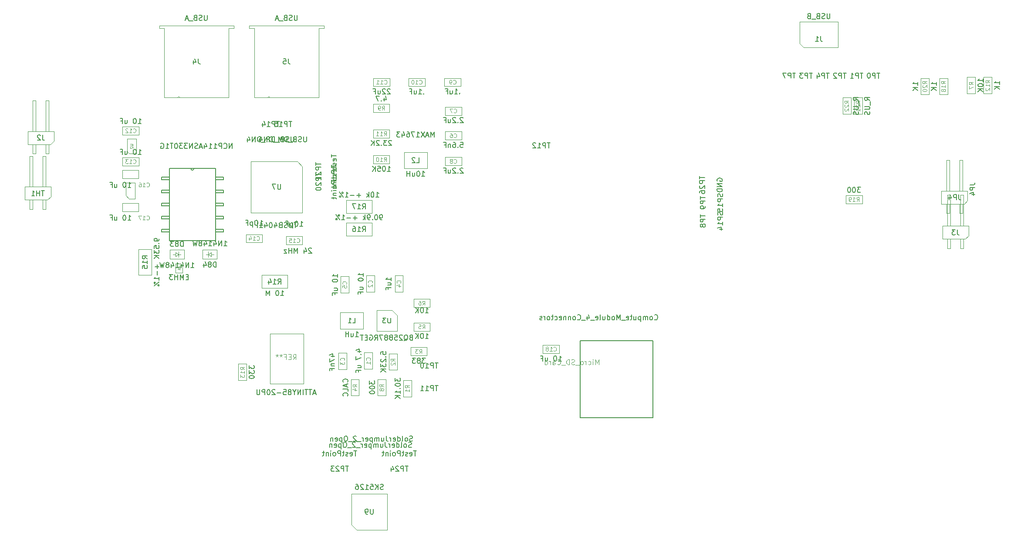
<source format=gbr>
%TF.GenerationSoftware,KiCad,Pcbnew,(5.99.0-9972-g9020611657)*%
%TF.CreationDate,2021-06-01T21:32:07-05:00*%
%TF.ProjectId,ti92revive,74693932-7265-4766-9976-652e6b696361,rev?*%
%TF.SameCoordinates,Original*%
%TF.FileFunction,AssemblyDrawing,Bot*%
%FSLAX46Y46*%
G04 Gerber Fmt 4.6, Leading zero omitted, Abs format (unit mm)*
G04 Created by KiCad (PCBNEW (5.99.0-9972-g9020611657)) date 2021-06-01 21:32:07*
%MOMM*%
%LPD*%
G01*
G04 APERTURE LIST*
%ADD10C,0.015000*%
%ADD11C,0.150000*%
%ADD12C,0.120000*%
%ADD13C,0.075000*%
%ADD14C,0.100000*%
%ADD15C,0.062500*%
%ADD16C,0.127000*%
%ADD17C,0.152400*%
G04 APERTURE END LIST*
D10*
%TO.C,J7*%
X176600550Y-98555662D02*
X176600550Y-97553095D01*
X176266361Y-98269214D01*
X175932172Y-97553095D01*
X175932172Y-98555662D01*
X175454759Y-98555662D02*
X175454759Y-97887284D01*
X175454759Y-97553095D02*
X175502501Y-97600836D01*
X175454759Y-97648577D01*
X175407018Y-97600836D01*
X175454759Y-97553095D01*
X175454759Y-97648577D01*
X174547675Y-98507920D02*
X174643158Y-98555662D01*
X174834123Y-98555662D01*
X174929605Y-98507920D01*
X174977347Y-98460179D01*
X175025088Y-98364697D01*
X175025088Y-98078249D01*
X174977347Y-97982766D01*
X174929605Y-97935025D01*
X174834123Y-97887284D01*
X174643158Y-97887284D01*
X174547675Y-97935025D01*
X174118003Y-98555662D02*
X174118003Y-97887284D01*
X174118003Y-98078249D02*
X174070262Y-97982766D01*
X174022521Y-97935025D01*
X173927038Y-97887284D01*
X173831556Y-97887284D01*
X173354143Y-98555662D02*
X173449625Y-98507920D01*
X173497367Y-98460179D01*
X173545108Y-98364697D01*
X173545108Y-98078249D01*
X173497367Y-97982766D01*
X173449625Y-97935025D01*
X173354143Y-97887284D01*
X173210919Y-97887284D01*
X173115436Y-97935025D01*
X173067695Y-97982766D01*
X173019954Y-98078249D01*
X173019954Y-98364697D01*
X173067695Y-98460179D01*
X173115436Y-98507920D01*
X173210919Y-98555662D01*
X173354143Y-98555662D01*
X172828989Y-98651144D02*
X172065128Y-98651144D01*
X171874163Y-98507920D02*
X171730939Y-98555662D01*
X171492233Y-98555662D01*
X171396750Y-98507920D01*
X171349009Y-98460179D01*
X171301268Y-98364697D01*
X171301268Y-98269214D01*
X171349009Y-98173731D01*
X171396750Y-98125990D01*
X171492233Y-98078249D01*
X171683198Y-98030508D01*
X171778680Y-97982766D01*
X171826422Y-97935025D01*
X171874163Y-97839542D01*
X171874163Y-97744060D01*
X171826422Y-97648577D01*
X171778680Y-97600836D01*
X171683198Y-97553095D01*
X171444491Y-97553095D01*
X171301268Y-97600836D01*
X170871596Y-98555662D02*
X170871596Y-97553095D01*
X170632890Y-97553095D01*
X170489666Y-97600836D01*
X170394183Y-97696319D01*
X170346442Y-97791801D01*
X170298701Y-97982766D01*
X170298701Y-98125990D01*
X170346442Y-98316955D01*
X170394183Y-98412438D01*
X170489666Y-98507920D01*
X170632890Y-98555662D01*
X170871596Y-98555662D01*
X170107735Y-98651144D02*
X169343875Y-98651144D01*
X168532273Y-98460179D02*
X168580014Y-98507920D01*
X168723238Y-98555662D01*
X168818721Y-98555662D01*
X168961945Y-98507920D01*
X169057427Y-98412438D01*
X169105168Y-98316955D01*
X169152910Y-98125990D01*
X169152910Y-97982766D01*
X169105168Y-97791801D01*
X169057427Y-97696319D01*
X168961945Y-97600836D01*
X168818721Y-97553095D01*
X168723238Y-97553095D01*
X168580014Y-97600836D01*
X168532273Y-97648577D01*
X167672930Y-98555662D02*
X167672930Y-98030508D01*
X167720671Y-97935025D01*
X167816154Y-97887284D01*
X168007119Y-97887284D01*
X168102601Y-97935025D01*
X167672930Y-98507920D02*
X167768412Y-98555662D01*
X168007119Y-98555662D01*
X168102601Y-98507920D01*
X168150343Y-98412438D01*
X168150343Y-98316955D01*
X168102601Y-98221473D01*
X168007119Y-98173731D01*
X167768412Y-98173731D01*
X167672930Y-98125990D01*
X167195517Y-98555662D02*
X167195517Y-97887284D01*
X167195517Y-98078249D02*
X167147776Y-97982766D01*
X167100034Y-97935025D01*
X167004552Y-97887284D01*
X166909069Y-97887284D01*
X166145209Y-98555662D02*
X166145209Y-97553095D01*
X166145209Y-98507920D02*
X166240691Y-98555662D01*
X166431656Y-98555662D01*
X166527139Y-98507920D01*
X166574880Y-98460179D01*
X166622622Y-98364697D01*
X166622622Y-98078249D01*
X166574880Y-97982766D01*
X166527139Y-97935025D01*
X166431656Y-97887284D01*
X166240691Y-97887284D01*
X166145209Y-97935025D01*
D11*
%TO.C,TP15*%
X119795238Y-54202380D02*
X119795238Y-55011904D01*
X119747619Y-55107142D01*
X119700000Y-55154761D01*
X119604761Y-55202380D01*
X119414285Y-55202380D01*
X119319047Y-55154761D01*
X119271428Y-55107142D01*
X119223809Y-55011904D01*
X119223809Y-54202380D01*
X118795238Y-55154761D02*
X118652380Y-55202380D01*
X118414285Y-55202380D01*
X118319047Y-55154761D01*
X118271428Y-55107142D01*
X118223809Y-55011904D01*
X118223809Y-54916666D01*
X118271428Y-54821428D01*
X118319047Y-54773809D01*
X118414285Y-54726190D01*
X118604761Y-54678571D01*
X118700000Y-54630952D01*
X118747619Y-54583333D01*
X118795238Y-54488095D01*
X118795238Y-54392857D01*
X118747619Y-54297619D01*
X118700000Y-54250000D01*
X118604761Y-54202380D01*
X118366666Y-54202380D01*
X118223809Y-54250000D01*
X117461904Y-54678571D02*
X117319047Y-54726190D01*
X117271428Y-54773809D01*
X117223809Y-54869047D01*
X117223809Y-55011904D01*
X117271428Y-55107142D01*
X117319047Y-55154761D01*
X117414285Y-55202380D01*
X117795238Y-55202380D01*
X117795238Y-54202380D01*
X117461904Y-54202380D01*
X117366666Y-54250000D01*
X117319047Y-54297619D01*
X117271428Y-54392857D01*
X117271428Y-54488095D01*
X117319047Y-54583333D01*
X117366666Y-54630952D01*
X117461904Y-54678571D01*
X117795238Y-54678571D01*
X117033333Y-55297619D02*
X116271428Y-55297619D01*
X116033333Y-55202380D02*
X116033333Y-54202380D01*
X115795238Y-54202380D01*
X115652380Y-54250000D01*
X115557142Y-54345238D01*
X115509523Y-54440476D01*
X115461904Y-54630952D01*
X115461904Y-54773809D01*
X115509523Y-54964285D01*
X115557142Y-55059523D01*
X115652380Y-55154761D01*
X115795238Y-55202380D01*
X116033333Y-55202380D01*
X115033333Y-55202380D02*
X115033333Y-54202380D01*
X114700000Y-54916666D01*
X114366666Y-54202380D01*
X114366666Y-55202380D01*
X114128571Y-55297619D02*
X113366666Y-55297619D01*
X113128571Y-55202380D02*
X113128571Y-54202380D01*
X112890476Y-54202380D01*
X112747619Y-54250000D01*
X112652380Y-54345238D01*
X112604761Y-54440476D01*
X112557142Y-54630952D01*
X112557142Y-54773809D01*
X112604761Y-54964285D01*
X112652380Y-55059523D01*
X112747619Y-55154761D01*
X112890476Y-55202380D01*
X113128571Y-55202380D01*
X112128571Y-55202380D02*
X112128571Y-54202380D01*
X111557142Y-55202380D01*
X111557142Y-54202380D01*
X110652380Y-54535714D02*
X110652380Y-55202380D01*
X110890476Y-54154761D02*
X111128571Y-54869047D01*
X110509523Y-54869047D01*
X116938095Y-51202380D02*
X116366666Y-51202380D01*
X116652380Y-52202380D02*
X116652380Y-51202380D01*
X116033333Y-52202380D02*
X116033333Y-51202380D01*
X115652380Y-51202380D01*
X115557142Y-51250000D01*
X115509523Y-51297619D01*
X115461904Y-51392857D01*
X115461904Y-51535714D01*
X115509523Y-51630952D01*
X115557142Y-51678571D01*
X115652380Y-51726190D01*
X116033333Y-51726190D01*
X114509523Y-52202380D02*
X115080952Y-52202380D01*
X114795238Y-52202380D02*
X114795238Y-51202380D01*
X114890476Y-51345238D01*
X114985714Y-51440476D01*
X115080952Y-51488095D01*
X113604761Y-51202380D02*
X114080952Y-51202380D01*
X114128571Y-51678571D01*
X114080952Y-51630952D01*
X113985714Y-51583333D01*
X113747619Y-51583333D01*
X113652380Y-51630952D01*
X113604761Y-51678571D01*
X113557142Y-51773809D01*
X113557142Y-52011904D01*
X113604761Y-52107142D01*
X113652380Y-52154761D01*
X113747619Y-52202380D01*
X113985714Y-52202380D01*
X114080952Y-52154761D01*
X114128571Y-52107142D01*
%TO.C,TP10*%
X145338095Y-98202380D02*
X144766666Y-98202380D01*
X145052380Y-99202380D02*
X145052380Y-98202380D01*
X144433333Y-99202380D02*
X144433333Y-98202380D01*
X144052380Y-98202380D01*
X143957142Y-98250000D01*
X143909523Y-98297619D01*
X143861904Y-98392857D01*
X143861904Y-98535714D01*
X143909523Y-98630952D01*
X143957142Y-98678571D01*
X144052380Y-98726190D01*
X144433333Y-98726190D01*
X142909523Y-99202380D02*
X143480952Y-99202380D01*
X143195238Y-99202380D02*
X143195238Y-98202380D01*
X143290476Y-98345238D01*
X143385714Y-98440476D01*
X143480952Y-98488095D01*
X142290476Y-98202380D02*
X142195238Y-98202380D01*
X142100000Y-98250000D01*
X142052380Y-98297619D01*
X142004761Y-98392857D01*
X141957142Y-98583333D01*
X141957142Y-98821428D01*
X142004761Y-99011904D01*
X142052380Y-99107142D01*
X142100000Y-99154761D01*
X142195238Y-99202380D01*
X142290476Y-99202380D01*
X142385714Y-99154761D01*
X142433333Y-99107142D01*
X142480952Y-99011904D01*
X142528571Y-98821428D01*
X142528571Y-98583333D01*
X142480952Y-98392857D01*
X142433333Y-98297619D01*
X142385714Y-98250000D01*
X142290476Y-98202380D01*
%TO.C,C4*%
X136202380Y-82204761D02*
X136202380Y-81633333D01*
X136202380Y-81919047D02*
X135202380Y-81919047D01*
X135345238Y-81823809D01*
X135440476Y-81728571D01*
X135488095Y-81633333D01*
X135535714Y-83061904D02*
X136202380Y-83061904D01*
X135535714Y-82633333D02*
X136059523Y-82633333D01*
X136154761Y-82680952D01*
X136202380Y-82776190D01*
X136202380Y-82919047D01*
X136154761Y-83014285D01*
X136107142Y-83061904D01*
X135678571Y-83871428D02*
X135678571Y-83538095D01*
X136202380Y-83538095D02*
X135202380Y-83538095D01*
X135202380Y-84014285D01*
D12*
X138035714Y-82666666D02*
X138073809Y-82628571D01*
X138111904Y-82514285D01*
X138111904Y-82438095D01*
X138073809Y-82323809D01*
X137997619Y-82247619D01*
X137921428Y-82209523D01*
X137769047Y-82171428D01*
X137654761Y-82171428D01*
X137502380Y-82209523D01*
X137426190Y-82247619D01*
X137350000Y-82323809D01*
X137311904Y-82438095D01*
X137311904Y-82514285D01*
X137350000Y-82628571D01*
X137388095Y-82666666D01*
X137578571Y-83352380D02*
X138111904Y-83352380D01*
X137273809Y-83161904D02*
X137845238Y-82971428D01*
X137845238Y-83466666D01*
D11*
%TO.C,R11*%
X136301190Y-55017619D02*
X136253571Y-54970000D01*
X136158333Y-54922380D01*
X135920238Y-54922380D01*
X135825000Y-54970000D01*
X135777380Y-55017619D01*
X135729761Y-55112857D01*
X135729761Y-55208095D01*
X135777380Y-55350952D01*
X136348809Y-55922380D01*
X135729761Y-55922380D01*
X135396428Y-54922380D02*
X134777380Y-54922380D01*
X135110714Y-55303333D01*
X134967857Y-55303333D01*
X134872619Y-55350952D01*
X134825000Y-55398571D01*
X134777380Y-55493809D01*
X134777380Y-55731904D01*
X134825000Y-55827142D01*
X134872619Y-55874761D01*
X134967857Y-55922380D01*
X135253571Y-55922380D01*
X135348809Y-55874761D01*
X135396428Y-55827142D01*
X134348809Y-55827142D02*
X134301190Y-55874761D01*
X134348809Y-55922380D01*
X134396428Y-55874761D01*
X134348809Y-55827142D01*
X134348809Y-55922380D01*
X133920238Y-55017619D02*
X133872619Y-54970000D01*
X133777380Y-54922380D01*
X133539285Y-54922380D01*
X133444047Y-54970000D01*
X133396428Y-55017619D01*
X133348809Y-55112857D01*
X133348809Y-55208095D01*
X133396428Y-55350952D01*
X133967857Y-55922380D01*
X133348809Y-55922380D01*
X132920238Y-55922380D02*
X132920238Y-54922380D01*
X132348809Y-55922380D02*
X132777380Y-55350952D01*
X132348809Y-54922380D02*
X132920238Y-55493809D01*
D12*
X134839285Y-54011904D02*
X135105952Y-53630952D01*
X135296428Y-54011904D02*
X135296428Y-53211904D01*
X134991666Y-53211904D01*
X134915476Y-53250000D01*
X134877380Y-53288095D01*
X134839285Y-53364285D01*
X134839285Y-53478571D01*
X134877380Y-53554761D01*
X134915476Y-53592857D01*
X134991666Y-53630952D01*
X135296428Y-53630952D01*
X134077380Y-54011904D02*
X134534523Y-54011904D01*
X134305952Y-54011904D02*
X134305952Y-53211904D01*
X134382142Y-53326190D01*
X134458333Y-53402380D01*
X134534523Y-53440476D01*
X133315476Y-54011904D02*
X133772619Y-54011904D01*
X133544047Y-54011904D02*
X133544047Y-53211904D01*
X133620238Y-53326190D01*
X133696428Y-53402380D01*
X133772619Y-53440476D01*
D11*
%TO.C,R9*%
X134848809Y-46615714D02*
X134848809Y-47282380D01*
X135086904Y-46234761D02*
X135325000Y-46949047D01*
X134705952Y-46949047D01*
X134325000Y-47187142D02*
X134277380Y-47234761D01*
X134325000Y-47282380D01*
X134372619Y-47234761D01*
X134325000Y-47187142D01*
X134325000Y-47282380D01*
X133944047Y-46282380D02*
X133277380Y-46282380D01*
X133705952Y-47282380D01*
D12*
X134458333Y-49011904D02*
X134725000Y-48630952D01*
X134915476Y-49011904D02*
X134915476Y-48211904D01*
X134610714Y-48211904D01*
X134534523Y-48250000D01*
X134496428Y-48288095D01*
X134458333Y-48364285D01*
X134458333Y-48478571D01*
X134496428Y-48554761D01*
X134534523Y-48592857D01*
X134610714Y-48630952D01*
X134915476Y-48630952D01*
X134077380Y-49011904D02*
X133925000Y-49011904D01*
X133848809Y-48973809D01*
X133810714Y-48935714D01*
X133734523Y-48821428D01*
X133696428Y-48669047D01*
X133696428Y-48364285D01*
X133734523Y-48288095D01*
X133772619Y-48250000D01*
X133848809Y-48211904D01*
X134001190Y-48211904D01*
X134077380Y-48250000D01*
X134115476Y-48288095D01*
X134153571Y-48364285D01*
X134153571Y-48554761D01*
X134115476Y-48630952D01*
X134077380Y-48669047D01*
X134001190Y-48707142D01*
X133848809Y-48707142D01*
X133772619Y-48669047D01*
X133734523Y-48630952D01*
X133696428Y-48554761D01*
D11*
%TO.C,R12*%
X254472380Y-43985714D02*
X254472380Y-43414285D01*
X254472380Y-43700000D02*
X253472380Y-43700000D01*
X253615238Y-43604761D01*
X253710476Y-43509523D01*
X253758095Y-43414285D01*
X254472380Y-44414285D02*
X253472380Y-44414285D01*
X254472380Y-44985714D02*
X253900952Y-44557142D01*
X253472380Y-44985714D02*
X254043809Y-44414285D01*
D12*
X252561904Y-43685714D02*
X252180952Y-43419047D01*
X252561904Y-43228571D02*
X251761904Y-43228571D01*
X251761904Y-43533333D01*
X251800000Y-43609523D01*
X251838095Y-43647619D01*
X251914285Y-43685714D01*
X252028571Y-43685714D01*
X252104761Y-43647619D01*
X252142857Y-43609523D01*
X252180952Y-43533333D01*
X252180952Y-43228571D01*
X252561904Y-44447619D02*
X252561904Y-43990476D01*
X252561904Y-44219047D02*
X251761904Y-44219047D01*
X251876190Y-44142857D01*
X251952380Y-44066666D01*
X251990476Y-43990476D01*
X251838095Y-44752380D02*
X251800000Y-44790476D01*
X251761904Y-44866666D01*
X251761904Y-45057142D01*
X251800000Y-45133333D01*
X251838095Y-45171428D01*
X251914285Y-45209523D01*
X251990476Y-45209523D01*
X252104761Y-45171428D01*
X252561904Y-44714285D01*
X252561904Y-45209523D01*
D11*
%TO.C,TP1*%
X227949656Y-41802380D02*
X227378228Y-41802380D01*
X227663942Y-42802380D02*
X227663942Y-41802380D01*
X227044894Y-42802380D02*
X227044894Y-41802380D01*
X226663942Y-41802380D01*
X226568704Y-41850000D01*
X226521085Y-41897619D01*
X226473466Y-41992857D01*
X226473466Y-42135714D01*
X226521085Y-42230952D01*
X226568704Y-42278571D01*
X226663942Y-42326190D01*
X227044894Y-42326190D01*
X225521085Y-42802380D02*
X226092513Y-42802380D01*
X225806799Y-42802380D02*
X225806799Y-41802380D01*
X225902037Y-41945238D01*
X225997275Y-42040476D01*
X226092513Y-42088095D01*
%TO.C,R10*%
X135491666Y-60922380D02*
X136063095Y-60922380D01*
X135777380Y-60922380D02*
X135777380Y-59922380D01*
X135872619Y-60065238D01*
X135967857Y-60160476D01*
X136063095Y-60208095D01*
X134872619Y-59922380D02*
X134777380Y-59922380D01*
X134682142Y-59970000D01*
X134634523Y-60017619D01*
X134586904Y-60112857D01*
X134539285Y-60303333D01*
X134539285Y-60541428D01*
X134586904Y-60731904D01*
X134634523Y-60827142D01*
X134682142Y-60874761D01*
X134777380Y-60922380D01*
X134872619Y-60922380D01*
X134967857Y-60874761D01*
X135015476Y-60827142D01*
X135063095Y-60731904D01*
X135110714Y-60541428D01*
X135110714Y-60303333D01*
X135063095Y-60112857D01*
X135015476Y-60017619D01*
X134967857Y-59970000D01*
X134872619Y-59922380D01*
X133634523Y-59922380D02*
X134110714Y-59922380D01*
X134158333Y-60398571D01*
X134110714Y-60350952D01*
X134015476Y-60303333D01*
X133777380Y-60303333D01*
X133682142Y-60350952D01*
X133634523Y-60398571D01*
X133586904Y-60493809D01*
X133586904Y-60731904D01*
X133634523Y-60827142D01*
X133682142Y-60874761D01*
X133777380Y-60922380D01*
X134015476Y-60922380D01*
X134110714Y-60874761D01*
X134158333Y-60827142D01*
X133158333Y-60922380D02*
X133158333Y-59922380D01*
X132586904Y-60922380D02*
X133015476Y-60350952D01*
X132586904Y-59922380D02*
X133158333Y-60493809D01*
D12*
X134839285Y-59011904D02*
X135105952Y-58630952D01*
X135296428Y-59011904D02*
X135296428Y-58211904D01*
X134991666Y-58211904D01*
X134915476Y-58250000D01*
X134877380Y-58288095D01*
X134839285Y-58364285D01*
X134839285Y-58478571D01*
X134877380Y-58554761D01*
X134915476Y-58592857D01*
X134991666Y-58630952D01*
X135296428Y-58630952D01*
X134077380Y-59011904D02*
X134534523Y-59011904D01*
X134305952Y-59011904D02*
X134305952Y-58211904D01*
X134382142Y-58326190D01*
X134458333Y-58402380D01*
X134534523Y-58440476D01*
X133582142Y-58211904D02*
X133505952Y-58211904D01*
X133429761Y-58250000D01*
X133391666Y-58288095D01*
X133353571Y-58364285D01*
X133315476Y-58516666D01*
X133315476Y-58707142D01*
X133353571Y-58859523D01*
X133391666Y-58935714D01*
X133429761Y-58973809D01*
X133505952Y-59011904D01*
X133582142Y-59011904D01*
X133658333Y-58973809D01*
X133696428Y-58935714D01*
X133734523Y-58859523D01*
X133772619Y-58707142D01*
X133772619Y-58516666D01*
X133734523Y-58364285D01*
X133696428Y-58288095D01*
X133658333Y-58250000D01*
X133582142Y-58211904D01*
D11*
%TO.C,R20*%
X238632380Y-44185714D02*
X238632380Y-43614285D01*
X238632380Y-43900000D02*
X237632380Y-43900000D01*
X237775238Y-43804761D01*
X237870476Y-43709523D01*
X237918095Y-43614285D01*
X238632380Y-44614285D02*
X237632380Y-44614285D01*
X238632380Y-45185714D02*
X238060952Y-44757142D01*
X237632380Y-45185714D02*
X238203809Y-44614285D01*
D12*
X240361904Y-43885714D02*
X239980952Y-43619047D01*
X240361904Y-43428571D02*
X239561904Y-43428571D01*
X239561904Y-43733333D01*
X239600000Y-43809523D01*
X239638095Y-43847619D01*
X239714285Y-43885714D01*
X239828571Y-43885714D01*
X239904761Y-43847619D01*
X239942857Y-43809523D01*
X239980952Y-43733333D01*
X239980952Y-43428571D01*
X239638095Y-44190476D02*
X239600000Y-44228571D01*
X239561904Y-44304761D01*
X239561904Y-44495238D01*
X239600000Y-44571428D01*
X239638095Y-44609523D01*
X239714285Y-44647619D01*
X239790476Y-44647619D01*
X239904761Y-44609523D01*
X240361904Y-44152380D01*
X240361904Y-44647619D01*
X239561904Y-45142857D02*
X239561904Y-45219047D01*
X239600000Y-45295238D01*
X239638095Y-45333333D01*
X239714285Y-45371428D01*
X239866666Y-45409523D01*
X240057142Y-45409523D01*
X240209523Y-45371428D01*
X240285714Y-45333333D01*
X240323809Y-45295238D01*
X240361904Y-45219047D01*
X240361904Y-45142857D01*
X240323809Y-45066666D01*
X240285714Y-45028571D01*
X240209523Y-44990476D01*
X240057142Y-44952380D01*
X239866666Y-44952380D01*
X239714285Y-44990476D01*
X239638095Y-45028571D01*
X239600000Y-45066666D01*
X239561904Y-45142857D01*
D11*
%TO.C,L2*%
X142166666Y-61902380D02*
X142738095Y-61902380D01*
X142452380Y-61902380D02*
X142452380Y-60902380D01*
X142547619Y-61045238D01*
X142642857Y-61140476D01*
X142738095Y-61188095D01*
X141547619Y-60902380D02*
X141452380Y-60902380D01*
X141357142Y-60950000D01*
X141309523Y-60997619D01*
X141261904Y-61092857D01*
X141214285Y-61283333D01*
X141214285Y-61521428D01*
X141261904Y-61711904D01*
X141309523Y-61807142D01*
X141357142Y-61854761D01*
X141452380Y-61902380D01*
X141547619Y-61902380D01*
X141642857Y-61854761D01*
X141690476Y-61807142D01*
X141738095Y-61711904D01*
X141785714Y-61521428D01*
X141785714Y-61283333D01*
X141738095Y-61092857D01*
X141690476Y-60997619D01*
X141642857Y-60950000D01*
X141547619Y-60902380D01*
X140357142Y-61235714D02*
X140357142Y-61902380D01*
X140785714Y-61235714D02*
X140785714Y-61759523D01*
X140738095Y-61854761D01*
X140642857Y-61902380D01*
X140500000Y-61902380D01*
X140404761Y-61854761D01*
X140357142Y-61807142D01*
X139880952Y-61902380D02*
X139880952Y-60902380D01*
X139880952Y-61378571D02*
X139309523Y-61378571D01*
X139309523Y-61902380D02*
X139309523Y-60902380D01*
X141166666Y-59252380D02*
X141642857Y-59252380D01*
X141642857Y-58252380D01*
X140880952Y-58347619D02*
X140833333Y-58300000D01*
X140738095Y-58252380D01*
X140500000Y-58252380D01*
X140404761Y-58300000D01*
X140357142Y-58347619D01*
X140309523Y-58442857D01*
X140309523Y-58538095D01*
X140357142Y-58680952D01*
X140928571Y-59252380D01*
X140309523Y-59252380D01*
%TO.C,U2*%
X105328571Y-56489880D02*
X105328571Y-55489880D01*
X104757142Y-56489880D01*
X104757142Y-55489880D01*
X103709523Y-56394642D02*
X103757142Y-56442261D01*
X103900000Y-56489880D01*
X103995238Y-56489880D01*
X104138095Y-56442261D01*
X104233333Y-56347023D01*
X104280952Y-56251785D01*
X104328571Y-56061309D01*
X104328571Y-55918452D01*
X104280952Y-55727976D01*
X104233333Y-55632738D01*
X104138095Y-55537500D01*
X103995238Y-55489880D01*
X103900000Y-55489880D01*
X103757142Y-55537500D01*
X103709523Y-55585119D01*
X103280952Y-56489880D02*
X103280952Y-55489880D01*
X102900000Y-55489880D01*
X102804761Y-55537500D01*
X102757142Y-55585119D01*
X102709523Y-55680357D01*
X102709523Y-55823214D01*
X102757142Y-55918452D01*
X102804761Y-55966071D01*
X102900000Y-56013690D01*
X103280952Y-56013690D01*
X101757142Y-56489880D02*
X102328571Y-56489880D01*
X102042857Y-56489880D02*
X102042857Y-55489880D01*
X102138095Y-55632738D01*
X102233333Y-55727976D01*
X102328571Y-55775595D01*
X100804761Y-56489880D02*
X101376190Y-56489880D01*
X101090476Y-56489880D02*
X101090476Y-55489880D01*
X101185714Y-55632738D01*
X101280952Y-55727976D01*
X101376190Y-55775595D01*
X99947619Y-55823214D02*
X99947619Y-56489880D01*
X100185714Y-55442261D02*
X100423809Y-56156547D01*
X99804761Y-56156547D01*
X99471428Y-56204166D02*
X98995238Y-56204166D01*
X99566666Y-56489880D02*
X99233333Y-55489880D01*
X98900000Y-56489880D01*
X98614285Y-56442261D02*
X98471428Y-56489880D01*
X98233333Y-56489880D01*
X98138095Y-56442261D01*
X98090476Y-56394642D01*
X98042857Y-56299404D01*
X98042857Y-56204166D01*
X98090476Y-56108928D01*
X98138095Y-56061309D01*
X98233333Y-56013690D01*
X98423809Y-55966071D01*
X98519047Y-55918452D01*
X98566666Y-55870833D01*
X98614285Y-55775595D01*
X98614285Y-55680357D01*
X98566666Y-55585119D01*
X98519047Y-55537500D01*
X98423809Y-55489880D01*
X98185714Y-55489880D01*
X98042857Y-55537500D01*
X97614285Y-56489880D02*
X97614285Y-55489880D01*
X97042857Y-56489880D01*
X97042857Y-55489880D01*
X96661904Y-55489880D02*
X96042857Y-55489880D01*
X96376190Y-55870833D01*
X96233333Y-55870833D01*
X96138095Y-55918452D01*
X96090476Y-55966071D01*
X96042857Y-56061309D01*
X96042857Y-56299404D01*
X96090476Y-56394642D01*
X96138095Y-56442261D01*
X96233333Y-56489880D01*
X96519047Y-56489880D01*
X96614285Y-56442261D01*
X96661904Y-56394642D01*
X95709523Y-55489880D02*
X95090476Y-55489880D01*
X95423809Y-55870833D01*
X95280952Y-55870833D01*
X95185714Y-55918452D01*
X95138095Y-55966071D01*
X95090476Y-56061309D01*
X95090476Y-56299404D01*
X95138095Y-56394642D01*
X95185714Y-56442261D01*
X95280952Y-56489880D01*
X95566666Y-56489880D01*
X95661904Y-56442261D01*
X95709523Y-56394642D01*
X94471428Y-55489880D02*
X94376190Y-55489880D01*
X94280952Y-55537500D01*
X94233333Y-55585119D01*
X94185714Y-55680357D01*
X94138095Y-55870833D01*
X94138095Y-56108928D01*
X94185714Y-56299404D01*
X94233333Y-56394642D01*
X94280952Y-56442261D01*
X94376190Y-56489880D01*
X94471428Y-56489880D01*
X94566666Y-56442261D01*
X94614285Y-56394642D01*
X94661904Y-56299404D01*
X94709523Y-56108928D01*
X94709523Y-55870833D01*
X94661904Y-55680357D01*
X94614285Y-55585119D01*
X94566666Y-55537500D01*
X94471428Y-55489880D01*
X93852380Y-55489880D02*
X93280952Y-55489880D01*
X93566666Y-56489880D02*
X93566666Y-55489880D01*
X92423809Y-56489880D02*
X92995238Y-56489880D01*
X92709523Y-56489880D02*
X92709523Y-55489880D01*
X92804761Y-55632738D01*
X92900000Y-55727976D01*
X92995238Y-55775595D01*
X91471428Y-55537500D02*
X91566666Y-55489880D01*
X91709523Y-55489880D01*
X91852380Y-55537500D01*
X91947619Y-55632738D01*
X91995238Y-55727976D01*
X92042857Y-55918452D01*
X92042857Y-56061309D01*
X91995238Y-56251785D01*
X91947619Y-56347023D01*
X91852380Y-56442261D01*
X91709523Y-56489880D01*
X91614285Y-56489880D01*
X91471428Y-56442261D01*
X91423809Y-56394642D01*
X91423809Y-56061309D01*
X91614285Y-56061309D01*
D13*
X85526190Y-55656547D02*
X85930952Y-55656547D01*
X85978571Y-55680357D01*
X86002380Y-55704166D01*
X86026190Y-55751785D01*
X86026190Y-55847023D01*
X86002380Y-55894642D01*
X85978571Y-55918452D01*
X85930952Y-55942261D01*
X85526190Y-55942261D01*
X85573809Y-56156547D02*
X85550000Y-56180357D01*
X85526190Y-56227976D01*
X85526190Y-56347023D01*
X85550000Y-56394642D01*
X85573809Y-56418452D01*
X85621428Y-56442261D01*
X85669047Y-56442261D01*
X85740476Y-56418452D01*
X86026190Y-56132738D01*
X86026190Y-56442261D01*
D11*
%TO.C,R2*%
X134232380Y-96547619D02*
X134232380Y-96071428D01*
X134708571Y-96023809D01*
X134660952Y-96071428D01*
X134613333Y-96166666D01*
X134613333Y-96404761D01*
X134660952Y-96500000D01*
X134708571Y-96547619D01*
X134803809Y-96595238D01*
X135041904Y-96595238D01*
X135137142Y-96547619D01*
X135184761Y-96500000D01*
X135232380Y-96404761D01*
X135232380Y-96166666D01*
X135184761Y-96071428D01*
X135137142Y-96023809D01*
X135137142Y-97023809D02*
X135184761Y-97071428D01*
X135232380Y-97023809D01*
X135184761Y-96976190D01*
X135137142Y-97023809D01*
X135232380Y-97023809D01*
X134327619Y-97452380D02*
X134280000Y-97500000D01*
X134232380Y-97595238D01*
X134232380Y-97833333D01*
X134280000Y-97928571D01*
X134327619Y-97976190D01*
X134422857Y-98023809D01*
X134518095Y-98023809D01*
X134660952Y-97976190D01*
X135232380Y-97404761D01*
X135232380Y-98023809D01*
X134232380Y-98357142D02*
X134232380Y-98976190D01*
X134613333Y-98642857D01*
X134613333Y-98785714D01*
X134660952Y-98880952D01*
X134708571Y-98928571D01*
X134803809Y-98976190D01*
X135041904Y-98976190D01*
X135137142Y-98928571D01*
X135184761Y-98880952D01*
X135232380Y-98785714D01*
X135232380Y-98500000D01*
X135184761Y-98404761D01*
X135137142Y-98357142D01*
X135232380Y-99404761D02*
X134232380Y-99404761D01*
X135232380Y-99976190D02*
X134660952Y-99547619D01*
X134232380Y-99976190D02*
X134803809Y-99404761D01*
D12*
X136961904Y-97866666D02*
X136580952Y-97600000D01*
X136961904Y-97409523D02*
X136161904Y-97409523D01*
X136161904Y-97714285D01*
X136200000Y-97790476D01*
X136238095Y-97828571D01*
X136314285Y-97866666D01*
X136428571Y-97866666D01*
X136504761Y-97828571D01*
X136542857Y-97790476D01*
X136580952Y-97714285D01*
X136580952Y-97409523D01*
X136238095Y-98171428D02*
X136200000Y-98209523D01*
X136161904Y-98285714D01*
X136161904Y-98476190D01*
X136200000Y-98552380D01*
X136238095Y-98590476D01*
X136314285Y-98628571D01*
X136390476Y-98628571D01*
X136504761Y-98590476D01*
X136961904Y-98133333D01*
X136961904Y-98628571D01*
D11*
%TO.C,R21*%
X229272380Y-47128571D02*
X228796190Y-46795238D01*
X229272380Y-46557142D02*
X228272380Y-46557142D01*
X228272380Y-46938095D01*
X228320000Y-47033333D01*
X228367619Y-47080952D01*
X228462857Y-47128571D01*
X228605714Y-47128571D01*
X228700952Y-47080952D01*
X228748571Y-47033333D01*
X228796190Y-46938095D01*
X228796190Y-46557142D01*
X229367619Y-47319047D02*
X229367619Y-48080952D01*
X228272380Y-48319047D02*
X229081904Y-48319047D01*
X229177142Y-48366666D01*
X229224761Y-48414285D01*
X229272380Y-48509523D01*
X229272380Y-48700000D01*
X229224761Y-48795238D01*
X229177142Y-48842857D01*
X229081904Y-48890476D01*
X228272380Y-48890476D01*
X229224761Y-49319047D02*
X229272380Y-49461904D01*
X229272380Y-49700000D01*
X229224761Y-49795238D01*
X229177142Y-49842857D01*
X229081904Y-49890476D01*
X228986666Y-49890476D01*
X228891428Y-49842857D01*
X228843809Y-49795238D01*
X228796190Y-49700000D01*
X228748571Y-49509523D01*
X228700952Y-49414285D01*
X228653333Y-49366666D01*
X228558095Y-49319047D01*
X228462857Y-49319047D01*
X228367619Y-49366666D01*
X228320000Y-49414285D01*
X228272380Y-49509523D01*
X228272380Y-49747619D01*
X228320000Y-49890476D01*
D12*
X227361904Y-47685714D02*
X226980952Y-47419047D01*
X227361904Y-47228571D02*
X226561904Y-47228571D01*
X226561904Y-47533333D01*
X226600000Y-47609523D01*
X226638095Y-47647619D01*
X226714285Y-47685714D01*
X226828571Y-47685714D01*
X226904761Y-47647619D01*
X226942857Y-47609523D01*
X226980952Y-47533333D01*
X226980952Y-47228571D01*
X226638095Y-47990476D02*
X226600000Y-48028571D01*
X226561904Y-48104761D01*
X226561904Y-48295238D01*
X226600000Y-48371428D01*
X226638095Y-48409523D01*
X226714285Y-48447619D01*
X226790476Y-48447619D01*
X226904761Y-48409523D01*
X227361904Y-47952380D01*
X227361904Y-48447619D01*
X227361904Y-49209523D02*
X227361904Y-48752380D01*
X227361904Y-48980952D02*
X226561904Y-48980952D01*
X226676190Y-48904761D01*
X226752380Y-48828571D01*
X226790476Y-48752380D01*
D11*
%TO.C,TP11*%
X145338095Y-102602380D02*
X144766666Y-102602380D01*
X145052380Y-103602380D02*
X145052380Y-102602380D01*
X144433333Y-103602380D02*
X144433333Y-102602380D01*
X144052380Y-102602380D01*
X143957142Y-102650000D01*
X143909523Y-102697619D01*
X143861904Y-102792857D01*
X143861904Y-102935714D01*
X143909523Y-103030952D01*
X143957142Y-103078571D01*
X144052380Y-103126190D01*
X144433333Y-103126190D01*
X142909523Y-103602380D02*
X143480952Y-103602380D01*
X143195238Y-103602380D02*
X143195238Y-102602380D01*
X143290476Y-102745238D01*
X143385714Y-102840476D01*
X143480952Y-102888095D01*
X141957142Y-103602380D02*
X142528571Y-103602380D01*
X142242857Y-103602380D02*
X142242857Y-102602380D01*
X142338095Y-102745238D01*
X142433333Y-102840476D01*
X142528571Y-102888095D01*
%TO.C,TP9*%
X200654761Y-65311904D02*
X200702380Y-65454761D01*
X200702380Y-65692857D01*
X200654761Y-65788095D01*
X200607142Y-65835714D01*
X200511904Y-65883333D01*
X200416666Y-65883333D01*
X200321428Y-65835714D01*
X200273809Y-65788095D01*
X200226190Y-65692857D01*
X200178571Y-65502380D01*
X200130952Y-65407142D01*
X200083333Y-65359523D01*
X199988095Y-65311904D01*
X199892857Y-65311904D01*
X199797619Y-65359523D01*
X199750000Y-65407142D01*
X199702380Y-65502380D01*
X199702380Y-65740476D01*
X199750000Y-65883333D01*
X200702380Y-66311904D02*
X199702380Y-66311904D01*
X199702380Y-66692857D01*
X199750000Y-66788095D01*
X199797619Y-66835714D01*
X199892857Y-66883333D01*
X200035714Y-66883333D01*
X200130952Y-66835714D01*
X200178571Y-66788095D01*
X200226190Y-66692857D01*
X200226190Y-66311904D01*
X200702380Y-67835714D02*
X200702380Y-67264285D01*
X200702380Y-67550000D02*
X199702380Y-67550000D01*
X199845238Y-67454761D01*
X199940476Y-67359523D01*
X199988095Y-67264285D01*
X199702380Y-68740476D02*
X199702380Y-68264285D01*
X200178571Y-68216666D01*
X200130952Y-68264285D01*
X200083333Y-68359523D01*
X200083333Y-68597619D01*
X200130952Y-68692857D01*
X200178571Y-68740476D01*
X200273809Y-68788095D01*
X200511904Y-68788095D01*
X200607142Y-68740476D01*
X200654761Y-68692857D01*
X200702380Y-68597619D01*
X200702380Y-68359523D01*
X200654761Y-68264285D01*
X200607142Y-68216666D01*
X196302380Y-65788095D02*
X196302380Y-66359523D01*
X197302380Y-66073809D02*
X196302380Y-66073809D01*
X197302380Y-66692857D02*
X196302380Y-66692857D01*
X196302380Y-67073809D01*
X196350000Y-67169047D01*
X196397619Y-67216666D01*
X196492857Y-67264285D01*
X196635714Y-67264285D01*
X196730952Y-67216666D01*
X196778571Y-67169047D01*
X196826190Y-67073809D01*
X196826190Y-66692857D01*
X197302380Y-67740476D02*
X197302380Y-67930952D01*
X197254761Y-68026190D01*
X197207142Y-68073809D01*
X197064285Y-68169047D01*
X196873809Y-68216666D01*
X196492857Y-68216666D01*
X196397619Y-68169047D01*
X196350000Y-68121428D01*
X196302380Y-68026190D01*
X196302380Y-67835714D01*
X196350000Y-67740476D01*
X196397619Y-67692857D01*
X196492857Y-67645238D01*
X196730952Y-67645238D01*
X196826190Y-67692857D01*
X196873809Y-67740476D01*
X196921428Y-67835714D01*
X196921428Y-68026190D01*
X196873809Y-68121428D01*
X196826190Y-68169047D01*
X196730952Y-68216666D01*
%TO.C,D83*%
X97314285Y-79652380D02*
X97885714Y-79652380D01*
X97600000Y-79652380D02*
X97600000Y-78652380D01*
X97695238Y-78795238D01*
X97790476Y-78890476D01*
X97885714Y-78938095D01*
X96885714Y-79652380D02*
X96885714Y-78652380D01*
X96314285Y-79652380D01*
X96314285Y-78652380D01*
X95409523Y-78985714D02*
X95409523Y-79652380D01*
X95647619Y-78604761D02*
X95885714Y-79319047D01*
X95266666Y-79319047D01*
X94361904Y-79652380D02*
X94933333Y-79652380D01*
X94647619Y-79652380D02*
X94647619Y-78652380D01*
X94742857Y-78795238D01*
X94838095Y-78890476D01*
X94933333Y-78938095D01*
X93504761Y-78985714D02*
X93504761Y-79652380D01*
X93742857Y-78604761D02*
X93980952Y-79319047D01*
X93361904Y-79319047D01*
X92838095Y-79080952D02*
X92933333Y-79033333D01*
X92980952Y-78985714D01*
X93028571Y-78890476D01*
X93028571Y-78842857D01*
X92980952Y-78747619D01*
X92933333Y-78700000D01*
X92838095Y-78652380D01*
X92647619Y-78652380D01*
X92552380Y-78700000D01*
X92504761Y-78747619D01*
X92457142Y-78842857D01*
X92457142Y-78890476D01*
X92504761Y-78985714D01*
X92552380Y-79033333D01*
X92647619Y-79080952D01*
X92838095Y-79080952D01*
X92933333Y-79128571D01*
X92980952Y-79176190D01*
X93028571Y-79271428D01*
X93028571Y-79461904D01*
X92980952Y-79557142D01*
X92933333Y-79604761D01*
X92838095Y-79652380D01*
X92647619Y-79652380D01*
X92552380Y-79604761D01*
X92504761Y-79557142D01*
X92457142Y-79461904D01*
X92457142Y-79271428D01*
X92504761Y-79176190D01*
X92552380Y-79128571D01*
X92647619Y-79080952D01*
X92123809Y-78652380D02*
X91885714Y-79652380D01*
X91695238Y-78938095D01*
X91504761Y-79652380D01*
X91266666Y-78652380D01*
X95814285Y-75552380D02*
X95814285Y-74552380D01*
X95576190Y-74552380D01*
X95433333Y-74600000D01*
X95338095Y-74695238D01*
X95290476Y-74790476D01*
X95242857Y-74980952D01*
X95242857Y-75123809D01*
X95290476Y-75314285D01*
X95338095Y-75409523D01*
X95433333Y-75504761D01*
X95576190Y-75552380D01*
X95814285Y-75552380D01*
X94671428Y-74980952D02*
X94766666Y-74933333D01*
X94814285Y-74885714D01*
X94861904Y-74790476D01*
X94861904Y-74742857D01*
X94814285Y-74647619D01*
X94766666Y-74600000D01*
X94671428Y-74552380D01*
X94480952Y-74552380D01*
X94385714Y-74600000D01*
X94338095Y-74647619D01*
X94290476Y-74742857D01*
X94290476Y-74790476D01*
X94338095Y-74885714D01*
X94385714Y-74933333D01*
X94480952Y-74980952D01*
X94671428Y-74980952D01*
X94766666Y-75028571D01*
X94814285Y-75076190D01*
X94861904Y-75171428D01*
X94861904Y-75361904D01*
X94814285Y-75457142D01*
X94766666Y-75504761D01*
X94671428Y-75552380D01*
X94480952Y-75552380D01*
X94385714Y-75504761D01*
X94338095Y-75457142D01*
X94290476Y-75361904D01*
X94290476Y-75171428D01*
X94338095Y-75076190D01*
X94385714Y-75028571D01*
X94480952Y-74980952D01*
X93957142Y-74552380D02*
X93338095Y-74552380D01*
X93671428Y-74933333D01*
X93528571Y-74933333D01*
X93433333Y-74980952D01*
X93385714Y-75028571D01*
X93338095Y-75123809D01*
X93338095Y-75361904D01*
X93385714Y-75457142D01*
X93433333Y-75504761D01*
X93528571Y-75552380D01*
X93814285Y-75552380D01*
X93909523Y-75504761D01*
X93957142Y-75457142D01*
%TO.C,C6*%
X149682142Y-55302380D02*
X150158333Y-55302380D01*
X150205952Y-55778571D01*
X150158333Y-55730952D01*
X150063095Y-55683333D01*
X149825000Y-55683333D01*
X149729761Y-55730952D01*
X149682142Y-55778571D01*
X149634523Y-55873809D01*
X149634523Y-56111904D01*
X149682142Y-56207142D01*
X149729761Y-56254761D01*
X149825000Y-56302380D01*
X150063095Y-56302380D01*
X150158333Y-56254761D01*
X150205952Y-56207142D01*
X149205952Y-56207142D02*
X149158333Y-56254761D01*
X149205952Y-56302380D01*
X149253571Y-56254761D01*
X149205952Y-56207142D01*
X149205952Y-56302380D01*
X148301190Y-55302380D02*
X148491666Y-55302380D01*
X148586904Y-55350000D01*
X148634523Y-55397619D01*
X148729761Y-55540476D01*
X148777380Y-55730952D01*
X148777380Y-56111904D01*
X148729761Y-56207142D01*
X148682142Y-56254761D01*
X148586904Y-56302380D01*
X148396428Y-56302380D01*
X148301190Y-56254761D01*
X148253571Y-56207142D01*
X148205952Y-56111904D01*
X148205952Y-55873809D01*
X148253571Y-55778571D01*
X148301190Y-55730952D01*
X148396428Y-55683333D01*
X148586904Y-55683333D01*
X148682142Y-55730952D01*
X148729761Y-55778571D01*
X148777380Y-55873809D01*
X147777380Y-55635714D02*
X147777380Y-56302380D01*
X147777380Y-55730952D02*
X147729761Y-55683333D01*
X147634523Y-55635714D01*
X147491666Y-55635714D01*
X147396428Y-55683333D01*
X147348809Y-55778571D01*
X147348809Y-56302380D01*
X146539285Y-55778571D02*
X146872619Y-55778571D01*
X146872619Y-56302380D02*
X146872619Y-55302380D01*
X146396428Y-55302380D01*
D12*
X148458333Y-54285714D02*
X148496428Y-54323809D01*
X148610714Y-54361904D01*
X148686904Y-54361904D01*
X148801190Y-54323809D01*
X148877380Y-54247619D01*
X148915476Y-54171428D01*
X148953571Y-54019047D01*
X148953571Y-53904761D01*
X148915476Y-53752380D01*
X148877380Y-53676190D01*
X148801190Y-53600000D01*
X148686904Y-53561904D01*
X148610714Y-53561904D01*
X148496428Y-53600000D01*
X148458333Y-53638095D01*
X147772619Y-53561904D02*
X147925000Y-53561904D01*
X148001190Y-53600000D01*
X148039285Y-53638095D01*
X148115476Y-53752380D01*
X148153571Y-53904761D01*
X148153571Y-54209523D01*
X148115476Y-54285714D01*
X148077380Y-54323809D01*
X148001190Y-54361904D01*
X147848809Y-54361904D01*
X147772619Y-54323809D01*
X147734523Y-54285714D01*
X147696428Y-54209523D01*
X147696428Y-54019047D01*
X147734523Y-53942857D01*
X147772619Y-53904761D01*
X147848809Y-53866666D01*
X148001190Y-53866666D01*
X148077380Y-53904761D01*
X148115476Y-53942857D01*
X148153571Y-54019047D01*
D11*
%TO.C,JP4*%
X248722380Y-63581666D02*
X249436666Y-63581666D01*
X249579523Y-63534047D01*
X249674761Y-63438809D01*
X249722380Y-63295952D01*
X249722380Y-63200714D01*
X249722380Y-64057857D02*
X248722380Y-64057857D01*
X248722380Y-64438809D01*
X248770000Y-64534047D01*
X248817619Y-64581666D01*
X248912857Y-64629285D01*
X249055714Y-64629285D01*
X249150952Y-64581666D01*
X249198571Y-64534047D01*
X249246190Y-64438809D01*
X249246190Y-64057857D01*
X249055714Y-65486428D02*
X249722380Y-65486428D01*
X248674761Y-65248333D02*
X249389047Y-65010238D01*
X249389047Y-65629285D01*
X246563333Y-65482380D02*
X246563333Y-66196666D01*
X246610952Y-66339523D01*
X246706190Y-66434761D01*
X246849047Y-66482380D01*
X246944285Y-66482380D01*
X246087142Y-66482380D02*
X246087142Y-65482380D01*
X245706190Y-65482380D01*
X245610952Y-65530000D01*
X245563333Y-65577619D01*
X245515714Y-65672857D01*
X245515714Y-65815714D01*
X245563333Y-65910952D01*
X245610952Y-65958571D01*
X245706190Y-66006190D01*
X246087142Y-66006190D01*
X244658571Y-65815714D02*
X244658571Y-66482380D01*
X244896666Y-65434761D02*
X245134761Y-66149047D01*
X244515714Y-66149047D01*
%TO.C,C15*%
X118471428Y-71652380D02*
X119042857Y-71652380D01*
X118757142Y-71652380D02*
X118757142Y-70652380D01*
X118852380Y-70795238D01*
X118947619Y-70890476D01*
X119042857Y-70938095D01*
X117852380Y-70652380D02*
X117757142Y-70652380D01*
X117661904Y-70700000D01*
X117614285Y-70747619D01*
X117566666Y-70842857D01*
X117519047Y-71033333D01*
X117519047Y-71271428D01*
X117566666Y-71461904D01*
X117614285Y-71557142D01*
X117661904Y-71604761D01*
X117757142Y-71652380D01*
X117852380Y-71652380D01*
X117947619Y-71604761D01*
X117995238Y-71557142D01*
X118042857Y-71461904D01*
X118090476Y-71271428D01*
X118090476Y-71033333D01*
X118042857Y-70842857D01*
X117995238Y-70747619D01*
X117947619Y-70700000D01*
X117852380Y-70652380D01*
X117090476Y-70985714D02*
X117090476Y-71985714D01*
X117090476Y-71033333D02*
X116995238Y-70985714D01*
X116804761Y-70985714D01*
X116709523Y-71033333D01*
X116661904Y-71080952D01*
X116614285Y-71176190D01*
X116614285Y-71461904D01*
X116661904Y-71557142D01*
X116709523Y-71604761D01*
X116804761Y-71652380D01*
X116995238Y-71652380D01*
X117090476Y-71604761D01*
X115852380Y-71128571D02*
X116185714Y-71128571D01*
X116185714Y-71652380D02*
X116185714Y-70652380D01*
X115709523Y-70652380D01*
D12*
X117914285Y-74685714D02*
X117952380Y-74723809D01*
X118066666Y-74761904D01*
X118142857Y-74761904D01*
X118257142Y-74723809D01*
X118333333Y-74647619D01*
X118371428Y-74571428D01*
X118409523Y-74419047D01*
X118409523Y-74304761D01*
X118371428Y-74152380D01*
X118333333Y-74076190D01*
X118257142Y-74000000D01*
X118142857Y-73961904D01*
X118066666Y-73961904D01*
X117952380Y-74000000D01*
X117914285Y-74038095D01*
X117152380Y-74761904D02*
X117609523Y-74761904D01*
X117380952Y-74761904D02*
X117380952Y-73961904D01*
X117457142Y-74076190D01*
X117533333Y-74152380D01*
X117609523Y-74190476D01*
X116428571Y-73961904D02*
X116809523Y-73961904D01*
X116847619Y-74342857D01*
X116809523Y-74304761D01*
X116733333Y-74266666D01*
X116542857Y-74266666D01*
X116466666Y-74304761D01*
X116428571Y-74342857D01*
X116390476Y-74419047D01*
X116390476Y-74609523D01*
X116428571Y-74685714D01*
X116466666Y-74723809D01*
X116542857Y-74761904D01*
X116733333Y-74761904D01*
X116809523Y-74723809D01*
X116847619Y-74685714D01*
D11*
%TO.C,C1*%
X129735714Y-96014285D02*
X130402380Y-96014285D01*
X129354761Y-95776190D02*
X130069047Y-95538095D01*
X130069047Y-96157142D01*
X130307142Y-96538095D02*
X130354761Y-96585714D01*
X130402380Y-96538095D01*
X130354761Y-96490476D01*
X130307142Y-96538095D01*
X130402380Y-96538095D01*
X129402380Y-96919047D02*
X129402380Y-97585714D01*
X130402380Y-97157142D01*
X129735714Y-99157142D02*
X130402380Y-99157142D01*
X129735714Y-98728571D02*
X130259523Y-98728571D01*
X130354761Y-98776190D01*
X130402380Y-98871428D01*
X130402380Y-99014285D01*
X130354761Y-99109523D01*
X130307142Y-99157142D01*
X129878571Y-99966666D02*
X129878571Y-99633333D01*
X130402380Y-99633333D02*
X129402380Y-99633333D01*
X129402380Y-100109523D01*
D12*
X132085714Y-97666666D02*
X132123809Y-97628571D01*
X132161904Y-97514285D01*
X132161904Y-97438095D01*
X132123809Y-97323809D01*
X132047619Y-97247619D01*
X131971428Y-97209523D01*
X131819047Y-97171428D01*
X131704761Y-97171428D01*
X131552380Y-97209523D01*
X131476190Y-97247619D01*
X131400000Y-97323809D01*
X131361904Y-97438095D01*
X131361904Y-97514285D01*
X131400000Y-97628571D01*
X131438095Y-97666666D01*
X132161904Y-98428571D02*
X132161904Y-97971428D01*
X132161904Y-98200000D02*
X131361904Y-98200000D01*
X131476190Y-98123809D01*
X131552380Y-98047619D01*
X131590476Y-97971428D01*
D11*
%TO.C,C13*%
X87052380Y-57639880D02*
X87623809Y-57639880D01*
X87338095Y-57639880D02*
X87338095Y-56639880D01*
X87433333Y-56782738D01*
X87528571Y-56877976D01*
X87623809Y-56925595D01*
X86433333Y-56639880D02*
X86338095Y-56639880D01*
X86242857Y-56687500D01*
X86195238Y-56735119D01*
X86147619Y-56830357D01*
X86100000Y-57020833D01*
X86100000Y-57258928D01*
X86147619Y-57449404D01*
X86195238Y-57544642D01*
X86242857Y-57592261D01*
X86338095Y-57639880D01*
X86433333Y-57639880D01*
X86528571Y-57592261D01*
X86576190Y-57544642D01*
X86623809Y-57449404D01*
X86671428Y-57258928D01*
X86671428Y-57020833D01*
X86623809Y-56830357D01*
X86576190Y-56735119D01*
X86528571Y-56687500D01*
X86433333Y-56639880D01*
X84480952Y-56973214D02*
X84480952Y-57639880D01*
X84909523Y-56973214D02*
X84909523Y-57497023D01*
X84861904Y-57592261D01*
X84766666Y-57639880D01*
X84623809Y-57639880D01*
X84528571Y-57592261D01*
X84480952Y-57544642D01*
X83671428Y-57116071D02*
X84004761Y-57116071D01*
X84004761Y-57639880D02*
X84004761Y-56639880D01*
X83528571Y-56639880D01*
D12*
X86114285Y-59323214D02*
X86152380Y-59361309D01*
X86266666Y-59399404D01*
X86342857Y-59399404D01*
X86457142Y-59361309D01*
X86533333Y-59285119D01*
X86571428Y-59208928D01*
X86609523Y-59056547D01*
X86609523Y-58942261D01*
X86571428Y-58789880D01*
X86533333Y-58713690D01*
X86457142Y-58637500D01*
X86342857Y-58599404D01*
X86266666Y-58599404D01*
X86152380Y-58637500D01*
X86114285Y-58675595D01*
X85352380Y-59399404D02*
X85809523Y-59399404D01*
X85580952Y-59399404D02*
X85580952Y-58599404D01*
X85657142Y-58713690D01*
X85733333Y-58789880D01*
X85809523Y-58827976D01*
X85085714Y-58599404D02*
X84590476Y-58599404D01*
X84857142Y-58904166D01*
X84742857Y-58904166D01*
X84666666Y-58942261D01*
X84628571Y-58980357D01*
X84590476Y-59056547D01*
X84590476Y-59247023D01*
X84628571Y-59323214D01*
X84666666Y-59361309D01*
X84742857Y-59399404D01*
X84971428Y-59399404D01*
X85047619Y-59361309D01*
X85085714Y-59323214D01*
D11*
%TO.C,J1*%
X221517857Y-30217380D02*
X221517857Y-31026904D01*
X221470238Y-31122142D01*
X221422619Y-31169761D01*
X221327380Y-31217380D01*
X221136904Y-31217380D01*
X221041666Y-31169761D01*
X220994047Y-31122142D01*
X220946428Y-31026904D01*
X220946428Y-30217380D01*
X220517857Y-31169761D02*
X220375000Y-31217380D01*
X220136904Y-31217380D01*
X220041666Y-31169761D01*
X219994047Y-31122142D01*
X219946428Y-31026904D01*
X219946428Y-30931666D01*
X219994047Y-30836428D01*
X220041666Y-30788809D01*
X220136904Y-30741190D01*
X220327380Y-30693571D01*
X220422619Y-30645952D01*
X220470238Y-30598333D01*
X220517857Y-30503095D01*
X220517857Y-30407857D01*
X220470238Y-30312619D01*
X220422619Y-30265000D01*
X220327380Y-30217380D01*
X220089285Y-30217380D01*
X219946428Y-30265000D01*
X219184523Y-30693571D02*
X219041666Y-30741190D01*
X218994047Y-30788809D01*
X218946428Y-30884047D01*
X218946428Y-31026904D01*
X218994047Y-31122142D01*
X219041666Y-31169761D01*
X219136904Y-31217380D01*
X219517857Y-31217380D01*
X219517857Y-30217380D01*
X219184523Y-30217380D01*
X219089285Y-30265000D01*
X219041666Y-30312619D01*
X218994047Y-30407857D01*
X218994047Y-30503095D01*
X219041666Y-30598333D01*
X219089285Y-30645952D01*
X219184523Y-30693571D01*
X219517857Y-30693571D01*
X218755952Y-31312619D02*
X217994047Y-31312619D01*
X217422619Y-30693571D02*
X217279761Y-30741190D01*
X217232142Y-30788809D01*
X217184523Y-30884047D01*
X217184523Y-31026904D01*
X217232142Y-31122142D01*
X217279761Y-31169761D01*
X217375000Y-31217380D01*
X217755952Y-31217380D01*
X217755952Y-30217380D01*
X217422619Y-30217380D01*
X217327380Y-30265000D01*
X217279761Y-30312619D01*
X217232142Y-30407857D01*
X217232142Y-30503095D01*
X217279761Y-30598333D01*
X217327380Y-30645952D01*
X217422619Y-30693571D01*
X217755952Y-30693571D01*
X219708333Y-34667380D02*
X219708333Y-35381666D01*
X219755952Y-35524523D01*
X219851190Y-35619761D01*
X219994047Y-35667380D01*
X220089285Y-35667380D01*
X218708333Y-35667380D02*
X219279761Y-35667380D01*
X218994047Y-35667380D02*
X218994047Y-34667380D01*
X219089285Y-34810238D01*
X219184523Y-34905476D01*
X219279761Y-34953095D01*
%TO.C,TH1*%
X68815714Y-64682380D02*
X68244285Y-64682380D01*
X68530000Y-65682380D02*
X68530000Y-64682380D01*
X67910952Y-65682380D02*
X67910952Y-64682380D01*
X67910952Y-65158571D02*
X67339523Y-65158571D01*
X67339523Y-65682380D02*
X67339523Y-64682380D01*
X66339523Y-65682380D02*
X66910952Y-65682380D01*
X66625238Y-65682380D02*
X66625238Y-64682380D01*
X66720476Y-64825238D01*
X66815714Y-64920476D01*
X66910952Y-64968095D01*
%TO.C,C11*%
X136042857Y-44997619D02*
X135995238Y-44950000D01*
X135900000Y-44902380D01*
X135661904Y-44902380D01*
X135566666Y-44950000D01*
X135519047Y-44997619D01*
X135471428Y-45092857D01*
X135471428Y-45188095D01*
X135519047Y-45330952D01*
X136090476Y-45902380D01*
X135471428Y-45902380D01*
X135090476Y-44997619D02*
X135042857Y-44950000D01*
X134947619Y-44902380D01*
X134709523Y-44902380D01*
X134614285Y-44950000D01*
X134566666Y-44997619D01*
X134519047Y-45092857D01*
X134519047Y-45188095D01*
X134566666Y-45330952D01*
X135138095Y-45902380D01*
X134519047Y-45902380D01*
X133661904Y-45235714D02*
X133661904Y-45902380D01*
X134090476Y-45235714D02*
X134090476Y-45759523D01*
X134042857Y-45854761D01*
X133947619Y-45902380D01*
X133804761Y-45902380D01*
X133709523Y-45854761D01*
X133661904Y-45807142D01*
X132852380Y-45378571D02*
X133185714Y-45378571D01*
X133185714Y-45902380D02*
X133185714Y-44902380D01*
X132709523Y-44902380D01*
D12*
X134914285Y-43885714D02*
X134952380Y-43923809D01*
X135066666Y-43961904D01*
X135142857Y-43961904D01*
X135257142Y-43923809D01*
X135333333Y-43847619D01*
X135371428Y-43771428D01*
X135409523Y-43619047D01*
X135409523Y-43504761D01*
X135371428Y-43352380D01*
X135333333Y-43276190D01*
X135257142Y-43200000D01*
X135142857Y-43161904D01*
X135066666Y-43161904D01*
X134952380Y-43200000D01*
X134914285Y-43238095D01*
X134152380Y-43961904D02*
X134609523Y-43961904D01*
X134380952Y-43961904D02*
X134380952Y-43161904D01*
X134457142Y-43276190D01*
X134533333Y-43352380D01*
X134609523Y-43390476D01*
X133390476Y-43961904D02*
X133847619Y-43961904D01*
X133619047Y-43961904D02*
X133619047Y-43161904D01*
X133695238Y-43276190D01*
X133771428Y-43352380D01*
X133847619Y-43390476D01*
D11*
%TO.C,R4*%
X127737142Y-101976190D02*
X127784761Y-101928571D01*
X127832380Y-101785714D01*
X127832380Y-101690476D01*
X127784761Y-101547619D01*
X127689523Y-101452380D01*
X127594285Y-101404761D01*
X127403809Y-101357142D01*
X127260952Y-101357142D01*
X127070476Y-101404761D01*
X126975238Y-101452380D01*
X126880000Y-101547619D01*
X126832380Y-101690476D01*
X126832380Y-101785714D01*
X126880000Y-101928571D01*
X126927619Y-101976190D01*
X127546666Y-102357142D02*
X127546666Y-102833333D01*
X127832380Y-102261904D02*
X126832380Y-102595238D01*
X127832380Y-102928571D01*
X127832380Y-103738095D02*
X127832380Y-103261904D01*
X126832380Y-103261904D01*
X127737142Y-104642857D02*
X127784761Y-104595238D01*
X127832380Y-104452380D01*
X127832380Y-104357142D01*
X127784761Y-104214285D01*
X127689523Y-104119047D01*
X127594285Y-104071428D01*
X127403809Y-104023809D01*
X127260952Y-104023809D01*
X127070476Y-104071428D01*
X126975238Y-104119047D01*
X126880000Y-104214285D01*
X126832380Y-104357142D01*
X126832380Y-104452380D01*
X126880000Y-104595238D01*
X126927619Y-104642857D01*
D12*
X129561904Y-102866666D02*
X129180952Y-102600000D01*
X129561904Y-102409523D02*
X128761904Y-102409523D01*
X128761904Y-102714285D01*
X128800000Y-102790476D01*
X128838095Y-102828571D01*
X128914285Y-102866666D01*
X129028571Y-102866666D01*
X129104761Y-102828571D01*
X129142857Y-102790476D01*
X129180952Y-102714285D01*
X129180952Y-102409523D01*
X129028571Y-103552380D02*
X129561904Y-103552380D01*
X128723809Y-103361904D02*
X129295238Y-103171428D01*
X129295238Y-103666666D01*
D11*
%TO.C,C16*%
X85052380Y-64052380D02*
X85623809Y-64052380D01*
X85338095Y-64052380D02*
X85338095Y-63052380D01*
X85433333Y-63195238D01*
X85528571Y-63290476D01*
X85623809Y-63338095D01*
X84433333Y-63052380D02*
X84338095Y-63052380D01*
X84242857Y-63100000D01*
X84195238Y-63147619D01*
X84147619Y-63242857D01*
X84100000Y-63433333D01*
X84100000Y-63671428D01*
X84147619Y-63861904D01*
X84195238Y-63957142D01*
X84242857Y-64004761D01*
X84338095Y-64052380D01*
X84433333Y-64052380D01*
X84528571Y-64004761D01*
X84576190Y-63957142D01*
X84623809Y-63861904D01*
X84671428Y-63671428D01*
X84671428Y-63433333D01*
X84623809Y-63242857D01*
X84576190Y-63147619D01*
X84528571Y-63100000D01*
X84433333Y-63052380D01*
X82480952Y-63385714D02*
X82480952Y-64052380D01*
X82909523Y-63385714D02*
X82909523Y-63909523D01*
X82861904Y-64004761D01*
X82766666Y-64052380D01*
X82623809Y-64052380D01*
X82528571Y-64004761D01*
X82480952Y-63957142D01*
X81671428Y-63528571D02*
X82004761Y-63528571D01*
X82004761Y-64052380D02*
X82004761Y-63052380D01*
X81528571Y-63052380D01*
D12*
X88714285Y-63885714D02*
X88752380Y-63923809D01*
X88866666Y-63961904D01*
X88942857Y-63961904D01*
X89057142Y-63923809D01*
X89133333Y-63847619D01*
X89171428Y-63771428D01*
X89209523Y-63619047D01*
X89209523Y-63504761D01*
X89171428Y-63352380D01*
X89133333Y-63276190D01*
X89057142Y-63200000D01*
X88942857Y-63161904D01*
X88866666Y-63161904D01*
X88752380Y-63200000D01*
X88714285Y-63238095D01*
X87952380Y-63961904D02*
X88409523Y-63961904D01*
X88180952Y-63961904D02*
X88180952Y-63161904D01*
X88257142Y-63276190D01*
X88333333Y-63352380D01*
X88409523Y-63390476D01*
X87266666Y-63161904D02*
X87419047Y-63161904D01*
X87495238Y-63200000D01*
X87533333Y-63238095D01*
X87609523Y-63352380D01*
X87647619Y-63504761D01*
X87647619Y-63809523D01*
X87609523Y-63885714D01*
X87571428Y-63923809D01*
X87495238Y-63961904D01*
X87342857Y-63961904D01*
X87266666Y-63923809D01*
X87228571Y-63885714D01*
X87190476Y-63809523D01*
X87190476Y-63619047D01*
X87228571Y-63542857D01*
X87266666Y-63504761D01*
X87342857Y-63466666D01*
X87495238Y-63466666D01*
X87571428Y-63504761D01*
X87609523Y-63542857D01*
X87647619Y-63619047D01*
D11*
%TO.C,U5*%
X121548095Y-104116666D02*
X121071904Y-104116666D01*
X121643333Y-104402380D02*
X121310000Y-103402380D01*
X120976666Y-104402380D01*
X120786190Y-103402380D02*
X120214761Y-103402380D01*
X120500476Y-104402380D02*
X120500476Y-103402380D01*
X120024285Y-103402380D02*
X119452857Y-103402380D01*
X119738571Y-104402380D02*
X119738571Y-103402380D01*
X119119523Y-104402380D02*
X119119523Y-103402380D01*
X118643333Y-104402380D02*
X118643333Y-103402380D01*
X118071904Y-104402380D01*
X118071904Y-103402380D01*
X117405238Y-103926190D02*
X117405238Y-104402380D01*
X117738571Y-103402380D02*
X117405238Y-103926190D01*
X117071904Y-103402380D01*
X116595714Y-103830952D02*
X116690952Y-103783333D01*
X116738571Y-103735714D01*
X116786190Y-103640476D01*
X116786190Y-103592857D01*
X116738571Y-103497619D01*
X116690952Y-103450000D01*
X116595714Y-103402380D01*
X116405238Y-103402380D01*
X116310000Y-103450000D01*
X116262380Y-103497619D01*
X116214761Y-103592857D01*
X116214761Y-103640476D01*
X116262380Y-103735714D01*
X116310000Y-103783333D01*
X116405238Y-103830952D01*
X116595714Y-103830952D01*
X116690952Y-103878571D01*
X116738571Y-103926190D01*
X116786190Y-104021428D01*
X116786190Y-104211904D01*
X116738571Y-104307142D01*
X116690952Y-104354761D01*
X116595714Y-104402380D01*
X116405238Y-104402380D01*
X116310000Y-104354761D01*
X116262380Y-104307142D01*
X116214761Y-104211904D01*
X116214761Y-104021428D01*
X116262380Y-103926190D01*
X116310000Y-103878571D01*
X116405238Y-103830952D01*
X115310000Y-103402380D02*
X115786190Y-103402380D01*
X115833809Y-103878571D01*
X115786190Y-103830952D01*
X115690952Y-103783333D01*
X115452857Y-103783333D01*
X115357619Y-103830952D01*
X115310000Y-103878571D01*
X115262380Y-103973809D01*
X115262380Y-104211904D01*
X115310000Y-104307142D01*
X115357619Y-104354761D01*
X115452857Y-104402380D01*
X115690952Y-104402380D01*
X115786190Y-104354761D01*
X115833809Y-104307142D01*
X114833809Y-104021428D02*
X114071904Y-104021428D01*
X113643333Y-103497619D02*
X113595714Y-103450000D01*
X113500476Y-103402380D01*
X113262380Y-103402380D01*
X113167142Y-103450000D01*
X113119523Y-103497619D01*
X113071904Y-103592857D01*
X113071904Y-103688095D01*
X113119523Y-103830952D01*
X113690952Y-104402380D01*
X113071904Y-104402380D01*
X112452857Y-103402380D02*
X112357619Y-103402380D01*
X112262380Y-103450000D01*
X112214761Y-103497619D01*
X112167142Y-103592857D01*
X112119523Y-103783333D01*
X112119523Y-104021428D01*
X112167142Y-104211904D01*
X112214761Y-104307142D01*
X112262380Y-104354761D01*
X112357619Y-104402380D01*
X112452857Y-104402380D01*
X112548095Y-104354761D01*
X112595714Y-104307142D01*
X112643333Y-104211904D01*
X112690952Y-104021428D01*
X112690952Y-103783333D01*
X112643333Y-103592857D01*
X112595714Y-103497619D01*
X112548095Y-103450000D01*
X112452857Y-103402380D01*
X111690952Y-104402380D02*
X111690952Y-103402380D01*
X111310000Y-103402380D01*
X111214761Y-103450000D01*
X111167142Y-103497619D01*
X111119523Y-103592857D01*
X111119523Y-103735714D01*
X111167142Y-103830952D01*
X111214761Y-103878571D01*
X111310000Y-103926190D01*
X111690952Y-103926190D01*
X110690952Y-103402380D02*
X110690952Y-104211904D01*
X110643333Y-104307142D01*
X110595714Y-104354761D01*
X110500476Y-104402380D01*
X110310000Y-104402380D01*
X110214761Y-104354761D01*
X110167142Y-104307142D01*
X110119523Y-104211904D01*
X110119523Y-103402380D01*
D14*
X117143333Y-97562380D02*
X117476666Y-97086190D01*
X117714761Y-97562380D02*
X117714761Y-96562380D01*
X117333809Y-96562380D01*
X117238571Y-96610000D01*
X117190952Y-96657619D01*
X117143333Y-96752857D01*
X117143333Y-96895714D01*
X117190952Y-96990952D01*
X117238571Y-97038571D01*
X117333809Y-97086190D01*
X117714761Y-97086190D01*
X116714761Y-97038571D02*
X116381428Y-97038571D01*
X116238571Y-97562380D02*
X116714761Y-97562380D01*
X116714761Y-96562380D01*
X116238571Y-96562380D01*
X115476666Y-97038571D02*
X115810000Y-97038571D01*
X115810000Y-97562380D02*
X115810000Y-96562380D01*
X115333809Y-96562380D01*
X114810000Y-96562380D02*
X114810000Y-96800476D01*
X115048095Y-96705238D02*
X114810000Y-96800476D01*
X114571904Y-96705238D01*
X114952857Y-96990952D02*
X114810000Y-96800476D01*
X114667142Y-96990952D01*
X114048095Y-96562380D02*
X114048095Y-96800476D01*
X114286190Y-96705238D02*
X114048095Y-96800476D01*
X113810000Y-96705238D01*
X114190952Y-96990952D02*
X114048095Y-96800476D01*
X113905238Y-96990952D01*
D11*
%TO.C,C18*%
X168772380Y-97852380D02*
X169343809Y-97852380D01*
X169058095Y-97852380D02*
X169058095Y-96852380D01*
X169153333Y-96995238D01*
X169248571Y-97090476D01*
X169343809Y-97138095D01*
X168153333Y-96852380D02*
X168058095Y-96852380D01*
X167962857Y-96900000D01*
X167915238Y-96947619D01*
X167867619Y-97042857D01*
X167820000Y-97233333D01*
X167820000Y-97471428D01*
X167867619Y-97661904D01*
X167915238Y-97757142D01*
X167962857Y-97804761D01*
X168058095Y-97852380D01*
X168153333Y-97852380D01*
X168248571Y-97804761D01*
X168296190Y-97757142D01*
X168343809Y-97661904D01*
X168391428Y-97471428D01*
X168391428Y-97233333D01*
X168343809Y-97042857D01*
X168296190Y-96947619D01*
X168248571Y-96900000D01*
X168153333Y-96852380D01*
X166200952Y-97185714D02*
X166200952Y-97852380D01*
X166629523Y-97185714D02*
X166629523Y-97709523D01*
X166581904Y-97804761D01*
X166486666Y-97852380D01*
X166343809Y-97852380D01*
X166248571Y-97804761D01*
X166200952Y-97757142D01*
X165391428Y-97328571D02*
X165724761Y-97328571D01*
X165724761Y-97852380D02*
X165724761Y-96852380D01*
X165248571Y-96852380D01*
D12*
X167834285Y-95835714D02*
X167872380Y-95873809D01*
X167986666Y-95911904D01*
X168062857Y-95911904D01*
X168177142Y-95873809D01*
X168253333Y-95797619D01*
X168291428Y-95721428D01*
X168329523Y-95569047D01*
X168329523Y-95454761D01*
X168291428Y-95302380D01*
X168253333Y-95226190D01*
X168177142Y-95150000D01*
X168062857Y-95111904D01*
X167986666Y-95111904D01*
X167872380Y-95150000D01*
X167834285Y-95188095D01*
X167072380Y-95911904D02*
X167529523Y-95911904D01*
X167300952Y-95911904D02*
X167300952Y-95111904D01*
X167377142Y-95226190D01*
X167453333Y-95302380D01*
X167529523Y-95340476D01*
X166615238Y-95454761D02*
X166691428Y-95416666D01*
X166729523Y-95378571D01*
X166767619Y-95302380D01*
X166767619Y-95264285D01*
X166729523Y-95188095D01*
X166691428Y-95150000D01*
X166615238Y-95111904D01*
X166462857Y-95111904D01*
X166386666Y-95150000D01*
X166348571Y-95188095D01*
X166310476Y-95264285D01*
X166310476Y-95302380D01*
X166348571Y-95378571D01*
X166386666Y-95416666D01*
X166462857Y-95454761D01*
X166615238Y-95454761D01*
X166691428Y-95492857D01*
X166729523Y-95530952D01*
X166767619Y-95607142D01*
X166767619Y-95759523D01*
X166729523Y-95835714D01*
X166691428Y-95873809D01*
X166615238Y-95911904D01*
X166462857Y-95911904D01*
X166386666Y-95873809D01*
X166348571Y-95835714D01*
X166310476Y-95759523D01*
X166310476Y-95607142D01*
X166348571Y-95530952D01*
X166386666Y-95492857D01*
X166462857Y-95454761D01*
D11*
%TO.C,J2*%
X68463333Y-53882380D02*
X68463333Y-54596666D01*
X68510952Y-54739523D01*
X68606190Y-54834761D01*
X68749047Y-54882380D01*
X68844285Y-54882380D01*
X68034761Y-53977619D02*
X67987142Y-53930000D01*
X67891904Y-53882380D01*
X67653809Y-53882380D01*
X67558571Y-53930000D01*
X67510952Y-53977619D01*
X67463333Y-54072857D01*
X67463333Y-54168095D01*
X67510952Y-54310952D01*
X68082380Y-54882380D01*
X67463333Y-54882380D01*
%TO.C,Y1*%
X120751191Y-75947619D02*
X120703572Y-75900000D01*
X120608334Y-75852380D01*
X120370238Y-75852380D01*
X120275000Y-75900000D01*
X120227381Y-75947619D01*
X120179762Y-76042857D01*
X120179762Y-76138095D01*
X120227381Y-76280952D01*
X120798810Y-76852380D01*
X120179762Y-76852380D01*
X119322619Y-76185714D02*
X119322619Y-76852380D01*
X119560714Y-75804761D02*
X119798810Y-76519047D01*
X119179762Y-76519047D01*
X118036905Y-76852380D02*
X118036905Y-75852380D01*
X117703572Y-76566666D01*
X117370238Y-75852380D01*
X117370238Y-76852380D01*
X116894048Y-76852380D02*
X116894048Y-75852380D01*
X116894048Y-76328571D02*
X116322619Y-76328571D01*
X116322619Y-76852380D02*
X116322619Y-75852380D01*
X115941667Y-76185714D02*
X115417857Y-76185714D01*
X115941667Y-76852380D01*
X115417857Y-76852380D01*
%TO.C,R15*%
X91132380Y-74052380D02*
X91132380Y-74242857D01*
X91084761Y-74338095D01*
X91037142Y-74385714D01*
X90894285Y-74480952D01*
X90703809Y-74528571D01*
X90322857Y-74528571D01*
X90227619Y-74480952D01*
X90180000Y-74433333D01*
X90132380Y-74338095D01*
X90132380Y-74147619D01*
X90180000Y-74052380D01*
X90227619Y-74004761D01*
X90322857Y-73957142D01*
X90560952Y-73957142D01*
X90656190Y-74004761D01*
X90703809Y-74052380D01*
X90751428Y-74147619D01*
X90751428Y-74338095D01*
X90703809Y-74433333D01*
X90656190Y-74480952D01*
X90560952Y-74528571D01*
X91037142Y-74957142D02*
X91084761Y-75004761D01*
X91132380Y-74957142D01*
X91084761Y-74909523D01*
X91037142Y-74957142D01*
X91132380Y-74957142D01*
X90132380Y-75909523D02*
X90132380Y-75433333D01*
X90608571Y-75385714D01*
X90560952Y-75433333D01*
X90513333Y-75528571D01*
X90513333Y-75766666D01*
X90560952Y-75861904D01*
X90608571Y-75909523D01*
X90703809Y-75957142D01*
X90941904Y-75957142D01*
X91037142Y-75909523D01*
X91084761Y-75861904D01*
X91132380Y-75766666D01*
X91132380Y-75528571D01*
X91084761Y-75433333D01*
X91037142Y-75385714D01*
X90132380Y-76290476D02*
X90132380Y-76909523D01*
X90513333Y-76576190D01*
X90513333Y-76719047D01*
X90560952Y-76814285D01*
X90608571Y-76861904D01*
X90703809Y-76909523D01*
X90941904Y-76909523D01*
X91037142Y-76861904D01*
X91084761Y-76814285D01*
X91132380Y-76719047D01*
X91132380Y-76433333D01*
X91084761Y-76338095D01*
X91037142Y-76290476D01*
X91132380Y-77338095D02*
X90132380Y-77338095D01*
X91132380Y-77909523D02*
X90560952Y-77480952D01*
X90132380Y-77909523D02*
X90703809Y-77338095D01*
X90751428Y-79100000D02*
X90751428Y-79861904D01*
X91132380Y-79480952D02*
X90370476Y-79480952D01*
X90751428Y-80338095D02*
X90751428Y-81100000D01*
X91132380Y-82100000D02*
X91132380Y-81528571D01*
X91132380Y-81814285D02*
X90132380Y-81814285D01*
X90275238Y-81719047D01*
X90370476Y-81623809D01*
X90418095Y-81528571D01*
X91132380Y-82480952D02*
X90132380Y-83242857D01*
X90132380Y-82623809D02*
X90180000Y-82719047D01*
X90275238Y-82766666D01*
X90370476Y-82719047D01*
X90418095Y-82623809D01*
X90370476Y-82528571D01*
X90275238Y-82480952D01*
X90180000Y-82528571D01*
X90132380Y-82623809D01*
X91084761Y-83195238D02*
X90989523Y-83242857D01*
X90894285Y-83195238D01*
X90846666Y-83100000D01*
X90894285Y-83004761D01*
X90989523Y-82957142D01*
X91084761Y-83004761D01*
X91132380Y-83100000D01*
X91084761Y-83195238D01*
X88852380Y-77957142D02*
X88376190Y-77623809D01*
X88852380Y-77385714D02*
X87852380Y-77385714D01*
X87852380Y-77766666D01*
X87900000Y-77861904D01*
X87947619Y-77909523D01*
X88042857Y-77957142D01*
X88185714Y-77957142D01*
X88280952Y-77909523D01*
X88328571Y-77861904D01*
X88376190Y-77766666D01*
X88376190Y-77385714D01*
X88852380Y-78909523D02*
X88852380Y-78338095D01*
X88852380Y-78623809D02*
X87852380Y-78623809D01*
X87995238Y-78528571D01*
X88090476Y-78433333D01*
X88138095Y-78338095D01*
X87852380Y-79814285D02*
X87852380Y-79338095D01*
X88328571Y-79290476D01*
X88280952Y-79338095D01*
X88233333Y-79433333D01*
X88233333Y-79671428D01*
X88280952Y-79766666D01*
X88328571Y-79814285D01*
X88423809Y-79861904D01*
X88661904Y-79861904D01*
X88757142Y-79814285D01*
X88804761Y-79766666D01*
X88852380Y-79671428D01*
X88852380Y-79433333D01*
X88804761Y-79338095D01*
X88757142Y-79290476D01*
%TO.C,R17*%
X133261904Y-65972380D02*
X133833333Y-65972380D01*
X133547619Y-65972380D02*
X133547619Y-64972380D01*
X133642857Y-65115238D01*
X133738095Y-65210476D01*
X133833333Y-65258095D01*
X132642857Y-64972380D02*
X132547619Y-64972380D01*
X132452380Y-65020000D01*
X132404761Y-65067619D01*
X132357142Y-65162857D01*
X132309523Y-65353333D01*
X132309523Y-65591428D01*
X132357142Y-65781904D01*
X132404761Y-65877142D01*
X132452380Y-65924761D01*
X132547619Y-65972380D01*
X132642857Y-65972380D01*
X132738095Y-65924761D01*
X132785714Y-65877142D01*
X132833333Y-65781904D01*
X132880952Y-65591428D01*
X132880952Y-65353333D01*
X132833333Y-65162857D01*
X132785714Y-65067619D01*
X132738095Y-65020000D01*
X132642857Y-64972380D01*
X131880952Y-65972380D02*
X131880952Y-64972380D01*
X131785714Y-65591428D02*
X131500000Y-65972380D01*
X131500000Y-65305714D02*
X131880952Y-65686666D01*
X130309523Y-65591428D02*
X129547619Y-65591428D01*
X129928571Y-65972380D02*
X129928571Y-65210476D01*
X129071428Y-65591428D02*
X128309523Y-65591428D01*
X127309523Y-65972380D02*
X127880952Y-65972380D01*
X127595238Y-65972380D02*
X127595238Y-64972380D01*
X127690476Y-65115238D01*
X127785714Y-65210476D01*
X127880952Y-65258095D01*
X126928571Y-65972380D02*
X126166666Y-64972380D01*
X126785714Y-64972380D02*
X126690476Y-65020000D01*
X126642857Y-65115238D01*
X126690476Y-65210476D01*
X126785714Y-65258095D01*
X126880952Y-65210476D01*
X126928571Y-65115238D01*
X126880952Y-65020000D01*
X126785714Y-64972380D01*
X126214285Y-65924761D02*
X126166666Y-65829523D01*
X126214285Y-65734285D01*
X126309523Y-65686666D01*
X126404761Y-65734285D01*
X126452380Y-65829523D01*
X126404761Y-65924761D01*
X126309523Y-65972380D01*
X126214285Y-65924761D01*
X130642857Y-68252380D02*
X130976190Y-67776190D01*
X131214285Y-68252380D02*
X131214285Y-67252380D01*
X130833333Y-67252380D01*
X130738095Y-67300000D01*
X130690476Y-67347619D01*
X130642857Y-67442857D01*
X130642857Y-67585714D01*
X130690476Y-67680952D01*
X130738095Y-67728571D01*
X130833333Y-67776190D01*
X131214285Y-67776190D01*
X129690476Y-68252380D02*
X130261904Y-68252380D01*
X129976190Y-68252380D02*
X129976190Y-67252380D01*
X130071428Y-67395238D01*
X130166666Y-67490476D01*
X130261904Y-67538095D01*
X129357142Y-67252380D02*
X128690476Y-67252380D01*
X129119047Y-68252380D01*
%TO.C,R18*%
X242232380Y-44185714D02*
X242232380Y-43614285D01*
X242232380Y-43900000D02*
X241232380Y-43900000D01*
X241375238Y-43804761D01*
X241470476Y-43709523D01*
X241518095Y-43614285D01*
X242232380Y-44614285D02*
X241232380Y-44614285D01*
X242232380Y-45185714D02*
X241660952Y-44757142D01*
X241232380Y-45185714D02*
X241803809Y-44614285D01*
D12*
X243961904Y-43885714D02*
X243580952Y-43619047D01*
X243961904Y-43428571D02*
X243161904Y-43428571D01*
X243161904Y-43733333D01*
X243200000Y-43809523D01*
X243238095Y-43847619D01*
X243314285Y-43885714D01*
X243428571Y-43885714D01*
X243504761Y-43847619D01*
X243542857Y-43809523D01*
X243580952Y-43733333D01*
X243580952Y-43428571D01*
X243961904Y-44647619D02*
X243961904Y-44190476D01*
X243961904Y-44419047D02*
X243161904Y-44419047D01*
X243276190Y-44342857D01*
X243352380Y-44266666D01*
X243390476Y-44190476D01*
X243504761Y-45104761D02*
X243466666Y-45028571D01*
X243428571Y-44990476D01*
X243352380Y-44952380D01*
X243314285Y-44952380D01*
X243238095Y-44990476D01*
X243200000Y-45028571D01*
X243161904Y-45104761D01*
X243161904Y-45257142D01*
X243200000Y-45333333D01*
X243238095Y-45371428D01*
X243314285Y-45409523D01*
X243352380Y-45409523D01*
X243428571Y-45371428D01*
X243466666Y-45333333D01*
X243504761Y-45257142D01*
X243504761Y-45104761D01*
X243542857Y-45028571D01*
X243580952Y-44990476D01*
X243657142Y-44952380D01*
X243809523Y-44952380D01*
X243885714Y-44990476D01*
X243923809Y-45028571D01*
X243961904Y-45104761D01*
X243961904Y-45257142D01*
X243923809Y-45333333D01*
X243885714Y-45371428D01*
X243809523Y-45409523D01*
X243657142Y-45409523D01*
X243580952Y-45371428D01*
X243542857Y-45333333D01*
X243504761Y-45257142D01*
D11*
%TO.C,C12*%
X87052380Y-51639880D02*
X87623809Y-51639880D01*
X87338095Y-51639880D02*
X87338095Y-50639880D01*
X87433333Y-50782738D01*
X87528571Y-50877976D01*
X87623809Y-50925595D01*
X86433333Y-50639880D02*
X86338095Y-50639880D01*
X86242857Y-50687500D01*
X86195238Y-50735119D01*
X86147619Y-50830357D01*
X86100000Y-51020833D01*
X86100000Y-51258928D01*
X86147619Y-51449404D01*
X86195238Y-51544642D01*
X86242857Y-51592261D01*
X86338095Y-51639880D01*
X86433333Y-51639880D01*
X86528571Y-51592261D01*
X86576190Y-51544642D01*
X86623809Y-51449404D01*
X86671428Y-51258928D01*
X86671428Y-51020833D01*
X86623809Y-50830357D01*
X86576190Y-50735119D01*
X86528571Y-50687500D01*
X86433333Y-50639880D01*
X84480952Y-50973214D02*
X84480952Y-51639880D01*
X84909523Y-50973214D02*
X84909523Y-51497023D01*
X84861904Y-51592261D01*
X84766666Y-51639880D01*
X84623809Y-51639880D01*
X84528571Y-51592261D01*
X84480952Y-51544642D01*
X83671428Y-51116071D02*
X84004761Y-51116071D01*
X84004761Y-51639880D02*
X84004761Y-50639880D01*
X83528571Y-50639880D01*
D12*
X86114285Y-53323214D02*
X86152380Y-53361309D01*
X86266666Y-53399404D01*
X86342857Y-53399404D01*
X86457142Y-53361309D01*
X86533333Y-53285119D01*
X86571428Y-53208928D01*
X86609523Y-53056547D01*
X86609523Y-52942261D01*
X86571428Y-52789880D01*
X86533333Y-52713690D01*
X86457142Y-52637500D01*
X86342857Y-52599404D01*
X86266666Y-52599404D01*
X86152380Y-52637500D01*
X86114285Y-52675595D01*
X85352380Y-53399404D02*
X85809523Y-53399404D01*
X85580952Y-53399404D02*
X85580952Y-52599404D01*
X85657142Y-52713690D01*
X85733333Y-52789880D01*
X85809523Y-52827976D01*
X85047619Y-52675595D02*
X85009523Y-52637500D01*
X84933333Y-52599404D01*
X84742857Y-52599404D01*
X84666666Y-52637500D01*
X84628571Y-52675595D01*
X84590476Y-52751785D01*
X84590476Y-52827976D01*
X84628571Y-52942261D01*
X85085714Y-53399404D01*
X84590476Y-53399404D01*
D11*
%TO.C,TP3*%
X218105780Y-41802380D02*
X217534352Y-41802380D01*
X217820066Y-42802380D02*
X217820066Y-41802380D01*
X217201018Y-42802380D02*
X217201018Y-41802380D01*
X216820066Y-41802380D01*
X216724828Y-41850000D01*
X216677209Y-41897619D01*
X216629590Y-41992857D01*
X216629590Y-42135714D01*
X216677209Y-42230952D01*
X216724828Y-42278571D01*
X216820066Y-42326190D01*
X217201018Y-42326190D01*
X216296256Y-41802380D02*
X215677209Y-41802380D01*
X216010542Y-42183333D01*
X215867685Y-42183333D01*
X215772447Y-42230952D01*
X215724828Y-42278571D01*
X215677209Y-42373809D01*
X215677209Y-42611904D01*
X215724828Y-42707142D01*
X215772447Y-42754761D01*
X215867685Y-42802380D01*
X216153399Y-42802380D01*
X216248637Y-42754761D01*
X216296256Y-42707142D01*
%TO.C,TP23*%
X129533333Y-115302380D02*
X128961904Y-115302380D01*
X129247619Y-116302380D02*
X129247619Y-115302380D01*
X128247619Y-116254761D02*
X128342857Y-116302380D01*
X128533333Y-116302380D01*
X128628571Y-116254761D01*
X128676190Y-116159523D01*
X128676190Y-115778571D01*
X128628571Y-115683333D01*
X128533333Y-115635714D01*
X128342857Y-115635714D01*
X128247619Y-115683333D01*
X128200000Y-115778571D01*
X128200000Y-115873809D01*
X128676190Y-115969047D01*
X127819047Y-116254761D02*
X127723809Y-116302380D01*
X127533333Y-116302380D01*
X127438095Y-116254761D01*
X127390476Y-116159523D01*
X127390476Y-116111904D01*
X127438095Y-116016666D01*
X127533333Y-115969047D01*
X127676190Y-115969047D01*
X127771428Y-115921428D01*
X127819047Y-115826190D01*
X127819047Y-115778571D01*
X127771428Y-115683333D01*
X127676190Y-115635714D01*
X127533333Y-115635714D01*
X127438095Y-115683333D01*
X127104761Y-115635714D02*
X126723809Y-115635714D01*
X126961904Y-115302380D02*
X126961904Y-116159523D01*
X126914285Y-116254761D01*
X126819047Y-116302380D01*
X126723809Y-116302380D01*
X126390476Y-116302380D02*
X126390476Y-115302380D01*
X126009523Y-115302380D01*
X125914285Y-115350000D01*
X125866666Y-115397619D01*
X125819047Y-115492857D01*
X125819047Y-115635714D01*
X125866666Y-115730952D01*
X125914285Y-115778571D01*
X126009523Y-115826190D01*
X126390476Y-115826190D01*
X125247619Y-116302380D02*
X125342857Y-116254761D01*
X125390476Y-116207142D01*
X125438095Y-116111904D01*
X125438095Y-115826190D01*
X125390476Y-115730952D01*
X125342857Y-115683333D01*
X125247619Y-115635714D01*
X125104761Y-115635714D01*
X125009523Y-115683333D01*
X124961904Y-115730952D01*
X124914285Y-115826190D01*
X124914285Y-116111904D01*
X124961904Y-116207142D01*
X125009523Y-116254761D01*
X125104761Y-116302380D01*
X125247619Y-116302380D01*
X124485714Y-116302380D02*
X124485714Y-115635714D01*
X124485714Y-115302380D02*
X124533333Y-115350000D01*
X124485714Y-115397619D01*
X124438095Y-115350000D01*
X124485714Y-115302380D01*
X124485714Y-115397619D01*
X124009523Y-115635714D02*
X124009523Y-116302380D01*
X124009523Y-115730952D02*
X123961904Y-115683333D01*
X123866666Y-115635714D01*
X123723809Y-115635714D01*
X123628571Y-115683333D01*
X123580952Y-115778571D01*
X123580952Y-116302380D01*
X123247619Y-115635714D02*
X122866666Y-115635714D01*
X123104761Y-115302380D02*
X123104761Y-116159523D01*
X123057142Y-116254761D01*
X122961904Y-116302380D01*
X122866666Y-116302380D01*
X127938095Y-118302380D02*
X127366666Y-118302380D01*
X127652380Y-119302380D02*
X127652380Y-118302380D01*
X127033333Y-119302380D02*
X127033333Y-118302380D01*
X126652380Y-118302380D01*
X126557142Y-118350000D01*
X126509523Y-118397619D01*
X126461904Y-118492857D01*
X126461904Y-118635714D01*
X126509523Y-118730952D01*
X126557142Y-118778571D01*
X126652380Y-118826190D01*
X127033333Y-118826190D01*
X126080952Y-118397619D02*
X126033333Y-118350000D01*
X125938095Y-118302380D01*
X125700000Y-118302380D01*
X125604761Y-118350000D01*
X125557142Y-118397619D01*
X125509523Y-118492857D01*
X125509523Y-118588095D01*
X125557142Y-118730952D01*
X126128571Y-119302380D01*
X125509523Y-119302380D01*
X125176190Y-118302380D02*
X124557142Y-118302380D01*
X124890476Y-118683333D01*
X124747619Y-118683333D01*
X124652380Y-118730952D01*
X124604761Y-118778571D01*
X124557142Y-118873809D01*
X124557142Y-119111904D01*
X124604761Y-119207142D01*
X124652380Y-119254761D01*
X124747619Y-119302380D01*
X125033333Y-119302380D01*
X125128571Y-119254761D01*
X125176190Y-119207142D01*
%TO.C,C3*%
X124585714Y-96908333D02*
X125252380Y-96908333D01*
X124204761Y-96670238D02*
X124919047Y-96432142D01*
X124919047Y-97051190D01*
X124252380Y-97336904D02*
X124252380Y-98003571D01*
X125252380Y-97575000D01*
X124585714Y-98384523D02*
X125252380Y-98384523D01*
X124680952Y-98384523D02*
X124633333Y-98432142D01*
X124585714Y-98527380D01*
X124585714Y-98670238D01*
X124633333Y-98765476D01*
X124728571Y-98813095D01*
X125252380Y-98813095D01*
X124728571Y-99622619D02*
X124728571Y-99289285D01*
X125252380Y-99289285D02*
X124252380Y-99289285D01*
X124252380Y-99765476D01*
D12*
X127085714Y-97741666D02*
X127123809Y-97703571D01*
X127161904Y-97589285D01*
X127161904Y-97513095D01*
X127123809Y-97398809D01*
X127047619Y-97322619D01*
X126971428Y-97284523D01*
X126819047Y-97246428D01*
X126704761Y-97246428D01*
X126552380Y-97284523D01*
X126476190Y-97322619D01*
X126400000Y-97398809D01*
X126361904Y-97513095D01*
X126361904Y-97589285D01*
X126400000Y-97703571D01*
X126438095Y-97741666D01*
X126361904Y-98008333D02*
X126361904Y-98503571D01*
X126666666Y-98236904D01*
X126666666Y-98351190D01*
X126704761Y-98427380D01*
X126742857Y-98465476D01*
X126819047Y-98503571D01*
X127009523Y-98503571D01*
X127085714Y-98465476D01*
X127123809Y-98427380D01*
X127161904Y-98351190D01*
X127161904Y-98122619D01*
X127123809Y-98046428D01*
X127085714Y-98008333D01*
D11*
%TO.C,Q1*%
X96785714Y-81478571D02*
X96452380Y-81478571D01*
X96309523Y-82002380D02*
X96785714Y-82002380D01*
X96785714Y-81002380D01*
X96309523Y-81002380D01*
X95880952Y-82002380D02*
X95880952Y-81002380D01*
X95547619Y-81716666D01*
X95214285Y-81002380D01*
X95214285Y-82002380D01*
X94738095Y-82002380D02*
X94738095Y-81002380D01*
X94738095Y-81478571D02*
X94166666Y-81478571D01*
X94166666Y-82002380D02*
X94166666Y-81002380D01*
X93785714Y-81002380D02*
X93166666Y-81002380D01*
X93500000Y-81383333D01*
X93357142Y-81383333D01*
X93261904Y-81430952D01*
X93214285Y-81478571D01*
X93166666Y-81573809D01*
X93166666Y-81811904D01*
X93214285Y-81907142D01*
X93261904Y-81954761D01*
X93357142Y-82002380D01*
X93642857Y-82002380D01*
X93738095Y-81954761D01*
X93785714Y-81907142D01*
D15*
X95219047Y-79761904D02*
X95200000Y-79723809D01*
X95161904Y-79685714D01*
X95104761Y-79628571D01*
X95085714Y-79590476D01*
X95085714Y-79552380D01*
X95180952Y-79571428D02*
X95161904Y-79533333D01*
X95123809Y-79495238D01*
X95047619Y-79476190D01*
X94914285Y-79476190D01*
X94838095Y-79495238D01*
X94800000Y-79533333D01*
X94780952Y-79571428D01*
X94780952Y-79647619D01*
X94800000Y-79685714D01*
X94838095Y-79723809D01*
X94914285Y-79742857D01*
X95047619Y-79742857D01*
X95123809Y-79723809D01*
X95161904Y-79685714D01*
X95180952Y-79647619D01*
X95180952Y-79571428D01*
X95180952Y-80123809D02*
X95180952Y-79895238D01*
X95180952Y-80009523D02*
X94780952Y-80009523D01*
X94838095Y-79971428D01*
X94876190Y-79933333D01*
X94895238Y-79895238D01*
D11*
%TO.C,TP21*%
X124602380Y-57616666D02*
X124602380Y-58188095D01*
X125602380Y-57902380D02*
X124602380Y-57902380D01*
X125554761Y-58902380D02*
X125602380Y-58807142D01*
X125602380Y-58616666D01*
X125554761Y-58521428D01*
X125459523Y-58473809D01*
X125078571Y-58473809D01*
X124983333Y-58521428D01*
X124935714Y-58616666D01*
X124935714Y-58807142D01*
X124983333Y-58902380D01*
X125078571Y-58950000D01*
X125173809Y-58950000D01*
X125269047Y-58473809D01*
X125554761Y-59330952D02*
X125602380Y-59426190D01*
X125602380Y-59616666D01*
X125554761Y-59711904D01*
X125459523Y-59759523D01*
X125411904Y-59759523D01*
X125316666Y-59711904D01*
X125269047Y-59616666D01*
X125269047Y-59473809D01*
X125221428Y-59378571D01*
X125126190Y-59330952D01*
X125078571Y-59330952D01*
X124983333Y-59378571D01*
X124935714Y-59473809D01*
X124935714Y-59616666D01*
X124983333Y-59711904D01*
X124935714Y-60045238D02*
X124935714Y-60426190D01*
X124602380Y-60188095D02*
X125459523Y-60188095D01*
X125554761Y-60235714D01*
X125602380Y-60330952D01*
X125602380Y-60426190D01*
X125602380Y-60759523D02*
X124602380Y-60759523D01*
X124602380Y-61140476D01*
X124650000Y-61235714D01*
X124697619Y-61283333D01*
X124792857Y-61330952D01*
X124935714Y-61330952D01*
X125030952Y-61283333D01*
X125078571Y-61235714D01*
X125126190Y-61140476D01*
X125126190Y-60759523D01*
X125602380Y-61902380D02*
X125554761Y-61807142D01*
X125507142Y-61759523D01*
X125411904Y-61711904D01*
X125126190Y-61711904D01*
X125030952Y-61759523D01*
X124983333Y-61807142D01*
X124935714Y-61902380D01*
X124935714Y-62045238D01*
X124983333Y-62140476D01*
X125030952Y-62188095D01*
X125126190Y-62235714D01*
X125411904Y-62235714D01*
X125507142Y-62188095D01*
X125554761Y-62140476D01*
X125602380Y-62045238D01*
X125602380Y-61902380D01*
X125602380Y-62664285D02*
X124935714Y-62664285D01*
X124602380Y-62664285D02*
X124650000Y-62616666D01*
X124697619Y-62664285D01*
X124650000Y-62711904D01*
X124602380Y-62664285D01*
X124697619Y-62664285D01*
X124935714Y-63140476D02*
X125602380Y-63140476D01*
X125030952Y-63140476D02*
X124983333Y-63188095D01*
X124935714Y-63283333D01*
X124935714Y-63426190D01*
X124983333Y-63521428D01*
X125078571Y-63569047D01*
X125602380Y-63569047D01*
X124935714Y-63902380D02*
X124935714Y-64283333D01*
X124602380Y-64045238D02*
X125459523Y-64045238D01*
X125554761Y-64092857D01*
X125602380Y-64188095D01*
X125602380Y-64283333D01*
X121602380Y-59211904D02*
X121602380Y-59783333D01*
X122602380Y-59497619D02*
X121602380Y-59497619D01*
X122602380Y-60116666D02*
X121602380Y-60116666D01*
X121602380Y-60497619D01*
X121650000Y-60592857D01*
X121697619Y-60640476D01*
X121792857Y-60688095D01*
X121935714Y-60688095D01*
X122030952Y-60640476D01*
X122078571Y-60592857D01*
X122126190Y-60497619D01*
X122126190Y-60116666D01*
X121697619Y-61069047D02*
X121650000Y-61116666D01*
X121602380Y-61211904D01*
X121602380Y-61450000D01*
X121650000Y-61545238D01*
X121697619Y-61592857D01*
X121792857Y-61640476D01*
X121888095Y-61640476D01*
X122030952Y-61592857D01*
X122602380Y-61021428D01*
X122602380Y-61640476D01*
X122602380Y-62592857D02*
X122602380Y-62021428D01*
X122602380Y-62307142D02*
X121602380Y-62307142D01*
X121745238Y-62211904D01*
X121840476Y-62116666D01*
X121888095Y-62021428D01*
%TO.C,R13*%
X108612380Y-98734285D02*
X108612380Y-99353333D01*
X108993333Y-99020000D01*
X108993333Y-99162857D01*
X109040952Y-99258095D01*
X109088571Y-99305714D01*
X109183809Y-99353333D01*
X109421904Y-99353333D01*
X109517142Y-99305714D01*
X109564761Y-99258095D01*
X109612380Y-99162857D01*
X109612380Y-98877142D01*
X109564761Y-98781904D01*
X109517142Y-98734285D01*
X108612380Y-99686666D02*
X108612380Y-100305714D01*
X108993333Y-99972380D01*
X108993333Y-100115238D01*
X109040952Y-100210476D01*
X109088571Y-100258095D01*
X109183809Y-100305714D01*
X109421904Y-100305714D01*
X109517142Y-100258095D01*
X109564761Y-100210476D01*
X109612380Y-100115238D01*
X109612380Y-99829523D01*
X109564761Y-99734285D01*
X109517142Y-99686666D01*
X108612380Y-100924761D02*
X108612380Y-101020000D01*
X108660000Y-101115238D01*
X108707619Y-101162857D01*
X108802857Y-101210476D01*
X108993333Y-101258095D01*
X109231428Y-101258095D01*
X109421904Y-101210476D01*
X109517142Y-101162857D01*
X109564761Y-101115238D01*
X109612380Y-101020000D01*
X109612380Y-100924761D01*
X109564761Y-100829523D01*
X109517142Y-100781904D01*
X109421904Y-100734285D01*
X109231428Y-100686666D01*
X108993333Y-100686666D01*
X108802857Y-100734285D01*
X108707619Y-100781904D01*
X108660000Y-100829523D01*
X108612380Y-100924761D01*
D12*
X107701904Y-99505714D02*
X107320952Y-99239047D01*
X107701904Y-99048571D02*
X106901904Y-99048571D01*
X106901904Y-99353333D01*
X106940000Y-99429523D01*
X106978095Y-99467619D01*
X107054285Y-99505714D01*
X107168571Y-99505714D01*
X107244761Y-99467619D01*
X107282857Y-99429523D01*
X107320952Y-99353333D01*
X107320952Y-99048571D01*
X107701904Y-100267619D02*
X107701904Y-99810476D01*
X107701904Y-100039047D02*
X106901904Y-100039047D01*
X107016190Y-99962857D01*
X107092380Y-99886666D01*
X107130476Y-99810476D01*
X106901904Y-100534285D02*
X106901904Y-101029523D01*
X107206666Y-100762857D01*
X107206666Y-100877142D01*
X107244761Y-100953333D01*
X107282857Y-100991428D01*
X107359047Y-101029523D01*
X107549523Y-101029523D01*
X107625714Y-100991428D01*
X107663809Y-100953333D01*
X107701904Y-100877142D01*
X107701904Y-100648571D01*
X107663809Y-100572380D01*
X107625714Y-100534285D01*
D11*
%TO.C,TP7*%
X214824488Y-41798255D02*
X214253060Y-41798255D01*
X214538774Y-42798255D02*
X214538774Y-41798255D01*
X213919726Y-42798255D02*
X213919726Y-41798255D01*
X213538774Y-41798255D01*
X213443536Y-41845875D01*
X213395917Y-41893494D01*
X213348298Y-41988732D01*
X213348298Y-42131589D01*
X213395917Y-42226827D01*
X213443536Y-42274446D01*
X213538774Y-42322065D01*
X213919726Y-42322065D01*
X213014964Y-41798255D02*
X212348298Y-41798255D01*
X212776869Y-42798255D01*
%TO.C,C7*%
X150205952Y-50547619D02*
X150158333Y-50500000D01*
X150063095Y-50452380D01*
X149825000Y-50452380D01*
X149729761Y-50500000D01*
X149682142Y-50547619D01*
X149634523Y-50642857D01*
X149634523Y-50738095D01*
X149682142Y-50880952D01*
X150253571Y-51452380D01*
X149634523Y-51452380D01*
X149205952Y-51357142D02*
X149158333Y-51404761D01*
X149205952Y-51452380D01*
X149253571Y-51404761D01*
X149205952Y-51357142D01*
X149205952Y-51452380D01*
X148777380Y-50547619D02*
X148729761Y-50500000D01*
X148634523Y-50452380D01*
X148396428Y-50452380D01*
X148301190Y-50500000D01*
X148253571Y-50547619D01*
X148205952Y-50642857D01*
X148205952Y-50738095D01*
X148253571Y-50880952D01*
X148825000Y-51452380D01*
X148205952Y-51452380D01*
X147348809Y-50785714D02*
X147348809Y-51452380D01*
X147777380Y-50785714D02*
X147777380Y-51309523D01*
X147729761Y-51404761D01*
X147634523Y-51452380D01*
X147491666Y-51452380D01*
X147396428Y-51404761D01*
X147348809Y-51357142D01*
X146539285Y-50928571D02*
X146872619Y-50928571D01*
X146872619Y-51452380D02*
X146872619Y-50452380D01*
X146396428Y-50452380D01*
D12*
X148458333Y-49485714D02*
X148496428Y-49523809D01*
X148610714Y-49561904D01*
X148686904Y-49561904D01*
X148801190Y-49523809D01*
X148877380Y-49447619D01*
X148915476Y-49371428D01*
X148953571Y-49219047D01*
X148953571Y-49104761D01*
X148915476Y-48952380D01*
X148877380Y-48876190D01*
X148801190Y-48800000D01*
X148686904Y-48761904D01*
X148610714Y-48761904D01*
X148496428Y-48800000D01*
X148458333Y-48838095D01*
X148191666Y-48761904D02*
X147658333Y-48761904D01*
X148001190Y-49561904D01*
D11*
%TO.C,L1*%
X129290476Y-93102380D02*
X129861904Y-93102380D01*
X129576190Y-93102380D02*
X129576190Y-92102380D01*
X129671428Y-92245238D01*
X129766666Y-92340476D01*
X129861904Y-92388095D01*
X128433333Y-92435714D02*
X128433333Y-93102380D01*
X128861904Y-92435714D02*
X128861904Y-92959523D01*
X128814285Y-93054761D01*
X128719047Y-93102380D01*
X128576190Y-93102380D01*
X128480952Y-93054761D01*
X128433333Y-93007142D01*
X127957142Y-93102380D02*
X127957142Y-92102380D01*
X127957142Y-92578571D02*
X127385714Y-92578571D01*
X127385714Y-93102380D02*
X127385714Y-92102380D01*
X128766666Y-90452380D02*
X129242857Y-90452380D01*
X129242857Y-89452380D01*
X127909523Y-90452380D02*
X128480952Y-90452380D01*
X128195238Y-90452380D02*
X128195238Y-89452380D01*
X128290476Y-89595238D01*
X128385714Y-89690476D01*
X128480952Y-89738095D01*
%TO.C,JP2*%
X140176190Y-114604761D02*
X140033333Y-114652380D01*
X139795238Y-114652380D01*
X139700000Y-114604761D01*
X139652380Y-114557142D01*
X139604761Y-114461904D01*
X139604761Y-114366666D01*
X139652380Y-114271428D01*
X139700000Y-114223809D01*
X139795238Y-114176190D01*
X139985714Y-114128571D01*
X140080952Y-114080952D01*
X140128571Y-114033333D01*
X140176190Y-113938095D01*
X140176190Y-113842857D01*
X140128571Y-113747619D01*
X140080952Y-113700000D01*
X139985714Y-113652380D01*
X139747619Y-113652380D01*
X139604761Y-113700000D01*
X139033333Y-114652380D02*
X139128571Y-114604761D01*
X139176190Y-114557142D01*
X139223809Y-114461904D01*
X139223809Y-114176190D01*
X139176190Y-114080952D01*
X139128571Y-114033333D01*
X139033333Y-113985714D01*
X138890476Y-113985714D01*
X138795238Y-114033333D01*
X138747619Y-114080952D01*
X138700000Y-114176190D01*
X138700000Y-114461904D01*
X138747619Y-114557142D01*
X138795238Y-114604761D01*
X138890476Y-114652380D01*
X139033333Y-114652380D01*
X138128571Y-114652380D02*
X138223809Y-114604761D01*
X138271428Y-114509523D01*
X138271428Y-113652380D01*
X137319047Y-114652380D02*
X137319047Y-113652380D01*
X137319047Y-114604761D02*
X137414285Y-114652380D01*
X137604761Y-114652380D01*
X137700000Y-114604761D01*
X137747619Y-114557142D01*
X137795238Y-114461904D01*
X137795238Y-114176190D01*
X137747619Y-114080952D01*
X137700000Y-114033333D01*
X137604761Y-113985714D01*
X137414285Y-113985714D01*
X137319047Y-114033333D01*
X136461904Y-114604761D02*
X136557142Y-114652380D01*
X136747619Y-114652380D01*
X136842857Y-114604761D01*
X136890476Y-114509523D01*
X136890476Y-114128571D01*
X136842857Y-114033333D01*
X136747619Y-113985714D01*
X136557142Y-113985714D01*
X136461904Y-114033333D01*
X136414285Y-114128571D01*
X136414285Y-114223809D01*
X136890476Y-114319047D01*
X135985714Y-114652380D02*
X135985714Y-113985714D01*
X135985714Y-114176190D02*
X135938095Y-114080952D01*
X135890476Y-114033333D01*
X135795238Y-113985714D01*
X135700000Y-113985714D01*
X135080952Y-113652380D02*
X135080952Y-114366666D01*
X135128571Y-114509523D01*
X135223809Y-114604761D01*
X135366666Y-114652380D01*
X135461904Y-114652380D01*
X134176190Y-113985714D02*
X134176190Y-114652380D01*
X134604761Y-113985714D02*
X134604761Y-114509523D01*
X134557142Y-114604761D01*
X134461904Y-114652380D01*
X134319047Y-114652380D01*
X134223809Y-114604761D01*
X134176190Y-114557142D01*
X133700000Y-114652380D02*
X133700000Y-113985714D01*
X133700000Y-114080952D02*
X133652380Y-114033333D01*
X133557142Y-113985714D01*
X133414285Y-113985714D01*
X133319047Y-114033333D01*
X133271428Y-114128571D01*
X133271428Y-114652380D01*
X133271428Y-114128571D02*
X133223809Y-114033333D01*
X133128571Y-113985714D01*
X132985714Y-113985714D01*
X132890476Y-114033333D01*
X132842857Y-114128571D01*
X132842857Y-114652380D01*
X132366666Y-113985714D02*
X132366666Y-114985714D01*
X132366666Y-114033333D02*
X132271428Y-113985714D01*
X132080952Y-113985714D01*
X131985714Y-114033333D01*
X131938095Y-114080952D01*
X131890476Y-114176190D01*
X131890476Y-114461904D01*
X131938095Y-114557142D01*
X131985714Y-114604761D01*
X132080952Y-114652380D01*
X132271428Y-114652380D01*
X132366666Y-114604761D01*
X131080952Y-114604761D02*
X131176190Y-114652380D01*
X131366666Y-114652380D01*
X131461904Y-114604761D01*
X131509523Y-114509523D01*
X131509523Y-114128571D01*
X131461904Y-114033333D01*
X131366666Y-113985714D01*
X131176190Y-113985714D01*
X131080952Y-114033333D01*
X131033333Y-114128571D01*
X131033333Y-114223809D01*
X131509523Y-114319047D01*
X130604761Y-114652380D02*
X130604761Y-113985714D01*
X130604761Y-114176190D02*
X130557142Y-114080952D01*
X130509523Y-114033333D01*
X130414285Y-113985714D01*
X130319047Y-113985714D01*
X130223809Y-114747619D02*
X129461904Y-114747619D01*
X129271428Y-113747619D02*
X129223809Y-113700000D01*
X129128571Y-113652380D01*
X128890476Y-113652380D01*
X128795238Y-113700000D01*
X128747619Y-113747619D01*
X128700000Y-113842857D01*
X128700000Y-113938095D01*
X128747619Y-114080952D01*
X129319047Y-114652380D01*
X128700000Y-114652380D01*
X128509523Y-114747619D02*
X127747619Y-114747619D01*
X127319047Y-113652380D02*
X127128571Y-113652380D01*
X127033333Y-113700000D01*
X126938095Y-113795238D01*
X126890476Y-113985714D01*
X126890476Y-114319047D01*
X126938095Y-114509523D01*
X127033333Y-114604761D01*
X127128571Y-114652380D01*
X127319047Y-114652380D01*
X127414285Y-114604761D01*
X127509523Y-114509523D01*
X127557142Y-114319047D01*
X127557142Y-113985714D01*
X127509523Y-113795238D01*
X127414285Y-113700000D01*
X127319047Y-113652380D01*
X126461904Y-113985714D02*
X126461904Y-114985714D01*
X126461904Y-114033333D02*
X126366666Y-113985714D01*
X126176190Y-113985714D01*
X126080952Y-114033333D01*
X126033333Y-114080952D01*
X125985714Y-114176190D01*
X125985714Y-114461904D01*
X126033333Y-114557142D01*
X126080952Y-114604761D01*
X126176190Y-114652380D01*
X126366666Y-114652380D01*
X126461904Y-114604761D01*
X125176190Y-114604761D02*
X125271428Y-114652380D01*
X125461904Y-114652380D01*
X125557142Y-114604761D01*
X125604761Y-114509523D01*
X125604761Y-114128571D01*
X125557142Y-114033333D01*
X125461904Y-113985714D01*
X125271428Y-113985714D01*
X125176190Y-114033333D01*
X125128571Y-114128571D01*
X125128571Y-114223809D01*
X125604761Y-114319047D01*
X124700000Y-113985714D02*
X124700000Y-114652380D01*
X124700000Y-114080952D02*
X124652380Y-114033333D01*
X124557142Y-113985714D01*
X124414285Y-113985714D01*
X124319047Y-114033333D01*
X124271428Y-114128571D01*
X124271428Y-114652380D01*
%TO.C,U3*%
X140066666Y-93248571D02*
X139923809Y-93296190D01*
X139876190Y-93343809D01*
X139828571Y-93439047D01*
X139828571Y-93581904D01*
X139876190Y-93677142D01*
X139923809Y-93724761D01*
X140019047Y-93772380D01*
X140400000Y-93772380D01*
X140400000Y-92772380D01*
X140066666Y-92772380D01*
X139971428Y-92820000D01*
X139923809Y-92867619D01*
X139876190Y-92962857D01*
X139876190Y-93058095D01*
X139923809Y-93153333D01*
X139971428Y-93200952D01*
X140066666Y-93248571D01*
X140400000Y-93248571D01*
X138733333Y-93867619D02*
X138828571Y-93820000D01*
X138923809Y-93724761D01*
X139066666Y-93581904D01*
X139161904Y-93534285D01*
X139257142Y-93534285D01*
X139209523Y-93772380D02*
X139304761Y-93724761D01*
X139400000Y-93629523D01*
X139447619Y-93439047D01*
X139447619Y-93105714D01*
X139400000Y-92915238D01*
X139304761Y-92820000D01*
X139209523Y-92772380D01*
X139019047Y-92772380D01*
X138923809Y-92820000D01*
X138828571Y-92915238D01*
X138780952Y-93105714D01*
X138780952Y-93439047D01*
X138828571Y-93629523D01*
X138923809Y-93724761D01*
X139019047Y-93772380D01*
X139209523Y-93772380D01*
X138400000Y-92867619D02*
X138352380Y-92820000D01*
X138257142Y-92772380D01*
X138019047Y-92772380D01*
X137923809Y-92820000D01*
X137876190Y-92867619D01*
X137828571Y-92962857D01*
X137828571Y-93058095D01*
X137876190Y-93200952D01*
X138447619Y-93772380D01*
X137828571Y-93772380D01*
X136923809Y-92772380D02*
X137400000Y-92772380D01*
X137447619Y-93248571D01*
X137400000Y-93200952D01*
X137304761Y-93153333D01*
X137066666Y-93153333D01*
X136971428Y-93200952D01*
X136923809Y-93248571D01*
X136876190Y-93343809D01*
X136876190Y-93581904D01*
X136923809Y-93677142D01*
X136971428Y-93724761D01*
X137066666Y-93772380D01*
X137304761Y-93772380D01*
X137400000Y-93724761D01*
X137447619Y-93677142D01*
X136304761Y-93200952D02*
X136400000Y-93153333D01*
X136447619Y-93105714D01*
X136495238Y-93010476D01*
X136495238Y-92962857D01*
X136447619Y-92867619D01*
X136400000Y-92820000D01*
X136304761Y-92772380D01*
X136114285Y-92772380D01*
X136019047Y-92820000D01*
X135971428Y-92867619D01*
X135923809Y-92962857D01*
X135923809Y-93010476D01*
X135971428Y-93105714D01*
X136019047Y-93153333D01*
X136114285Y-93200952D01*
X136304761Y-93200952D01*
X136400000Y-93248571D01*
X136447619Y-93296190D01*
X136495238Y-93391428D01*
X136495238Y-93581904D01*
X136447619Y-93677142D01*
X136400000Y-93724761D01*
X136304761Y-93772380D01*
X136114285Y-93772380D01*
X136019047Y-93724761D01*
X135971428Y-93677142D01*
X135923809Y-93581904D01*
X135923809Y-93391428D01*
X135971428Y-93296190D01*
X136019047Y-93248571D01*
X136114285Y-93200952D01*
X135352380Y-93200952D02*
X135447619Y-93153333D01*
X135495238Y-93105714D01*
X135542857Y-93010476D01*
X135542857Y-92962857D01*
X135495238Y-92867619D01*
X135447619Y-92820000D01*
X135352380Y-92772380D01*
X135161904Y-92772380D01*
X135066666Y-92820000D01*
X135019047Y-92867619D01*
X134971428Y-92962857D01*
X134971428Y-93010476D01*
X135019047Y-93105714D01*
X135066666Y-93153333D01*
X135161904Y-93200952D01*
X135352380Y-93200952D01*
X135447619Y-93248571D01*
X135495238Y-93296190D01*
X135542857Y-93391428D01*
X135542857Y-93581904D01*
X135495238Y-93677142D01*
X135447619Y-93724761D01*
X135352380Y-93772380D01*
X135161904Y-93772380D01*
X135066666Y-93724761D01*
X135019047Y-93677142D01*
X134971428Y-93581904D01*
X134971428Y-93391428D01*
X135019047Y-93296190D01*
X135066666Y-93248571D01*
X135161904Y-93200952D01*
X134638095Y-92772380D02*
X133971428Y-92772380D01*
X134400000Y-93772380D01*
X133019047Y-93772380D02*
X133352380Y-93296190D01*
X133590476Y-93772380D02*
X133590476Y-92772380D01*
X133209523Y-92772380D01*
X133114285Y-92820000D01*
X133066666Y-92867619D01*
X133019047Y-92962857D01*
X133019047Y-93105714D01*
X133066666Y-93200952D01*
X133114285Y-93248571D01*
X133209523Y-93296190D01*
X133590476Y-93296190D01*
X132066666Y-92820000D02*
X132161904Y-92772380D01*
X132304761Y-92772380D01*
X132447619Y-92820000D01*
X132542857Y-92915238D01*
X132590476Y-93010476D01*
X132638095Y-93200952D01*
X132638095Y-93343809D01*
X132590476Y-93534285D01*
X132542857Y-93629523D01*
X132447619Y-93724761D01*
X132304761Y-93772380D01*
X132209523Y-93772380D01*
X132066666Y-93724761D01*
X132019047Y-93677142D01*
X132019047Y-93343809D01*
X132209523Y-93343809D01*
X131590476Y-93248571D02*
X131257142Y-93248571D01*
X131114285Y-93772380D02*
X131590476Y-93772380D01*
X131590476Y-92772380D01*
X131114285Y-92772380D01*
X130828571Y-92772380D02*
X130257142Y-92772380D01*
X130542857Y-93772380D02*
X130542857Y-92772380D01*
X136161904Y-89452380D02*
X136161904Y-90261904D01*
X136114285Y-90357142D01*
X136066666Y-90404761D01*
X135971428Y-90452380D01*
X135780952Y-90452380D01*
X135685714Y-90404761D01*
X135638095Y-90357142D01*
X135590476Y-90261904D01*
X135590476Y-89452380D01*
X135209523Y-89452380D02*
X134590476Y-89452380D01*
X134923809Y-89833333D01*
X134780952Y-89833333D01*
X134685714Y-89880952D01*
X134638095Y-89928571D01*
X134590476Y-90023809D01*
X134590476Y-90261904D01*
X134638095Y-90357142D01*
X134685714Y-90404761D01*
X134780952Y-90452380D01*
X135066666Y-90452380D01*
X135161904Y-90404761D01*
X135209523Y-90357142D01*
%TO.C,U4*%
X144619047Y-54252380D02*
X144619047Y-53252380D01*
X144285714Y-53966666D01*
X143952380Y-53252380D01*
X143952380Y-54252380D01*
X143523809Y-53966666D02*
X143047619Y-53966666D01*
X143619047Y-54252380D02*
X143285714Y-53252380D01*
X142952380Y-54252380D01*
X142714285Y-53252380D02*
X142047619Y-54252380D01*
X142047619Y-53252380D02*
X142714285Y-54252380D01*
X141142857Y-54252380D02*
X141714285Y-54252380D01*
X141428571Y-54252380D02*
X141428571Y-53252380D01*
X141523809Y-53395238D01*
X141619047Y-53490476D01*
X141714285Y-53538095D01*
X140809523Y-53252380D02*
X140142857Y-53252380D01*
X140571428Y-54252380D01*
X139333333Y-53252380D02*
X139523809Y-53252380D01*
X139619047Y-53300000D01*
X139666666Y-53347619D01*
X139761904Y-53490476D01*
X139809523Y-53680952D01*
X139809523Y-54061904D01*
X139761904Y-54157142D01*
X139714285Y-54204761D01*
X139619047Y-54252380D01*
X139428571Y-54252380D01*
X139333333Y-54204761D01*
X139285714Y-54157142D01*
X139238095Y-54061904D01*
X139238095Y-53823809D01*
X139285714Y-53728571D01*
X139333333Y-53680952D01*
X139428571Y-53633333D01*
X139619047Y-53633333D01*
X139714285Y-53680952D01*
X139761904Y-53728571D01*
X139809523Y-53823809D01*
X138380952Y-53585714D02*
X138380952Y-54252380D01*
X138619047Y-53204761D02*
X138857142Y-53919047D01*
X138238095Y-53919047D01*
X137952380Y-53252380D02*
X137333333Y-53252380D01*
X137666666Y-53633333D01*
X137523809Y-53633333D01*
X137428571Y-53680952D01*
X137380952Y-53728571D01*
X137333333Y-53823809D01*
X137333333Y-54061904D01*
X137380952Y-54157142D01*
X137428571Y-54204761D01*
X137523809Y-54252380D01*
X137809523Y-54252380D01*
X137904761Y-54204761D01*
X137952380Y-54157142D01*
%TO.C,TP2*%
X224668364Y-41802380D02*
X224096936Y-41802380D01*
X224382650Y-42802380D02*
X224382650Y-41802380D01*
X223763602Y-42802380D02*
X223763602Y-41802380D01*
X223382650Y-41802380D01*
X223287412Y-41850000D01*
X223239793Y-41897619D01*
X223192174Y-41992857D01*
X223192174Y-42135714D01*
X223239793Y-42230952D01*
X223287412Y-42278571D01*
X223382650Y-42326190D01*
X223763602Y-42326190D01*
X222811221Y-41897619D02*
X222763602Y-41850000D01*
X222668364Y-41802380D01*
X222430269Y-41802380D01*
X222335031Y-41850000D01*
X222287412Y-41897619D01*
X222239793Y-41992857D01*
X222239793Y-42088095D01*
X222287412Y-42230952D01*
X222858840Y-42802380D01*
X222239793Y-42802380D01*
%TO.C,R14*%
X114742857Y-85132380D02*
X115314285Y-85132380D01*
X115028571Y-85132380D02*
X115028571Y-84132380D01*
X115123809Y-84275238D01*
X115219047Y-84370476D01*
X115314285Y-84418095D01*
X114123809Y-84132380D02*
X114028571Y-84132380D01*
X113933333Y-84180000D01*
X113885714Y-84227619D01*
X113838095Y-84322857D01*
X113790476Y-84513333D01*
X113790476Y-84751428D01*
X113838095Y-84941904D01*
X113885714Y-85037142D01*
X113933333Y-85084761D01*
X114028571Y-85132380D01*
X114123809Y-85132380D01*
X114219047Y-85084761D01*
X114266666Y-85037142D01*
X114314285Y-84941904D01*
X114361904Y-84751428D01*
X114361904Y-84513333D01*
X114314285Y-84322857D01*
X114266666Y-84227619D01*
X114219047Y-84180000D01*
X114123809Y-84132380D01*
X112600000Y-85132380D02*
X112600000Y-84132380D01*
X112266666Y-84846666D01*
X111933333Y-84132380D01*
X111933333Y-85132380D01*
X114242857Y-82852380D02*
X114576190Y-82376190D01*
X114814285Y-82852380D02*
X114814285Y-81852380D01*
X114433333Y-81852380D01*
X114338095Y-81900000D01*
X114290476Y-81947619D01*
X114242857Y-82042857D01*
X114242857Y-82185714D01*
X114290476Y-82280952D01*
X114338095Y-82328571D01*
X114433333Y-82376190D01*
X114814285Y-82376190D01*
X113290476Y-82852380D02*
X113861904Y-82852380D01*
X113576190Y-82852380D02*
X113576190Y-81852380D01*
X113671428Y-81995238D01*
X113766666Y-82090476D01*
X113861904Y-82138095D01*
X112433333Y-82185714D02*
X112433333Y-82852380D01*
X112671428Y-81804761D02*
X112909523Y-82519047D01*
X112290476Y-82519047D01*
%TO.C,U9*%
X134690476Y-122784761D02*
X134547619Y-122832380D01*
X134309523Y-122832380D01*
X134214285Y-122784761D01*
X134166666Y-122737142D01*
X134119047Y-122641904D01*
X134119047Y-122546666D01*
X134166666Y-122451428D01*
X134214285Y-122403809D01*
X134309523Y-122356190D01*
X134500000Y-122308571D01*
X134595238Y-122260952D01*
X134642857Y-122213333D01*
X134690476Y-122118095D01*
X134690476Y-122022857D01*
X134642857Y-121927619D01*
X134595238Y-121880000D01*
X134500000Y-121832380D01*
X134261904Y-121832380D01*
X134119047Y-121880000D01*
X133690476Y-122832380D02*
X133690476Y-121832380D01*
X133119047Y-122832380D02*
X133547619Y-122260952D01*
X133119047Y-121832380D02*
X133690476Y-122403809D01*
X132214285Y-121832380D02*
X132690476Y-121832380D01*
X132738095Y-122308571D01*
X132690476Y-122260952D01*
X132595238Y-122213333D01*
X132357142Y-122213333D01*
X132261904Y-122260952D01*
X132214285Y-122308571D01*
X132166666Y-122403809D01*
X132166666Y-122641904D01*
X132214285Y-122737142D01*
X132261904Y-122784761D01*
X132357142Y-122832380D01*
X132595238Y-122832380D01*
X132690476Y-122784761D01*
X132738095Y-122737142D01*
X131214285Y-122832380D02*
X131785714Y-122832380D01*
X131500000Y-122832380D02*
X131500000Y-121832380D01*
X131595238Y-121975238D01*
X131690476Y-122070476D01*
X131785714Y-122118095D01*
X130833333Y-121927619D02*
X130785714Y-121880000D01*
X130690476Y-121832380D01*
X130452380Y-121832380D01*
X130357142Y-121880000D01*
X130309523Y-121927619D01*
X130261904Y-122022857D01*
X130261904Y-122118095D01*
X130309523Y-122260952D01*
X130880952Y-122832380D01*
X130261904Y-122832380D01*
X129404761Y-121832380D02*
X129595238Y-121832380D01*
X129690476Y-121880000D01*
X129738095Y-121927619D01*
X129833333Y-122070476D01*
X129880952Y-122260952D01*
X129880952Y-122641904D01*
X129833333Y-122737142D01*
X129785714Y-122784761D01*
X129690476Y-122832380D01*
X129500000Y-122832380D01*
X129404761Y-122784761D01*
X129357142Y-122737142D01*
X129309523Y-122641904D01*
X129309523Y-122403809D01*
X129357142Y-122308571D01*
X129404761Y-122260952D01*
X129500000Y-122213333D01*
X129690476Y-122213333D01*
X129785714Y-122260952D01*
X129833333Y-122308571D01*
X129880952Y-122403809D01*
X132761904Y-126652380D02*
X132761904Y-127461904D01*
X132714285Y-127557142D01*
X132666666Y-127604761D01*
X132571428Y-127652380D01*
X132380952Y-127652380D01*
X132285714Y-127604761D01*
X132238095Y-127557142D01*
X132190476Y-127461904D01*
X132190476Y-126652380D01*
X131666666Y-127652380D02*
X131476190Y-127652380D01*
X131380952Y-127604761D01*
X131333333Y-127557142D01*
X131238095Y-127414285D01*
X131190476Y-127223809D01*
X131190476Y-126842857D01*
X131238095Y-126747619D01*
X131285714Y-126700000D01*
X131380952Y-126652380D01*
X131571428Y-126652380D01*
X131666666Y-126700000D01*
X131714285Y-126747619D01*
X131761904Y-126842857D01*
X131761904Y-127080952D01*
X131714285Y-127176190D01*
X131666666Y-127223809D01*
X131571428Y-127271428D01*
X131380952Y-127271428D01*
X131285714Y-127223809D01*
X131238095Y-127176190D01*
X131190476Y-127080952D01*
%TO.C,J4*%
X100471428Y-30552380D02*
X100471428Y-31361904D01*
X100423809Y-31457142D01*
X100376190Y-31504761D01*
X100280952Y-31552380D01*
X100090476Y-31552380D01*
X99995238Y-31504761D01*
X99947619Y-31457142D01*
X99900000Y-31361904D01*
X99900000Y-30552380D01*
X99471428Y-31504761D02*
X99328571Y-31552380D01*
X99090476Y-31552380D01*
X98995238Y-31504761D01*
X98947619Y-31457142D01*
X98900000Y-31361904D01*
X98900000Y-31266666D01*
X98947619Y-31171428D01*
X98995238Y-31123809D01*
X99090476Y-31076190D01*
X99280952Y-31028571D01*
X99376190Y-30980952D01*
X99423809Y-30933333D01*
X99471428Y-30838095D01*
X99471428Y-30742857D01*
X99423809Y-30647619D01*
X99376190Y-30600000D01*
X99280952Y-30552380D01*
X99042857Y-30552380D01*
X98900000Y-30600000D01*
X98138095Y-31028571D02*
X97995238Y-31076190D01*
X97947619Y-31123809D01*
X97900000Y-31219047D01*
X97900000Y-31361904D01*
X97947619Y-31457142D01*
X97995238Y-31504761D01*
X98090476Y-31552380D01*
X98471428Y-31552380D01*
X98471428Y-30552380D01*
X98138095Y-30552380D01*
X98042857Y-30600000D01*
X97995238Y-30647619D01*
X97947619Y-30742857D01*
X97947619Y-30838095D01*
X97995238Y-30933333D01*
X98042857Y-30980952D01*
X98138095Y-31028571D01*
X98471428Y-31028571D01*
X97709523Y-31647619D02*
X96947619Y-31647619D01*
X96757142Y-31266666D02*
X96280952Y-31266666D01*
X96852380Y-31552380D02*
X96519047Y-30552380D01*
X96185714Y-31552380D01*
X98733333Y-39052380D02*
X98733333Y-39766666D01*
X98780952Y-39909523D01*
X98876190Y-40004761D01*
X99019047Y-40052380D01*
X99114285Y-40052380D01*
X97828571Y-39385714D02*
X97828571Y-40052380D01*
X98066666Y-39004761D02*
X98304761Y-39719047D01*
X97685714Y-39719047D01*
%TO.C,C17*%
X85052380Y-70452380D02*
X85623809Y-70452380D01*
X85338095Y-70452380D02*
X85338095Y-69452380D01*
X85433333Y-69595238D01*
X85528571Y-69690476D01*
X85623809Y-69738095D01*
X84433333Y-69452380D02*
X84338095Y-69452380D01*
X84242857Y-69500000D01*
X84195238Y-69547619D01*
X84147619Y-69642857D01*
X84100000Y-69833333D01*
X84100000Y-70071428D01*
X84147619Y-70261904D01*
X84195238Y-70357142D01*
X84242857Y-70404761D01*
X84338095Y-70452380D01*
X84433333Y-70452380D01*
X84528571Y-70404761D01*
X84576190Y-70357142D01*
X84623809Y-70261904D01*
X84671428Y-70071428D01*
X84671428Y-69833333D01*
X84623809Y-69642857D01*
X84576190Y-69547619D01*
X84528571Y-69500000D01*
X84433333Y-69452380D01*
X82480952Y-69785714D02*
X82480952Y-70452380D01*
X82909523Y-69785714D02*
X82909523Y-70309523D01*
X82861904Y-70404761D01*
X82766666Y-70452380D01*
X82623809Y-70452380D01*
X82528571Y-70404761D01*
X82480952Y-70357142D01*
X81671428Y-69928571D02*
X82004761Y-69928571D01*
X82004761Y-70452380D02*
X82004761Y-69452380D01*
X81528571Y-69452380D01*
D12*
X88714285Y-70285714D02*
X88752380Y-70323809D01*
X88866666Y-70361904D01*
X88942857Y-70361904D01*
X89057142Y-70323809D01*
X89133333Y-70247619D01*
X89171428Y-70171428D01*
X89209523Y-70019047D01*
X89209523Y-69904761D01*
X89171428Y-69752380D01*
X89133333Y-69676190D01*
X89057142Y-69600000D01*
X88942857Y-69561904D01*
X88866666Y-69561904D01*
X88752380Y-69600000D01*
X88714285Y-69638095D01*
X87952380Y-70361904D02*
X88409523Y-70361904D01*
X88180952Y-70361904D02*
X88180952Y-69561904D01*
X88257142Y-69676190D01*
X88333333Y-69752380D01*
X88409523Y-69790476D01*
X87685714Y-69561904D02*
X87152380Y-69561904D01*
X87495238Y-70361904D01*
D11*
%TO.C,TP26*%
X199650000Y-62838095D02*
X199602380Y-62742857D01*
X199602380Y-62600000D01*
X199650000Y-62457142D01*
X199745238Y-62361904D01*
X199840476Y-62314285D01*
X200030952Y-62266666D01*
X200173809Y-62266666D01*
X200364285Y-62314285D01*
X200459523Y-62361904D01*
X200554761Y-62457142D01*
X200602380Y-62600000D01*
X200602380Y-62695238D01*
X200554761Y-62838095D01*
X200507142Y-62885714D01*
X200173809Y-62885714D01*
X200173809Y-62695238D01*
X200602380Y-63314285D02*
X199602380Y-63314285D01*
X200602380Y-63885714D01*
X199602380Y-63885714D01*
X200602380Y-64361904D02*
X199602380Y-64361904D01*
X199602380Y-64600000D01*
X199650000Y-64742857D01*
X199745238Y-64838095D01*
X199840476Y-64885714D01*
X200030952Y-64933333D01*
X200173809Y-64933333D01*
X200364285Y-64885714D01*
X200459523Y-64838095D01*
X200554761Y-64742857D01*
X200602380Y-64600000D01*
X200602380Y-64361904D01*
X196202380Y-61861904D02*
X196202380Y-62433333D01*
X197202380Y-62147619D02*
X196202380Y-62147619D01*
X197202380Y-62766666D02*
X196202380Y-62766666D01*
X196202380Y-63147619D01*
X196250000Y-63242857D01*
X196297619Y-63290476D01*
X196392857Y-63338095D01*
X196535714Y-63338095D01*
X196630952Y-63290476D01*
X196678571Y-63242857D01*
X196726190Y-63147619D01*
X196726190Y-62766666D01*
X196297619Y-63719047D02*
X196250000Y-63766666D01*
X196202380Y-63861904D01*
X196202380Y-64100000D01*
X196250000Y-64195238D01*
X196297619Y-64242857D01*
X196392857Y-64290476D01*
X196488095Y-64290476D01*
X196630952Y-64242857D01*
X197202380Y-63671428D01*
X197202380Y-64290476D01*
X196202380Y-65147619D02*
X196202380Y-64957142D01*
X196250000Y-64861904D01*
X196297619Y-64814285D01*
X196440476Y-64719047D01*
X196630952Y-64671428D01*
X197011904Y-64671428D01*
X197107142Y-64719047D01*
X197154761Y-64766666D01*
X197202380Y-64861904D01*
X197202380Y-65052380D01*
X197154761Y-65147619D01*
X197107142Y-65195238D01*
X197011904Y-65242857D01*
X196773809Y-65242857D01*
X196678571Y-65195238D01*
X196630952Y-65147619D01*
X196583333Y-65052380D01*
X196583333Y-64861904D01*
X196630952Y-64766666D01*
X196678571Y-64719047D01*
X196773809Y-64671428D01*
%TO.C,C14*%
X110671428Y-71452380D02*
X111242857Y-71452380D01*
X110957142Y-71452380D02*
X110957142Y-70452380D01*
X111052380Y-70595238D01*
X111147619Y-70690476D01*
X111242857Y-70738095D01*
X110052380Y-70452380D02*
X109957142Y-70452380D01*
X109861904Y-70500000D01*
X109814285Y-70547619D01*
X109766666Y-70642857D01*
X109719047Y-70833333D01*
X109719047Y-71071428D01*
X109766666Y-71261904D01*
X109814285Y-71357142D01*
X109861904Y-71404761D01*
X109957142Y-71452380D01*
X110052380Y-71452380D01*
X110147619Y-71404761D01*
X110195238Y-71357142D01*
X110242857Y-71261904D01*
X110290476Y-71071428D01*
X110290476Y-70833333D01*
X110242857Y-70642857D01*
X110195238Y-70547619D01*
X110147619Y-70500000D01*
X110052380Y-70452380D01*
X109290476Y-70785714D02*
X109290476Y-71785714D01*
X109290476Y-70833333D02*
X109195238Y-70785714D01*
X109004761Y-70785714D01*
X108909523Y-70833333D01*
X108861904Y-70880952D01*
X108814285Y-70976190D01*
X108814285Y-71261904D01*
X108861904Y-71357142D01*
X108909523Y-71404761D01*
X109004761Y-71452380D01*
X109195238Y-71452380D01*
X109290476Y-71404761D01*
X108052380Y-70928571D02*
X108385714Y-70928571D01*
X108385714Y-71452380D02*
X108385714Y-70452380D01*
X107909523Y-70452380D01*
D12*
X110114285Y-74285714D02*
X110152380Y-74323809D01*
X110266666Y-74361904D01*
X110342857Y-74361904D01*
X110457142Y-74323809D01*
X110533333Y-74247619D01*
X110571428Y-74171428D01*
X110609523Y-74019047D01*
X110609523Y-73904761D01*
X110571428Y-73752380D01*
X110533333Y-73676190D01*
X110457142Y-73600000D01*
X110342857Y-73561904D01*
X110266666Y-73561904D01*
X110152380Y-73600000D01*
X110114285Y-73638095D01*
X109352380Y-74361904D02*
X109809523Y-74361904D01*
X109580952Y-74361904D02*
X109580952Y-73561904D01*
X109657142Y-73676190D01*
X109733333Y-73752380D01*
X109809523Y-73790476D01*
X108666666Y-73828571D02*
X108666666Y-74361904D01*
X108857142Y-73523809D02*
X109047619Y-74095238D01*
X108552380Y-74095238D01*
D11*
%TO.C,JP3*%
X140376190Y-113404761D02*
X140233333Y-113452380D01*
X139995238Y-113452380D01*
X139900000Y-113404761D01*
X139852380Y-113357142D01*
X139804761Y-113261904D01*
X139804761Y-113166666D01*
X139852380Y-113071428D01*
X139900000Y-113023809D01*
X139995238Y-112976190D01*
X140185714Y-112928571D01*
X140280952Y-112880952D01*
X140328571Y-112833333D01*
X140376190Y-112738095D01*
X140376190Y-112642857D01*
X140328571Y-112547619D01*
X140280952Y-112500000D01*
X140185714Y-112452380D01*
X139947619Y-112452380D01*
X139804761Y-112500000D01*
X139233333Y-113452380D02*
X139328571Y-113404761D01*
X139376190Y-113357142D01*
X139423809Y-113261904D01*
X139423809Y-112976190D01*
X139376190Y-112880952D01*
X139328571Y-112833333D01*
X139233333Y-112785714D01*
X139090476Y-112785714D01*
X138995238Y-112833333D01*
X138947619Y-112880952D01*
X138900000Y-112976190D01*
X138900000Y-113261904D01*
X138947619Y-113357142D01*
X138995238Y-113404761D01*
X139090476Y-113452380D01*
X139233333Y-113452380D01*
X138328571Y-113452380D02*
X138423809Y-113404761D01*
X138471428Y-113309523D01*
X138471428Y-112452380D01*
X137519047Y-113452380D02*
X137519047Y-112452380D01*
X137519047Y-113404761D02*
X137614285Y-113452380D01*
X137804761Y-113452380D01*
X137900000Y-113404761D01*
X137947619Y-113357142D01*
X137995238Y-113261904D01*
X137995238Y-112976190D01*
X137947619Y-112880952D01*
X137900000Y-112833333D01*
X137804761Y-112785714D01*
X137614285Y-112785714D01*
X137519047Y-112833333D01*
X136661904Y-113404761D02*
X136757142Y-113452380D01*
X136947619Y-113452380D01*
X137042857Y-113404761D01*
X137090476Y-113309523D01*
X137090476Y-112928571D01*
X137042857Y-112833333D01*
X136947619Y-112785714D01*
X136757142Y-112785714D01*
X136661904Y-112833333D01*
X136614285Y-112928571D01*
X136614285Y-113023809D01*
X137090476Y-113119047D01*
X136185714Y-113452380D02*
X136185714Y-112785714D01*
X136185714Y-112976190D02*
X136138095Y-112880952D01*
X136090476Y-112833333D01*
X135995238Y-112785714D01*
X135900000Y-112785714D01*
X135280952Y-112452380D02*
X135280952Y-113166666D01*
X135328571Y-113309523D01*
X135423809Y-113404761D01*
X135566666Y-113452380D01*
X135661904Y-113452380D01*
X134376190Y-112785714D02*
X134376190Y-113452380D01*
X134804761Y-112785714D02*
X134804761Y-113309523D01*
X134757142Y-113404761D01*
X134661904Y-113452380D01*
X134519047Y-113452380D01*
X134423809Y-113404761D01*
X134376190Y-113357142D01*
X133900000Y-113452380D02*
X133900000Y-112785714D01*
X133900000Y-112880952D02*
X133852380Y-112833333D01*
X133757142Y-112785714D01*
X133614285Y-112785714D01*
X133519047Y-112833333D01*
X133471428Y-112928571D01*
X133471428Y-113452380D01*
X133471428Y-112928571D02*
X133423809Y-112833333D01*
X133328571Y-112785714D01*
X133185714Y-112785714D01*
X133090476Y-112833333D01*
X133042857Y-112928571D01*
X133042857Y-113452380D01*
X132566666Y-112785714D02*
X132566666Y-113785714D01*
X132566666Y-112833333D02*
X132471428Y-112785714D01*
X132280952Y-112785714D01*
X132185714Y-112833333D01*
X132138095Y-112880952D01*
X132090476Y-112976190D01*
X132090476Y-113261904D01*
X132138095Y-113357142D01*
X132185714Y-113404761D01*
X132280952Y-113452380D01*
X132471428Y-113452380D01*
X132566666Y-113404761D01*
X131280952Y-113404761D02*
X131376190Y-113452380D01*
X131566666Y-113452380D01*
X131661904Y-113404761D01*
X131709523Y-113309523D01*
X131709523Y-112928571D01*
X131661904Y-112833333D01*
X131566666Y-112785714D01*
X131376190Y-112785714D01*
X131280952Y-112833333D01*
X131233333Y-112928571D01*
X131233333Y-113023809D01*
X131709523Y-113119047D01*
X130804761Y-113452380D02*
X130804761Y-112785714D01*
X130804761Y-112976190D02*
X130757142Y-112880952D01*
X130709523Y-112833333D01*
X130614285Y-112785714D01*
X130519047Y-112785714D01*
X130423809Y-113547619D02*
X129661904Y-113547619D01*
X129471428Y-112547619D02*
X129423809Y-112500000D01*
X129328571Y-112452380D01*
X129090476Y-112452380D01*
X128995238Y-112500000D01*
X128947619Y-112547619D01*
X128900000Y-112642857D01*
X128900000Y-112738095D01*
X128947619Y-112880952D01*
X129519047Y-113452380D01*
X128900000Y-113452380D01*
X128709523Y-113547619D02*
X127947619Y-113547619D01*
X127519047Y-112452380D02*
X127328571Y-112452380D01*
X127233333Y-112500000D01*
X127138095Y-112595238D01*
X127090476Y-112785714D01*
X127090476Y-113119047D01*
X127138095Y-113309523D01*
X127233333Y-113404761D01*
X127328571Y-113452380D01*
X127519047Y-113452380D01*
X127614285Y-113404761D01*
X127709523Y-113309523D01*
X127757142Y-113119047D01*
X127757142Y-112785714D01*
X127709523Y-112595238D01*
X127614285Y-112500000D01*
X127519047Y-112452380D01*
X126661904Y-112785714D02*
X126661904Y-113785714D01*
X126661904Y-112833333D02*
X126566666Y-112785714D01*
X126376190Y-112785714D01*
X126280952Y-112833333D01*
X126233333Y-112880952D01*
X126185714Y-112976190D01*
X126185714Y-113261904D01*
X126233333Y-113357142D01*
X126280952Y-113404761D01*
X126376190Y-113452380D01*
X126566666Y-113452380D01*
X126661904Y-113404761D01*
X125376190Y-113404761D02*
X125471428Y-113452380D01*
X125661904Y-113452380D01*
X125757142Y-113404761D01*
X125804761Y-113309523D01*
X125804761Y-112928571D01*
X125757142Y-112833333D01*
X125661904Y-112785714D01*
X125471428Y-112785714D01*
X125376190Y-112833333D01*
X125328571Y-112928571D01*
X125328571Y-113023809D01*
X125804761Y-113119047D01*
X124900000Y-112785714D02*
X124900000Y-113452380D01*
X124900000Y-112880952D02*
X124852380Y-112833333D01*
X124757142Y-112785714D01*
X124614285Y-112785714D01*
X124519047Y-112833333D01*
X124471428Y-112928571D01*
X124471428Y-113452380D01*
%TO.C,TP8*%
X200654761Y-68861904D02*
X200702380Y-69004761D01*
X200702380Y-69242857D01*
X200654761Y-69338095D01*
X200607142Y-69385714D01*
X200511904Y-69433333D01*
X200416666Y-69433333D01*
X200321428Y-69385714D01*
X200273809Y-69338095D01*
X200226190Y-69242857D01*
X200178571Y-69052380D01*
X200130952Y-68957142D01*
X200083333Y-68909523D01*
X199988095Y-68861904D01*
X199892857Y-68861904D01*
X199797619Y-68909523D01*
X199750000Y-68957142D01*
X199702380Y-69052380D01*
X199702380Y-69290476D01*
X199750000Y-69433333D01*
X200702380Y-69861904D02*
X199702380Y-69861904D01*
X199702380Y-70242857D01*
X199750000Y-70338095D01*
X199797619Y-70385714D01*
X199892857Y-70433333D01*
X200035714Y-70433333D01*
X200130952Y-70385714D01*
X200178571Y-70338095D01*
X200226190Y-70242857D01*
X200226190Y-69861904D01*
X200702380Y-71385714D02*
X200702380Y-70814285D01*
X200702380Y-71100000D02*
X199702380Y-71100000D01*
X199845238Y-71004761D01*
X199940476Y-70909523D01*
X199988095Y-70814285D01*
X200035714Y-72242857D02*
X200702380Y-72242857D01*
X199654761Y-72004761D02*
X200369047Y-71766666D01*
X200369047Y-72385714D01*
X196302380Y-69338095D02*
X196302380Y-69909523D01*
X197302380Y-69623809D02*
X196302380Y-69623809D01*
X197302380Y-70242857D02*
X196302380Y-70242857D01*
X196302380Y-70623809D01*
X196350000Y-70719047D01*
X196397619Y-70766666D01*
X196492857Y-70814285D01*
X196635714Y-70814285D01*
X196730952Y-70766666D01*
X196778571Y-70719047D01*
X196826190Y-70623809D01*
X196826190Y-70242857D01*
X196730952Y-71385714D02*
X196683333Y-71290476D01*
X196635714Y-71242857D01*
X196540476Y-71195238D01*
X196492857Y-71195238D01*
X196397619Y-71242857D01*
X196350000Y-71290476D01*
X196302380Y-71385714D01*
X196302380Y-71576190D01*
X196350000Y-71671428D01*
X196397619Y-71719047D01*
X196492857Y-71766666D01*
X196540476Y-71766666D01*
X196635714Y-71719047D01*
X196683333Y-71671428D01*
X196730952Y-71576190D01*
X196730952Y-71385714D01*
X196778571Y-71290476D01*
X196826190Y-71242857D01*
X196921428Y-71195238D01*
X197111904Y-71195238D01*
X197207142Y-71242857D01*
X197254761Y-71290476D01*
X197302380Y-71385714D01*
X197302380Y-71576190D01*
X197254761Y-71671428D01*
X197207142Y-71719047D01*
X197111904Y-71766666D01*
X196921428Y-71766666D01*
X196826190Y-71719047D01*
X196778571Y-71671428D01*
X196730952Y-71576190D01*
%TO.C,R1*%
X137032380Y-101176190D02*
X137032380Y-101795238D01*
X137413333Y-101461904D01*
X137413333Y-101604761D01*
X137460952Y-101700000D01*
X137508571Y-101747619D01*
X137603809Y-101795238D01*
X137841904Y-101795238D01*
X137937142Y-101747619D01*
X137984761Y-101700000D01*
X138032380Y-101604761D01*
X138032380Y-101319047D01*
X137984761Y-101223809D01*
X137937142Y-101176190D01*
X137032380Y-102414285D02*
X137032380Y-102509523D01*
X137080000Y-102604761D01*
X137127619Y-102652380D01*
X137222857Y-102700000D01*
X137413333Y-102747619D01*
X137651428Y-102747619D01*
X137841904Y-102700000D01*
X137937142Y-102652380D01*
X137984761Y-102604761D01*
X138032380Y-102509523D01*
X138032380Y-102414285D01*
X137984761Y-102319047D01*
X137937142Y-102271428D01*
X137841904Y-102223809D01*
X137651428Y-102176190D01*
X137413333Y-102176190D01*
X137222857Y-102223809D01*
X137127619Y-102271428D01*
X137080000Y-102319047D01*
X137032380Y-102414285D01*
X137937142Y-103176190D02*
X137984761Y-103223809D01*
X138032380Y-103176190D01*
X137984761Y-103128571D01*
X137937142Y-103176190D01*
X138032380Y-103176190D01*
X138032380Y-104176190D02*
X138032380Y-103604761D01*
X138032380Y-103890476D02*
X137032380Y-103890476D01*
X137175238Y-103795238D01*
X137270476Y-103700000D01*
X137318095Y-103604761D01*
X138032380Y-104604761D02*
X137032380Y-104604761D01*
X138032380Y-105176190D02*
X137460952Y-104747619D01*
X137032380Y-105176190D02*
X137603809Y-104604761D01*
D12*
X139761904Y-103066666D02*
X139380952Y-102800000D01*
X139761904Y-102609523D02*
X138961904Y-102609523D01*
X138961904Y-102914285D01*
X139000000Y-102990476D01*
X139038095Y-103028571D01*
X139114285Y-103066666D01*
X139228571Y-103066666D01*
X139304761Y-103028571D01*
X139342857Y-102990476D01*
X139380952Y-102914285D01*
X139380952Y-102609523D01*
X139761904Y-103828571D02*
X139761904Y-103371428D01*
X139761904Y-103600000D02*
X138961904Y-103600000D01*
X139076190Y-103523809D01*
X139152380Y-103447619D01*
X139190476Y-103371428D01*
D11*
%TO.C,U1*%
X187413333Y-89747142D02*
X187460952Y-89794761D01*
X187603809Y-89842380D01*
X187699047Y-89842380D01*
X187841904Y-89794761D01*
X187937142Y-89699523D01*
X187984761Y-89604285D01*
X188032380Y-89413809D01*
X188032380Y-89270952D01*
X187984761Y-89080476D01*
X187937142Y-88985238D01*
X187841904Y-88890000D01*
X187699047Y-88842380D01*
X187603809Y-88842380D01*
X187460952Y-88890000D01*
X187413333Y-88937619D01*
X186841904Y-89842380D02*
X186937142Y-89794761D01*
X186984761Y-89747142D01*
X187032380Y-89651904D01*
X187032380Y-89366190D01*
X186984761Y-89270952D01*
X186937142Y-89223333D01*
X186841904Y-89175714D01*
X186699047Y-89175714D01*
X186603809Y-89223333D01*
X186556190Y-89270952D01*
X186508571Y-89366190D01*
X186508571Y-89651904D01*
X186556190Y-89747142D01*
X186603809Y-89794761D01*
X186699047Y-89842380D01*
X186841904Y-89842380D01*
X186080000Y-89842380D02*
X186080000Y-89175714D01*
X186080000Y-89270952D02*
X186032380Y-89223333D01*
X185937142Y-89175714D01*
X185794285Y-89175714D01*
X185699047Y-89223333D01*
X185651428Y-89318571D01*
X185651428Y-89842380D01*
X185651428Y-89318571D02*
X185603809Y-89223333D01*
X185508571Y-89175714D01*
X185365714Y-89175714D01*
X185270476Y-89223333D01*
X185222857Y-89318571D01*
X185222857Y-89842380D01*
X184746666Y-89175714D02*
X184746666Y-90175714D01*
X184746666Y-89223333D02*
X184651428Y-89175714D01*
X184460952Y-89175714D01*
X184365714Y-89223333D01*
X184318095Y-89270952D01*
X184270476Y-89366190D01*
X184270476Y-89651904D01*
X184318095Y-89747142D01*
X184365714Y-89794761D01*
X184460952Y-89842380D01*
X184651428Y-89842380D01*
X184746666Y-89794761D01*
X183413333Y-89175714D02*
X183413333Y-89842380D01*
X183841904Y-89175714D02*
X183841904Y-89699523D01*
X183794285Y-89794761D01*
X183699047Y-89842380D01*
X183556190Y-89842380D01*
X183460952Y-89794761D01*
X183413333Y-89747142D01*
X183080000Y-89175714D02*
X182699047Y-89175714D01*
X182937142Y-88842380D02*
X182937142Y-89699523D01*
X182889523Y-89794761D01*
X182794285Y-89842380D01*
X182699047Y-89842380D01*
X181984761Y-89794761D02*
X182080000Y-89842380D01*
X182270476Y-89842380D01*
X182365714Y-89794761D01*
X182413333Y-89699523D01*
X182413333Y-89318571D01*
X182365714Y-89223333D01*
X182270476Y-89175714D01*
X182080000Y-89175714D01*
X181984761Y-89223333D01*
X181937142Y-89318571D01*
X181937142Y-89413809D01*
X182413333Y-89509047D01*
X181746666Y-89937619D02*
X180984761Y-89937619D01*
X180746666Y-89842380D02*
X180746666Y-88842380D01*
X180413333Y-89556666D01*
X180080000Y-88842380D01*
X180080000Y-89842380D01*
X179460952Y-89842380D02*
X179556190Y-89794761D01*
X179603809Y-89747142D01*
X179651428Y-89651904D01*
X179651428Y-89366190D01*
X179603809Y-89270952D01*
X179556190Y-89223333D01*
X179460952Y-89175714D01*
X179318095Y-89175714D01*
X179222857Y-89223333D01*
X179175238Y-89270952D01*
X179127619Y-89366190D01*
X179127619Y-89651904D01*
X179175238Y-89747142D01*
X179222857Y-89794761D01*
X179318095Y-89842380D01*
X179460952Y-89842380D01*
X178270476Y-89842380D02*
X178270476Y-88842380D01*
X178270476Y-89794761D02*
X178365714Y-89842380D01*
X178556190Y-89842380D01*
X178651428Y-89794761D01*
X178699047Y-89747142D01*
X178746666Y-89651904D01*
X178746666Y-89366190D01*
X178699047Y-89270952D01*
X178651428Y-89223333D01*
X178556190Y-89175714D01*
X178365714Y-89175714D01*
X178270476Y-89223333D01*
X177365714Y-89175714D02*
X177365714Y-89842380D01*
X177794285Y-89175714D02*
X177794285Y-89699523D01*
X177746666Y-89794761D01*
X177651428Y-89842380D01*
X177508571Y-89842380D01*
X177413333Y-89794761D01*
X177365714Y-89747142D01*
X176746666Y-89842380D02*
X176841904Y-89794761D01*
X176889523Y-89699523D01*
X176889523Y-88842380D01*
X175984761Y-89794761D02*
X176080000Y-89842380D01*
X176270476Y-89842380D01*
X176365714Y-89794761D01*
X176413333Y-89699523D01*
X176413333Y-89318571D01*
X176365714Y-89223333D01*
X176270476Y-89175714D01*
X176080000Y-89175714D01*
X175984761Y-89223333D01*
X175937142Y-89318571D01*
X175937142Y-89413809D01*
X176413333Y-89509047D01*
X175746666Y-89937619D02*
X174984761Y-89937619D01*
X174318095Y-89175714D02*
X174318095Y-89842380D01*
X174556190Y-88794761D02*
X174794285Y-89509047D01*
X174175238Y-89509047D01*
X174032380Y-89937619D02*
X173270476Y-89937619D01*
X172460952Y-89747142D02*
X172508571Y-89794761D01*
X172651428Y-89842380D01*
X172746666Y-89842380D01*
X172889523Y-89794761D01*
X172984761Y-89699523D01*
X173032380Y-89604285D01*
X173080000Y-89413809D01*
X173080000Y-89270952D01*
X173032380Y-89080476D01*
X172984761Y-88985238D01*
X172889523Y-88890000D01*
X172746666Y-88842380D01*
X172651428Y-88842380D01*
X172508571Y-88890000D01*
X172460952Y-88937619D01*
X171889523Y-89842380D02*
X171984761Y-89794761D01*
X172032380Y-89747142D01*
X172080000Y-89651904D01*
X172080000Y-89366190D01*
X172032380Y-89270952D01*
X171984761Y-89223333D01*
X171889523Y-89175714D01*
X171746666Y-89175714D01*
X171651428Y-89223333D01*
X171603809Y-89270952D01*
X171556190Y-89366190D01*
X171556190Y-89651904D01*
X171603809Y-89747142D01*
X171651428Y-89794761D01*
X171746666Y-89842380D01*
X171889523Y-89842380D01*
X171127619Y-89175714D02*
X171127619Y-89842380D01*
X171127619Y-89270952D02*
X171080000Y-89223333D01*
X170984761Y-89175714D01*
X170841904Y-89175714D01*
X170746666Y-89223333D01*
X170699047Y-89318571D01*
X170699047Y-89842380D01*
X170222857Y-89175714D02*
X170222857Y-89842380D01*
X170222857Y-89270952D02*
X170175238Y-89223333D01*
X170080000Y-89175714D01*
X169937142Y-89175714D01*
X169841904Y-89223333D01*
X169794285Y-89318571D01*
X169794285Y-89842380D01*
X168937142Y-89794761D02*
X169032380Y-89842380D01*
X169222857Y-89842380D01*
X169318095Y-89794761D01*
X169365714Y-89699523D01*
X169365714Y-89318571D01*
X169318095Y-89223333D01*
X169222857Y-89175714D01*
X169032380Y-89175714D01*
X168937142Y-89223333D01*
X168889523Y-89318571D01*
X168889523Y-89413809D01*
X169365714Y-89509047D01*
X168032380Y-89794761D02*
X168127619Y-89842380D01*
X168318095Y-89842380D01*
X168413333Y-89794761D01*
X168460952Y-89747142D01*
X168508571Y-89651904D01*
X168508571Y-89366190D01*
X168460952Y-89270952D01*
X168413333Y-89223333D01*
X168318095Y-89175714D01*
X168127619Y-89175714D01*
X168032380Y-89223333D01*
X167746666Y-89175714D02*
X167365714Y-89175714D01*
X167603809Y-88842380D02*
X167603809Y-89699523D01*
X167556190Y-89794761D01*
X167460952Y-89842380D01*
X167365714Y-89842380D01*
X166889523Y-89842380D02*
X166984761Y-89794761D01*
X167032380Y-89747142D01*
X167080000Y-89651904D01*
X167080000Y-89366190D01*
X167032380Y-89270952D01*
X166984761Y-89223333D01*
X166889523Y-89175714D01*
X166746666Y-89175714D01*
X166651428Y-89223333D01*
X166603809Y-89270952D01*
X166556190Y-89366190D01*
X166556190Y-89651904D01*
X166603809Y-89747142D01*
X166651428Y-89794761D01*
X166746666Y-89842380D01*
X166889523Y-89842380D01*
X166127619Y-89842380D02*
X166127619Y-89175714D01*
X166127619Y-89366190D02*
X166080000Y-89270952D01*
X166032380Y-89223333D01*
X165937142Y-89175714D01*
X165841904Y-89175714D01*
X165556190Y-89794761D02*
X165460952Y-89842380D01*
X165270476Y-89842380D01*
X165175238Y-89794761D01*
X165127619Y-89699523D01*
X165127619Y-89651904D01*
X165175238Y-89556666D01*
X165270476Y-89509047D01*
X165413333Y-89509047D01*
X165508571Y-89461428D01*
X165556190Y-89366190D01*
X165556190Y-89318571D01*
X165508571Y-89223333D01*
X165413333Y-89175714D01*
X165270476Y-89175714D01*
X165175238Y-89223333D01*
%TO.C,TP12*%
X167138095Y-55402380D02*
X166566666Y-55402380D01*
X166852380Y-56402380D02*
X166852380Y-55402380D01*
X166233333Y-56402380D02*
X166233333Y-55402380D01*
X165852380Y-55402380D01*
X165757142Y-55450000D01*
X165709523Y-55497619D01*
X165661904Y-55592857D01*
X165661904Y-55735714D01*
X165709523Y-55830952D01*
X165757142Y-55878571D01*
X165852380Y-55926190D01*
X166233333Y-55926190D01*
X164709523Y-56402380D02*
X165280952Y-56402380D01*
X164995238Y-56402380D02*
X164995238Y-55402380D01*
X165090476Y-55545238D01*
X165185714Y-55640476D01*
X165280952Y-55688095D01*
X164328571Y-55497619D02*
X164280952Y-55450000D01*
X164185714Y-55402380D01*
X163947619Y-55402380D01*
X163852380Y-55450000D01*
X163804761Y-55497619D01*
X163757142Y-55592857D01*
X163757142Y-55688095D01*
X163804761Y-55830952D01*
X164376190Y-56402380D01*
X163757142Y-56402380D01*
%TO.C,R16*%
X134452380Y-70382380D02*
X134261904Y-70382380D01*
X134166666Y-70334761D01*
X134119047Y-70287142D01*
X134023809Y-70144285D01*
X133976190Y-69953809D01*
X133976190Y-69572857D01*
X134023809Y-69477619D01*
X134071428Y-69430000D01*
X134166666Y-69382380D01*
X134357142Y-69382380D01*
X134452380Y-69430000D01*
X134500000Y-69477619D01*
X134547619Y-69572857D01*
X134547619Y-69810952D01*
X134500000Y-69906190D01*
X134452380Y-69953809D01*
X134357142Y-70001428D01*
X134166666Y-70001428D01*
X134071428Y-69953809D01*
X134023809Y-69906190D01*
X133976190Y-69810952D01*
X133357142Y-69382380D02*
X133261904Y-69382380D01*
X133166666Y-69430000D01*
X133119047Y-69477619D01*
X133071428Y-69572857D01*
X133023809Y-69763333D01*
X133023809Y-70001428D01*
X133071428Y-70191904D01*
X133119047Y-70287142D01*
X133166666Y-70334761D01*
X133261904Y-70382380D01*
X133357142Y-70382380D01*
X133452380Y-70334761D01*
X133500000Y-70287142D01*
X133547619Y-70191904D01*
X133595238Y-70001428D01*
X133595238Y-69763333D01*
X133547619Y-69572857D01*
X133500000Y-69477619D01*
X133452380Y-69430000D01*
X133357142Y-69382380D01*
X132595238Y-70287142D02*
X132547619Y-70334761D01*
X132595238Y-70382380D01*
X132642857Y-70334761D01*
X132595238Y-70287142D01*
X132595238Y-70382380D01*
X132071428Y-70382380D02*
X131880952Y-70382380D01*
X131785714Y-70334761D01*
X131738095Y-70287142D01*
X131642857Y-70144285D01*
X131595238Y-69953809D01*
X131595238Y-69572857D01*
X131642857Y-69477619D01*
X131690476Y-69430000D01*
X131785714Y-69382380D01*
X131976190Y-69382380D01*
X132071428Y-69430000D01*
X132119047Y-69477619D01*
X132166666Y-69572857D01*
X132166666Y-69810952D01*
X132119047Y-69906190D01*
X132071428Y-69953809D01*
X131976190Y-70001428D01*
X131785714Y-70001428D01*
X131690476Y-69953809D01*
X131642857Y-69906190D01*
X131595238Y-69810952D01*
X131166666Y-70382380D02*
X131166666Y-69382380D01*
X131071428Y-70001428D02*
X130785714Y-70382380D01*
X130785714Y-69715714D02*
X131166666Y-70096666D01*
X129595238Y-70001428D02*
X128833333Y-70001428D01*
X129214285Y-70382380D02*
X129214285Y-69620476D01*
X128357142Y-70001428D02*
X127595238Y-70001428D01*
X126595238Y-70382380D02*
X127166666Y-70382380D01*
X126880952Y-70382380D02*
X126880952Y-69382380D01*
X126976190Y-69525238D01*
X127071428Y-69620476D01*
X127166666Y-69668095D01*
X126214285Y-70382380D02*
X125452380Y-69382380D01*
X126071428Y-69382380D02*
X125976190Y-69430000D01*
X125928571Y-69525238D01*
X125976190Y-69620476D01*
X126071428Y-69668095D01*
X126166666Y-69620476D01*
X126214285Y-69525238D01*
X126166666Y-69430000D01*
X126071428Y-69382380D01*
X125500000Y-70334761D02*
X125452380Y-70239523D01*
X125500000Y-70144285D01*
X125595238Y-70096666D01*
X125690476Y-70144285D01*
X125738095Y-70239523D01*
X125690476Y-70334761D01*
X125595238Y-70382380D01*
X125500000Y-70334761D01*
X130642857Y-72662380D02*
X130976190Y-72186190D01*
X131214285Y-72662380D02*
X131214285Y-71662380D01*
X130833333Y-71662380D01*
X130738095Y-71710000D01*
X130690476Y-71757619D01*
X130642857Y-71852857D01*
X130642857Y-71995714D01*
X130690476Y-72090952D01*
X130738095Y-72138571D01*
X130833333Y-72186190D01*
X131214285Y-72186190D01*
X129690476Y-72662380D02*
X130261904Y-72662380D01*
X129976190Y-72662380D02*
X129976190Y-71662380D01*
X130071428Y-71805238D01*
X130166666Y-71900476D01*
X130261904Y-71948095D01*
X128833333Y-71662380D02*
X129023809Y-71662380D01*
X129119047Y-71710000D01*
X129166666Y-71757619D01*
X129261904Y-71900476D01*
X129309523Y-72090952D01*
X129309523Y-72471904D01*
X129261904Y-72567142D01*
X129214285Y-72614761D01*
X129119047Y-72662380D01*
X128928571Y-72662380D01*
X128833333Y-72614761D01*
X128785714Y-72567142D01*
X128738095Y-72471904D01*
X128738095Y-72233809D01*
X128785714Y-72138571D01*
X128833333Y-72090952D01*
X128928571Y-72043333D01*
X129119047Y-72043333D01*
X129214285Y-72090952D01*
X129261904Y-72138571D01*
X129309523Y-72233809D01*
%TO.C,R19*%
X227485714Y-64032380D02*
X226866666Y-64032380D01*
X227200000Y-64413333D01*
X227057142Y-64413333D01*
X226961904Y-64460952D01*
X226914285Y-64508571D01*
X226866666Y-64603809D01*
X226866666Y-64841904D01*
X226914285Y-64937142D01*
X226961904Y-64984761D01*
X227057142Y-65032380D01*
X227342857Y-65032380D01*
X227438095Y-64984761D01*
X227485714Y-64937142D01*
X226247619Y-64032380D02*
X226152380Y-64032380D01*
X226057142Y-64080000D01*
X226009523Y-64127619D01*
X225961904Y-64222857D01*
X225914285Y-64413333D01*
X225914285Y-64651428D01*
X225961904Y-64841904D01*
X226009523Y-64937142D01*
X226057142Y-64984761D01*
X226152380Y-65032380D01*
X226247619Y-65032380D01*
X226342857Y-64984761D01*
X226390476Y-64937142D01*
X226438095Y-64841904D01*
X226485714Y-64651428D01*
X226485714Y-64413333D01*
X226438095Y-64222857D01*
X226390476Y-64127619D01*
X226342857Y-64080000D01*
X226247619Y-64032380D01*
X225295238Y-64032380D02*
X225200000Y-64032380D01*
X225104761Y-64080000D01*
X225057142Y-64127619D01*
X225009523Y-64222857D01*
X224961904Y-64413333D01*
X224961904Y-64651428D01*
X225009523Y-64841904D01*
X225057142Y-64937142D01*
X225104761Y-64984761D01*
X225200000Y-65032380D01*
X225295238Y-65032380D01*
X225390476Y-64984761D01*
X225438095Y-64937142D01*
X225485714Y-64841904D01*
X225533333Y-64651428D01*
X225533333Y-64413333D01*
X225485714Y-64222857D01*
X225438095Y-64127619D01*
X225390476Y-64080000D01*
X225295238Y-64032380D01*
D12*
X226714285Y-66761904D02*
X226980952Y-66380952D01*
X227171428Y-66761904D02*
X227171428Y-65961904D01*
X226866666Y-65961904D01*
X226790476Y-66000000D01*
X226752380Y-66038095D01*
X226714285Y-66114285D01*
X226714285Y-66228571D01*
X226752380Y-66304761D01*
X226790476Y-66342857D01*
X226866666Y-66380952D01*
X227171428Y-66380952D01*
X225952380Y-66761904D02*
X226409523Y-66761904D01*
X226180952Y-66761904D02*
X226180952Y-65961904D01*
X226257142Y-66076190D01*
X226333333Y-66152380D01*
X226409523Y-66190476D01*
X225571428Y-66761904D02*
X225419047Y-66761904D01*
X225342857Y-66723809D01*
X225304761Y-66685714D01*
X225228571Y-66571428D01*
X225190476Y-66419047D01*
X225190476Y-66114285D01*
X225228571Y-66038095D01*
X225266666Y-66000000D01*
X225342857Y-65961904D01*
X225495238Y-65961904D01*
X225571428Y-66000000D01*
X225609523Y-66038095D01*
X225647619Y-66114285D01*
X225647619Y-66304761D01*
X225609523Y-66380952D01*
X225571428Y-66419047D01*
X225495238Y-66457142D01*
X225342857Y-66457142D01*
X225266666Y-66419047D01*
X225228571Y-66380952D01*
X225190476Y-66304761D01*
D11*
%TO.C,TP24*%
X141133333Y-115302380D02*
X140561904Y-115302380D01*
X140847619Y-116302380D02*
X140847619Y-115302380D01*
X139847619Y-116254761D02*
X139942857Y-116302380D01*
X140133333Y-116302380D01*
X140228571Y-116254761D01*
X140276190Y-116159523D01*
X140276190Y-115778571D01*
X140228571Y-115683333D01*
X140133333Y-115635714D01*
X139942857Y-115635714D01*
X139847619Y-115683333D01*
X139800000Y-115778571D01*
X139800000Y-115873809D01*
X140276190Y-115969047D01*
X139419047Y-116254761D02*
X139323809Y-116302380D01*
X139133333Y-116302380D01*
X139038095Y-116254761D01*
X138990476Y-116159523D01*
X138990476Y-116111904D01*
X139038095Y-116016666D01*
X139133333Y-115969047D01*
X139276190Y-115969047D01*
X139371428Y-115921428D01*
X139419047Y-115826190D01*
X139419047Y-115778571D01*
X139371428Y-115683333D01*
X139276190Y-115635714D01*
X139133333Y-115635714D01*
X139038095Y-115683333D01*
X138704761Y-115635714D02*
X138323809Y-115635714D01*
X138561904Y-115302380D02*
X138561904Y-116159523D01*
X138514285Y-116254761D01*
X138419047Y-116302380D01*
X138323809Y-116302380D01*
X137990476Y-116302380D02*
X137990476Y-115302380D01*
X137609523Y-115302380D01*
X137514285Y-115350000D01*
X137466666Y-115397619D01*
X137419047Y-115492857D01*
X137419047Y-115635714D01*
X137466666Y-115730952D01*
X137514285Y-115778571D01*
X137609523Y-115826190D01*
X137990476Y-115826190D01*
X136847619Y-116302380D02*
X136942857Y-116254761D01*
X136990476Y-116207142D01*
X137038095Y-116111904D01*
X137038095Y-115826190D01*
X136990476Y-115730952D01*
X136942857Y-115683333D01*
X136847619Y-115635714D01*
X136704761Y-115635714D01*
X136609523Y-115683333D01*
X136561904Y-115730952D01*
X136514285Y-115826190D01*
X136514285Y-116111904D01*
X136561904Y-116207142D01*
X136609523Y-116254761D01*
X136704761Y-116302380D01*
X136847619Y-116302380D01*
X136085714Y-116302380D02*
X136085714Y-115635714D01*
X136085714Y-115302380D02*
X136133333Y-115350000D01*
X136085714Y-115397619D01*
X136038095Y-115350000D01*
X136085714Y-115302380D01*
X136085714Y-115397619D01*
X135609523Y-115635714D02*
X135609523Y-116302380D01*
X135609523Y-115730952D02*
X135561904Y-115683333D01*
X135466666Y-115635714D01*
X135323809Y-115635714D01*
X135228571Y-115683333D01*
X135180952Y-115778571D01*
X135180952Y-116302380D01*
X134847619Y-115635714D02*
X134466666Y-115635714D01*
X134704761Y-115302380D02*
X134704761Y-116159523D01*
X134657142Y-116254761D01*
X134561904Y-116302380D01*
X134466666Y-116302380D01*
X139538095Y-118302380D02*
X138966666Y-118302380D01*
X139252380Y-119302380D02*
X139252380Y-118302380D01*
X138633333Y-119302380D02*
X138633333Y-118302380D01*
X138252380Y-118302380D01*
X138157142Y-118350000D01*
X138109523Y-118397619D01*
X138061904Y-118492857D01*
X138061904Y-118635714D01*
X138109523Y-118730952D01*
X138157142Y-118778571D01*
X138252380Y-118826190D01*
X138633333Y-118826190D01*
X137680952Y-118397619D02*
X137633333Y-118350000D01*
X137538095Y-118302380D01*
X137300000Y-118302380D01*
X137204761Y-118350000D01*
X137157142Y-118397619D01*
X137109523Y-118492857D01*
X137109523Y-118588095D01*
X137157142Y-118730952D01*
X137728571Y-119302380D01*
X137109523Y-119302380D01*
X136252380Y-118635714D02*
X136252380Y-119302380D01*
X136490476Y-118254761D02*
X136728571Y-118969047D01*
X136109523Y-118969047D01*
%TO.C,U7*%
X117928571Y-70902380D02*
X117357142Y-70902380D01*
X117642857Y-71902380D02*
X117642857Y-70902380D01*
X117023809Y-70902380D02*
X117023809Y-71711904D01*
X116976190Y-71807142D01*
X116928571Y-71854761D01*
X116833333Y-71902380D01*
X116642857Y-71902380D01*
X116547619Y-71854761D01*
X116500000Y-71807142D01*
X116452380Y-71711904D01*
X116452380Y-70902380D01*
X116023809Y-71854761D02*
X115880952Y-71902380D01*
X115642857Y-71902380D01*
X115547619Y-71854761D01*
X115500000Y-71807142D01*
X115452380Y-71711904D01*
X115452380Y-71616666D01*
X115500000Y-71521428D01*
X115547619Y-71473809D01*
X115642857Y-71426190D01*
X115833333Y-71378571D01*
X115928571Y-71330952D01*
X115976190Y-71283333D01*
X116023809Y-71188095D01*
X116023809Y-71092857D01*
X115976190Y-70997619D01*
X115928571Y-70950000D01*
X115833333Y-70902380D01*
X115595238Y-70902380D01*
X115452380Y-70950000D01*
X114690476Y-71378571D02*
X114547619Y-71426190D01*
X114500000Y-71473809D01*
X114452380Y-71569047D01*
X114452380Y-71711904D01*
X114500000Y-71807142D01*
X114547619Y-71854761D01*
X114642857Y-71902380D01*
X115023809Y-71902380D01*
X115023809Y-70902380D01*
X114690476Y-70902380D01*
X114595238Y-70950000D01*
X114547619Y-70997619D01*
X114500000Y-71092857D01*
X114500000Y-71188095D01*
X114547619Y-71283333D01*
X114595238Y-71330952D01*
X114690476Y-71378571D01*
X115023809Y-71378571D01*
X113595238Y-71235714D02*
X113595238Y-71902380D01*
X113833333Y-70854761D02*
X114071428Y-71569047D01*
X113452380Y-71569047D01*
X112880952Y-70902380D02*
X112785714Y-70902380D01*
X112690476Y-70950000D01*
X112642857Y-70997619D01*
X112595238Y-71092857D01*
X112547619Y-71283333D01*
X112547619Y-71521428D01*
X112595238Y-71711904D01*
X112642857Y-71807142D01*
X112690476Y-71854761D01*
X112785714Y-71902380D01*
X112880952Y-71902380D01*
X112976190Y-71854761D01*
X113023809Y-71807142D01*
X113071428Y-71711904D01*
X113119047Y-71521428D01*
X113119047Y-71283333D01*
X113071428Y-71092857D01*
X113023809Y-70997619D01*
X112976190Y-70950000D01*
X112880952Y-70902380D01*
X111690476Y-71235714D02*
X111690476Y-71902380D01*
X111928571Y-70854761D02*
X112166666Y-71569047D01*
X111547619Y-71569047D01*
X110642857Y-71902380D02*
X111214285Y-71902380D01*
X110928571Y-71902380D02*
X110928571Y-70902380D01*
X111023809Y-71045238D01*
X111119047Y-71140476D01*
X111214285Y-71188095D01*
X110214285Y-71902380D02*
X110214285Y-70902380D01*
X114761904Y-63452380D02*
X114761904Y-64261904D01*
X114714285Y-64357142D01*
X114666666Y-64404761D01*
X114571428Y-64452380D01*
X114380952Y-64452380D01*
X114285714Y-64404761D01*
X114238095Y-64357142D01*
X114190476Y-64261904D01*
X114190476Y-63452380D01*
X113809523Y-63452380D02*
X113142857Y-63452380D01*
X113571428Y-64452380D01*
%TO.C,J3*%
X246263333Y-72282380D02*
X246263333Y-72996666D01*
X246310952Y-73139523D01*
X246406190Y-73234761D01*
X246549047Y-73282380D01*
X246644285Y-73282380D01*
X245882380Y-72282380D02*
X245263333Y-72282380D01*
X245596666Y-72663333D01*
X245453809Y-72663333D01*
X245358571Y-72710952D01*
X245310952Y-72758571D01*
X245263333Y-72853809D01*
X245263333Y-73091904D01*
X245310952Y-73187142D01*
X245358571Y-73234761D01*
X245453809Y-73282380D01*
X245739523Y-73282380D01*
X245834761Y-73234761D01*
X245882380Y-73187142D01*
%TO.C,TP4*%
X221387072Y-41802380D02*
X220815644Y-41802380D01*
X221101358Y-42802380D02*
X221101358Y-41802380D01*
X220482310Y-42802380D02*
X220482310Y-41802380D01*
X220101358Y-41802380D01*
X220006120Y-41850000D01*
X219958501Y-41897619D01*
X219910882Y-41992857D01*
X219910882Y-42135714D01*
X219958501Y-42230952D01*
X220006120Y-42278571D01*
X220101358Y-42326190D01*
X220482310Y-42326190D01*
X219053739Y-42135714D02*
X219053739Y-42802380D01*
X219291834Y-41754761D02*
X219529929Y-42469047D01*
X218910882Y-42469047D01*
%TO.C,J5*%
X117971428Y-30552380D02*
X117971428Y-31361904D01*
X117923809Y-31457142D01*
X117876190Y-31504761D01*
X117780952Y-31552380D01*
X117590476Y-31552380D01*
X117495238Y-31504761D01*
X117447619Y-31457142D01*
X117400000Y-31361904D01*
X117400000Y-30552380D01*
X116971428Y-31504761D02*
X116828571Y-31552380D01*
X116590476Y-31552380D01*
X116495238Y-31504761D01*
X116447619Y-31457142D01*
X116400000Y-31361904D01*
X116400000Y-31266666D01*
X116447619Y-31171428D01*
X116495238Y-31123809D01*
X116590476Y-31076190D01*
X116780952Y-31028571D01*
X116876190Y-30980952D01*
X116923809Y-30933333D01*
X116971428Y-30838095D01*
X116971428Y-30742857D01*
X116923809Y-30647619D01*
X116876190Y-30600000D01*
X116780952Y-30552380D01*
X116542857Y-30552380D01*
X116400000Y-30600000D01*
X115638095Y-31028571D02*
X115495238Y-31076190D01*
X115447619Y-31123809D01*
X115400000Y-31219047D01*
X115400000Y-31361904D01*
X115447619Y-31457142D01*
X115495238Y-31504761D01*
X115590476Y-31552380D01*
X115971428Y-31552380D01*
X115971428Y-30552380D01*
X115638095Y-30552380D01*
X115542857Y-30600000D01*
X115495238Y-30647619D01*
X115447619Y-30742857D01*
X115447619Y-30838095D01*
X115495238Y-30933333D01*
X115542857Y-30980952D01*
X115638095Y-31028571D01*
X115971428Y-31028571D01*
X115209523Y-31647619D02*
X114447619Y-31647619D01*
X114257142Y-31266666D02*
X113780952Y-31266666D01*
X114352380Y-31552380D02*
X114019047Y-30552380D01*
X113685714Y-31552380D01*
X116233333Y-39052380D02*
X116233333Y-39766666D01*
X116280952Y-39909523D01*
X116376190Y-40004761D01*
X116519047Y-40052380D01*
X116614285Y-40052380D01*
X115280952Y-39052380D02*
X115757142Y-39052380D01*
X115804761Y-39528571D01*
X115757142Y-39480952D01*
X115661904Y-39433333D01*
X115423809Y-39433333D01*
X115328571Y-39480952D01*
X115280952Y-39528571D01*
X115233333Y-39623809D01*
X115233333Y-39861904D01*
X115280952Y-39957142D01*
X115328571Y-40004761D01*
X115423809Y-40052380D01*
X115661904Y-40052380D01*
X115757142Y-40004761D01*
X115804761Y-39957142D01*
%TO.C,R3*%
X142885714Y-97272380D02*
X142266666Y-97272380D01*
X142600000Y-97653333D01*
X142457142Y-97653333D01*
X142361904Y-97700952D01*
X142314285Y-97748571D01*
X142266666Y-97843809D01*
X142266666Y-98081904D01*
X142314285Y-98177142D01*
X142361904Y-98224761D01*
X142457142Y-98272380D01*
X142742857Y-98272380D01*
X142838095Y-98224761D01*
X142885714Y-98177142D01*
X141695238Y-97700952D02*
X141790476Y-97653333D01*
X141838095Y-97605714D01*
X141885714Y-97510476D01*
X141885714Y-97462857D01*
X141838095Y-97367619D01*
X141790476Y-97320000D01*
X141695238Y-97272380D01*
X141504761Y-97272380D01*
X141409523Y-97320000D01*
X141361904Y-97367619D01*
X141314285Y-97462857D01*
X141314285Y-97510476D01*
X141361904Y-97605714D01*
X141409523Y-97653333D01*
X141504761Y-97700952D01*
X141695238Y-97700952D01*
X141790476Y-97748571D01*
X141838095Y-97796190D01*
X141885714Y-97891428D01*
X141885714Y-98081904D01*
X141838095Y-98177142D01*
X141790476Y-98224761D01*
X141695238Y-98272380D01*
X141504761Y-98272380D01*
X141409523Y-98224761D01*
X141361904Y-98177142D01*
X141314285Y-98081904D01*
X141314285Y-97891428D01*
X141361904Y-97796190D01*
X141409523Y-97748571D01*
X141504761Y-97700952D01*
X140980952Y-97272380D02*
X140361904Y-97272380D01*
X140695238Y-97653333D01*
X140552380Y-97653333D01*
X140457142Y-97700952D01*
X140409523Y-97748571D01*
X140361904Y-97843809D01*
X140361904Y-98081904D01*
X140409523Y-98177142D01*
X140457142Y-98224761D01*
X140552380Y-98272380D01*
X140838095Y-98272380D01*
X140933333Y-98224761D01*
X140980952Y-98177142D01*
D12*
X141733333Y-96361904D02*
X142000000Y-95980952D01*
X142190476Y-96361904D02*
X142190476Y-95561904D01*
X141885714Y-95561904D01*
X141809523Y-95600000D01*
X141771428Y-95638095D01*
X141733333Y-95714285D01*
X141733333Y-95828571D01*
X141771428Y-95904761D01*
X141809523Y-95942857D01*
X141885714Y-95980952D01*
X142190476Y-95980952D01*
X141466666Y-95561904D02*
X140971428Y-95561904D01*
X141238095Y-95866666D01*
X141123809Y-95866666D01*
X141047619Y-95904761D01*
X141009523Y-95942857D01*
X140971428Y-96019047D01*
X140971428Y-96209523D01*
X141009523Y-96285714D01*
X141047619Y-96323809D01*
X141123809Y-96361904D01*
X141352380Y-96361904D01*
X141428571Y-96323809D01*
X141466666Y-96285714D01*
D11*
%TO.C,C5*%
X125802380Y-81547619D02*
X125802380Y-80976190D01*
X125802380Y-81261904D02*
X124802380Y-81261904D01*
X124945238Y-81166666D01*
X125040476Y-81071428D01*
X125088095Y-80976190D01*
X124802380Y-82166666D02*
X124802380Y-82261904D01*
X124850000Y-82357142D01*
X124897619Y-82404761D01*
X124992857Y-82452380D01*
X125183333Y-82500000D01*
X125421428Y-82500000D01*
X125611904Y-82452380D01*
X125707142Y-82404761D01*
X125754761Y-82357142D01*
X125802380Y-82261904D01*
X125802380Y-82166666D01*
X125754761Y-82071428D01*
X125707142Y-82023809D01*
X125611904Y-81976190D01*
X125421428Y-81928571D01*
X125183333Y-81928571D01*
X124992857Y-81976190D01*
X124897619Y-82023809D01*
X124850000Y-82071428D01*
X124802380Y-82166666D01*
X125135714Y-84119047D02*
X125802380Y-84119047D01*
X125135714Y-83690476D02*
X125659523Y-83690476D01*
X125754761Y-83738095D01*
X125802380Y-83833333D01*
X125802380Y-83976190D01*
X125754761Y-84071428D01*
X125707142Y-84119047D01*
X125278571Y-84928571D02*
X125278571Y-84595238D01*
X125802380Y-84595238D02*
X124802380Y-84595238D01*
X124802380Y-85071428D01*
D12*
X127485714Y-82866666D02*
X127523809Y-82828571D01*
X127561904Y-82714285D01*
X127561904Y-82638095D01*
X127523809Y-82523809D01*
X127447619Y-82447619D01*
X127371428Y-82409523D01*
X127219047Y-82371428D01*
X127104761Y-82371428D01*
X126952380Y-82409523D01*
X126876190Y-82447619D01*
X126800000Y-82523809D01*
X126761904Y-82638095D01*
X126761904Y-82714285D01*
X126800000Y-82828571D01*
X126838095Y-82866666D01*
X126761904Y-83590476D02*
X126761904Y-83209523D01*
X127142857Y-83171428D01*
X127104761Y-83209523D01*
X127066666Y-83285714D01*
X127066666Y-83476190D01*
X127104761Y-83552380D01*
X127142857Y-83590476D01*
X127219047Y-83628571D01*
X127409523Y-83628571D01*
X127485714Y-83590476D01*
X127523809Y-83552380D01*
X127561904Y-83476190D01*
X127561904Y-83285714D01*
X127523809Y-83209523D01*
X127485714Y-83171428D01*
D11*
%TO.C,C10*%
X142557142Y-45807142D02*
X142509523Y-45854761D01*
X142557142Y-45902380D01*
X142604761Y-45854761D01*
X142557142Y-45807142D01*
X142557142Y-45902380D01*
X141557142Y-45902380D02*
X142128571Y-45902380D01*
X141842857Y-45902380D02*
X141842857Y-44902380D01*
X141938095Y-45045238D01*
X142033333Y-45140476D01*
X142128571Y-45188095D01*
X140700000Y-45235714D02*
X140700000Y-45902380D01*
X141128571Y-45235714D02*
X141128571Y-45759523D01*
X141080952Y-45854761D01*
X140985714Y-45902380D01*
X140842857Y-45902380D01*
X140747619Y-45854761D01*
X140700000Y-45807142D01*
X139890476Y-45378571D02*
X140223809Y-45378571D01*
X140223809Y-45902380D02*
X140223809Y-44902380D01*
X139747619Y-44902380D01*
D12*
X141714285Y-43885714D02*
X141752380Y-43923809D01*
X141866666Y-43961904D01*
X141942857Y-43961904D01*
X142057142Y-43923809D01*
X142133333Y-43847619D01*
X142171428Y-43771428D01*
X142209523Y-43619047D01*
X142209523Y-43504761D01*
X142171428Y-43352380D01*
X142133333Y-43276190D01*
X142057142Y-43200000D01*
X141942857Y-43161904D01*
X141866666Y-43161904D01*
X141752380Y-43200000D01*
X141714285Y-43238095D01*
X140952380Y-43961904D02*
X141409523Y-43961904D01*
X141180952Y-43961904D02*
X141180952Y-43161904D01*
X141257142Y-43276190D01*
X141333333Y-43352380D01*
X141409523Y-43390476D01*
X140457142Y-43161904D02*
X140380952Y-43161904D01*
X140304761Y-43200000D01*
X140266666Y-43238095D01*
X140228571Y-43314285D01*
X140190476Y-43466666D01*
X140190476Y-43657142D01*
X140228571Y-43809523D01*
X140266666Y-43885714D01*
X140304761Y-43923809D01*
X140380952Y-43961904D01*
X140457142Y-43961904D01*
X140533333Y-43923809D01*
X140571428Y-43885714D01*
X140609523Y-43809523D01*
X140647619Y-43657142D01*
X140647619Y-43466666D01*
X140609523Y-43314285D01*
X140571428Y-43238095D01*
X140533333Y-43200000D01*
X140457142Y-43161904D01*
D11*
%TO.C,D84*%
X103714285Y-75452380D02*
X104285714Y-75452380D01*
X104000000Y-75452380D02*
X104000000Y-74452380D01*
X104095238Y-74595238D01*
X104190476Y-74690476D01*
X104285714Y-74738095D01*
X103285714Y-75452380D02*
X103285714Y-74452380D01*
X102714285Y-75452380D01*
X102714285Y-74452380D01*
X101809523Y-74785714D02*
X101809523Y-75452380D01*
X102047619Y-74404761D02*
X102285714Y-75119047D01*
X101666666Y-75119047D01*
X100761904Y-75452380D02*
X101333333Y-75452380D01*
X101047619Y-75452380D02*
X101047619Y-74452380D01*
X101142857Y-74595238D01*
X101238095Y-74690476D01*
X101333333Y-74738095D01*
X99904761Y-74785714D02*
X99904761Y-75452380D01*
X100142857Y-74404761D02*
X100380952Y-75119047D01*
X99761904Y-75119047D01*
X99238095Y-74880952D02*
X99333333Y-74833333D01*
X99380952Y-74785714D01*
X99428571Y-74690476D01*
X99428571Y-74642857D01*
X99380952Y-74547619D01*
X99333333Y-74500000D01*
X99238095Y-74452380D01*
X99047619Y-74452380D01*
X98952380Y-74500000D01*
X98904761Y-74547619D01*
X98857142Y-74642857D01*
X98857142Y-74690476D01*
X98904761Y-74785714D01*
X98952380Y-74833333D01*
X99047619Y-74880952D01*
X99238095Y-74880952D01*
X99333333Y-74928571D01*
X99380952Y-74976190D01*
X99428571Y-75071428D01*
X99428571Y-75261904D01*
X99380952Y-75357142D01*
X99333333Y-75404761D01*
X99238095Y-75452380D01*
X99047619Y-75452380D01*
X98952380Y-75404761D01*
X98904761Y-75357142D01*
X98857142Y-75261904D01*
X98857142Y-75071428D01*
X98904761Y-74976190D01*
X98952380Y-74928571D01*
X99047619Y-74880952D01*
X98523809Y-74452380D02*
X98285714Y-75452380D01*
X98095238Y-74738095D01*
X97904761Y-75452380D01*
X97666666Y-74452380D01*
X102214285Y-79552380D02*
X102214285Y-78552380D01*
X101976190Y-78552380D01*
X101833333Y-78600000D01*
X101738095Y-78695238D01*
X101690476Y-78790476D01*
X101642857Y-78980952D01*
X101642857Y-79123809D01*
X101690476Y-79314285D01*
X101738095Y-79409523D01*
X101833333Y-79504761D01*
X101976190Y-79552380D01*
X102214285Y-79552380D01*
X101071428Y-78980952D02*
X101166666Y-78933333D01*
X101214285Y-78885714D01*
X101261904Y-78790476D01*
X101261904Y-78742857D01*
X101214285Y-78647619D01*
X101166666Y-78600000D01*
X101071428Y-78552380D01*
X100880952Y-78552380D01*
X100785714Y-78600000D01*
X100738095Y-78647619D01*
X100690476Y-78742857D01*
X100690476Y-78790476D01*
X100738095Y-78885714D01*
X100785714Y-78933333D01*
X100880952Y-78980952D01*
X101071428Y-78980952D01*
X101166666Y-79028571D01*
X101214285Y-79076190D01*
X101261904Y-79171428D01*
X101261904Y-79361904D01*
X101214285Y-79457142D01*
X101166666Y-79504761D01*
X101071428Y-79552380D01*
X100880952Y-79552380D01*
X100785714Y-79504761D01*
X100738095Y-79457142D01*
X100690476Y-79361904D01*
X100690476Y-79171428D01*
X100738095Y-79076190D01*
X100785714Y-79028571D01*
X100880952Y-78980952D01*
X99833333Y-78885714D02*
X99833333Y-79552380D01*
X100071428Y-78504761D02*
X100309523Y-79219047D01*
X99690476Y-79219047D01*
%TO.C,R7*%
X251272380Y-43509523D02*
X251272380Y-42938095D01*
X251272380Y-43223809D02*
X250272380Y-43223809D01*
X250415238Y-43128571D01*
X250510476Y-43033333D01*
X250558095Y-42938095D01*
X250272380Y-44128571D02*
X250272380Y-44223809D01*
X250320000Y-44319047D01*
X250367619Y-44366666D01*
X250462857Y-44414285D01*
X250653333Y-44461904D01*
X250891428Y-44461904D01*
X251081904Y-44414285D01*
X251177142Y-44366666D01*
X251224761Y-44319047D01*
X251272380Y-44223809D01*
X251272380Y-44128571D01*
X251224761Y-44033333D01*
X251177142Y-43985714D01*
X251081904Y-43938095D01*
X250891428Y-43890476D01*
X250653333Y-43890476D01*
X250462857Y-43938095D01*
X250367619Y-43985714D01*
X250320000Y-44033333D01*
X250272380Y-44128571D01*
X251272380Y-44890476D02*
X250272380Y-44890476D01*
X251272380Y-45461904D02*
X250700952Y-45033333D01*
X250272380Y-45461904D02*
X250843809Y-44890476D01*
D12*
X249361904Y-44066666D02*
X248980952Y-43800000D01*
X249361904Y-43609523D02*
X248561904Y-43609523D01*
X248561904Y-43914285D01*
X248600000Y-43990476D01*
X248638095Y-44028571D01*
X248714285Y-44066666D01*
X248828571Y-44066666D01*
X248904761Y-44028571D01*
X248942857Y-43990476D01*
X248980952Y-43914285D01*
X248980952Y-43609523D01*
X248561904Y-44333333D02*
X248561904Y-44866666D01*
X249361904Y-44523809D01*
D11*
%TO.C,C8*%
X150205952Y-60397619D02*
X150158333Y-60350000D01*
X150063095Y-60302380D01*
X149825000Y-60302380D01*
X149729761Y-60350000D01*
X149682142Y-60397619D01*
X149634523Y-60492857D01*
X149634523Y-60588095D01*
X149682142Y-60730952D01*
X150253571Y-61302380D01*
X149634523Y-61302380D01*
X149205952Y-61207142D02*
X149158333Y-61254761D01*
X149205952Y-61302380D01*
X149253571Y-61254761D01*
X149205952Y-61207142D01*
X149205952Y-61302380D01*
X148777380Y-60397619D02*
X148729761Y-60350000D01*
X148634523Y-60302380D01*
X148396428Y-60302380D01*
X148301190Y-60350000D01*
X148253571Y-60397619D01*
X148205952Y-60492857D01*
X148205952Y-60588095D01*
X148253571Y-60730952D01*
X148825000Y-61302380D01*
X148205952Y-61302380D01*
X147348809Y-60635714D02*
X147348809Y-61302380D01*
X147777380Y-60635714D02*
X147777380Y-61159523D01*
X147729761Y-61254761D01*
X147634523Y-61302380D01*
X147491666Y-61302380D01*
X147396428Y-61254761D01*
X147348809Y-61207142D01*
X146539285Y-60778571D02*
X146872619Y-60778571D01*
X146872619Y-61302380D02*
X146872619Y-60302380D01*
X146396428Y-60302380D01*
D12*
X148458333Y-59285714D02*
X148496428Y-59323809D01*
X148610714Y-59361904D01*
X148686904Y-59361904D01*
X148801190Y-59323809D01*
X148877380Y-59247619D01*
X148915476Y-59171428D01*
X148953571Y-59019047D01*
X148953571Y-58904761D01*
X148915476Y-58752380D01*
X148877380Y-58676190D01*
X148801190Y-58600000D01*
X148686904Y-58561904D01*
X148610714Y-58561904D01*
X148496428Y-58600000D01*
X148458333Y-58638095D01*
X148001190Y-58904761D02*
X148077380Y-58866666D01*
X148115476Y-58828571D01*
X148153571Y-58752380D01*
X148153571Y-58714285D01*
X148115476Y-58638095D01*
X148077380Y-58600000D01*
X148001190Y-58561904D01*
X147848809Y-58561904D01*
X147772619Y-58600000D01*
X147734523Y-58638095D01*
X147696428Y-58714285D01*
X147696428Y-58752380D01*
X147734523Y-58828571D01*
X147772619Y-58866666D01*
X147848809Y-58904761D01*
X148001190Y-58904761D01*
X148077380Y-58942857D01*
X148115476Y-58980952D01*
X148153571Y-59057142D01*
X148153571Y-59209523D01*
X148115476Y-59285714D01*
X148077380Y-59323809D01*
X148001190Y-59361904D01*
X147848809Y-59361904D01*
X147772619Y-59323809D01*
X147734523Y-59285714D01*
X147696428Y-59209523D01*
X147696428Y-59057142D01*
X147734523Y-58980952D01*
X147772619Y-58942857D01*
X147848809Y-58904761D01*
D11*
%TO.C,C9*%
X149557142Y-45757142D02*
X149509523Y-45804761D01*
X149557142Y-45852380D01*
X149604761Y-45804761D01*
X149557142Y-45757142D01*
X149557142Y-45852380D01*
X148557142Y-45852380D02*
X149128571Y-45852380D01*
X148842857Y-45852380D02*
X148842857Y-44852380D01*
X148938095Y-44995238D01*
X149033333Y-45090476D01*
X149128571Y-45138095D01*
X147700000Y-45185714D02*
X147700000Y-45852380D01*
X148128571Y-45185714D02*
X148128571Y-45709523D01*
X148080952Y-45804761D01*
X147985714Y-45852380D01*
X147842857Y-45852380D01*
X147747619Y-45804761D01*
X147700000Y-45757142D01*
X146890476Y-45328571D02*
X147223809Y-45328571D01*
X147223809Y-45852380D02*
X147223809Y-44852380D01*
X146747619Y-44852380D01*
D12*
X148333333Y-43885714D02*
X148371428Y-43923809D01*
X148485714Y-43961904D01*
X148561904Y-43961904D01*
X148676190Y-43923809D01*
X148752380Y-43847619D01*
X148790476Y-43771428D01*
X148828571Y-43619047D01*
X148828571Y-43504761D01*
X148790476Y-43352380D01*
X148752380Y-43276190D01*
X148676190Y-43200000D01*
X148561904Y-43161904D01*
X148485714Y-43161904D01*
X148371428Y-43200000D01*
X148333333Y-43238095D01*
X147952380Y-43961904D02*
X147800000Y-43961904D01*
X147723809Y-43923809D01*
X147685714Y-43885714D01*
X147609523Y-43771428D01*
X147571428Y-43619047D01*
X147571428Y-43314285D01*
X147609523Y-43238095D01*
X147647619Y-43200000D01*
X147723809Y-43161904D01*
X147876190Y-43161904D01*
X147952380Y-43200000D01*
X147990476Y-43238095D01*
X148028571Y-43314285D01*
X148028571Y-43504761D01*
X147990476Y-43580952D01*
X147952380Y-43619047D01*
X147876190Y-43657142D01*
X147723809Y-43657142D01*
X147647619Y-43619047D01*
X147609523Y-43580952D01*
X147571428Y-43504761D01*
D11*
%TO.C,C2*%
X130802380Y-81347619D02*
X130802380Y-80776190D01*
X130802380Y-81061904D02*
X129802380Y-81061904D01*
X129945238Y-80966666D01*
X130040476Y-80871428D01*
X130088095Y-80776190D01*
X129802380Y-81966666D02*
X129802380Y-82061904D01*
X129850000Y-82157142D01*
X129897619Y-82204761D01*
X129992857Y-82252380D01*
X130183333Y-82300000D01*
X130421428Y-82300000D01*
X130611904Y-82252380D01*
X130707142Y-82204761D01*
X130754761Y-82157142D01*
X130802380Y-82061904D01*
X130802380Y-81966666D01*
X130754761Y-81871428D01*
X130707142Y-81823809D01*
X130611904Y-81776190D01*
X130421428Y-81728571D01*
X130183333Y-81728571D01*
X129992857Y-81776190D01*
X129897619Y-81823809D01*
X129850000Y-81871428D01*
X129802380Y-81966666D01*
X130135714Y-83919047D02*
X130802380Y-83919047D01*
X130135714Y-83490476D02*
X130659523Y-83490476D01*
X130754761Y-83538095D01*
X130802380Y-83633333D01*
X130802380Y-83776190D01*
X130754761Y-83871428D01*
X130707142Y-83919047D01*
X130278571Y-84728571D02*
X130278571Y-84395238D01*
X130802380Y-84395238D02*
X129802380Y-84395238D01*
X129802380Y-84871428D01*
D12*
X132485714Y-82666666D02*
X132523809Y-82628571D01*
X132561904Y-82514285D01*
X132561904Y-82438095D01*
X132523809Y-82323809D01*
X132447619Y-82247619D01*
X132371428Y-82209523D01*
X132219047Y-82171428D01*
X132104761Y-82171428D01*
X131952380Y-82209523D01*
X131876190Y-82247619D01*
X131800000Y-82323809D01*
X131761904Y-82438095D01*
X131761904Y-82514285D01*
X131800000Y-82628571D01*
X131838095Y-82666666D01*
X131838095Y-82971428D02*
X131800000Y-83009523D01*
X131761904Y-83085714D01*
X131761904Y-83276190D01*
X131800000Y-83352380D01*
X131838095Y-83390476D01*
X131914285Y-83428571D01*
X131990476Y-83428571D01*
X132104761Y-83390476D01*
X132561904Y-82933333D01*
X132561904Y-83428571D01*
D11*
%TO.C,TP20*%
X124602380Y-59666666D02*
X124602380Y-60238095D01*
X125602380Y-59952380D02*
X124602380Y-59952380D01*
X125554761Y-60952380D02*
X125602380Y-60857142D01*
X125602380Y-60666666D01*
X125554761Y-60571428D01*
X125459523Y-60523809D01*
X125078571Y-60523809D01*
X124983333Y-60571428D01*
X124935714Y-60666666D01*
X124935714Y-60857142D01*
X124983333Y-60952380D01*
X125078571Y-61000000D01*
X125173809Y-61000000D01*
X125269047Y-60523809D01*
X125554761Y-61380952D02*
X125602380Y-61476190D01*
X125602380Y-61666666D01*
X125554761Y-61761904D01*
X125459523Y-61809523D01*
X125411904Y-61809523D01*
X125316666Y-61761904D01*
X125269047Y-61666666D01*
X125269047Y-61523809D01*
X125221428Y-61428571D01*
X125126190Y-61380952D01*
X125078571Y-61380952D01*
X124983333Y-61428571D01*
X124935714Y-61523809D01*
X124935714Y-61666666D01*
X124983333Y-61761904D01*
X124935714Y-62095238D02*
X124935714Y-62476190D01*
X124602380Y-62238095D02*
X125459523Y-62238095D01*
X125554761Y-62285714D01*
X125602380Y-62380952D01*
X125602380Y-62476190D01*
X125602380Y-62809523D02*
X124602380Y-62809523D01*
X124602380Y-63190476D01*
X124650000Y-63285714D01*
X124697619Y-63333333D01*
X124792857Y-63380952D01*
X124935714Y-63380952D01*
X125030952Y-63333333D01*
X125078571Y-63285714D01*
X125126190Y-63190476D01*
X125126190Y-62809523D01*
X125602380Y-63952380D02*
X125554761Y-63857142D01*
X125507142Y-63809523D01*
X125411904Y-63761904D01*
X125126190Y-63761904D01*
X125030952Y-63809523D01*
X124983333Y-63857142D01*
X124935714Y-63952380D01*
X124935714Y-64095238D01*
X124983333Y-64190476D01*
X125030952Y-64238095D01*
X125126190Y-64285714D01*
X125411904Y-64285714D01*
X125507142Y-64238095D01*
X125554761Y-64190476D01*
X125602380Y-64095238D01*
X125602380Y-63952380D01*
X125602380Y-64714285D02*
X124935714Y-64714285D01*
X124602380Y-64714285D02*
X124650000Y-64666666D01*
X124697619Y-64714285D01*
X124650000Y-64761904D01*
X124602380Y-64714285D01*
X124697619Y-64714285D01*
X124935714Y-65190476D02*
X125602380Y-65190476D01*
X125030952Y-65190476D02*
X124983333Y-65238095D01*
X124935714Y-65333333D01*
X124935714Y-65476190D01*
X124983333Y-65571428D01*
X125078571Y-65619047D01*
X125602380Y-65619047D01*
X124935714Y-65952380D02*
X124935714Y-66333333D01*
X124602380Y-66095238D02*
X125459523Y-66095238D01*
X125554761Y-66142857D01*
X125602380Y-66238095D01*
X125602380Y-66333333D01*
X121602380Y-61261904D02*
X121602380Y-61833333D01*
X122602380Y-61547619D02*
X121602380Y-61547619D01*
X122602380Y-62166666D02*
X121602380Y-62166666D01*
X121602380Y-62547619D01*
X121650000Y-62642857D01*
X121697619Y-62690476D01*
X121792857Y-62738095D01*
X121935714Y-62738095D01*
X122030952Y-62690476D01*
X122078571Y-62642857D01*
X122126190Y-62547619D01*
X122126190Y-62166666D01*
X121697619Y-63119047D02*
X121650000Y-63166666D01*
X121602380Y-63261904D01*
X121602380Y-63500000D01*
X121650000Y-63595238D01*
X121697619Y-63642857D01*
X121792857Y-63690476D01*
X121888095Y-63690476D01*
X122030952Y-63642857D01*
X122602380Y-63071428D01*
X122602380Y-63690476D01*
X121602380Y-64309523D02*
X121602380Y-64404761D01*
X121650000Y-64500000D01*
X121697619Y-64547619D01*
X121792857Y-64595238D01*
X121983333Y-64642857D01*
X122221428Y-64642857D01*
X122411904Y-64595238D01*
X122507142Y-64547619D01*
X122554761Y-64500000D01*
X122602380Y-64404761D01*
X122602380Y-64309523D01*
X122554761Y-64214285D01*
X122507142Y-64166666D01*
X122411904Y-64119047D01*
X122221428Y-64071428D01*
X121983333Y-64071428D01*
X121792857Y-64119047D01*
X121697619Y-64166666D01*
X121650000Y-64214285D01*
X121602380Y-64309523D01*
%TO.C,R22*%
X227072380Y-47128571D02*
X226596190Y-46795238D01*
X227072380Y-46557142D02*
X226072380Y-46557142D01*
X226072380Y-46938095D01*
X226120000Y-47033333D01*
X226167619Y-47080952D01*
X226262857Y-47128571D01*
X226405714Y-47128571D01*
X226500952Y-47080952D01*
X226548571Y-47033333D01*
X226596190Y-46938095D01*
X226596190Y-46557142D01*
X227167619Y-47319047D02*
X227167619Y-48080952D01*
X226072380Y-48319047D02*
X226881904Y-48319047D01*
X226977142Y-48366666D01*
X227024761Y-48414285D01*
X227072380Y-48509523D01*
X227072380Y-48700000D01*
X227024761Y-48795238D01*
X226977142Y-48842857D01*
X226881904Y-48890476D01*
X226072380Y-48890476D01*
X227024761Y-49319047D02*
X227072380Y-49461904D01*
X227072380Y-49700000D01*
X227024761Y-49795238D01*
X226977142Y-49842857D01*
X226881904Y-49890476D01*
X226786666Y-49890476D01*
X226691428Y-49842857D01*
X226643809Y-49795238D01*
X226596190Y-49700000D01*
X226548571Y-49509523D01*
X226500952Y-49414285D01*
X226453333Y-49366666D01*
X226358095Y-49319047D01*
X226262857Y-49319047D01*
X226167619Y-49366666D01*
X226120000Y-49414285D01*
X226072380Y-49509523D01*
X226072380Y-49747619D01*
X226120000Y-49890476D01*
D12*
X225161904Y-47685714D02*
X224780952Y-47419047D01*
X225161904Y-47228571D02*
X224361904Y-47228571D01*
X224361904Y-47533333D01*
X224400000Y-47609523D01*
X224438095Y-47647619D01*
X224514285Y-47685714D01*
X224628571Y-47685714D01*
X224704761Y-47647619D01*
X224742857Y-47609523D01*
X224780952Y-47533333D01*
X224780952Y-47228571D01*
X224438095Y-47990476D02*
X224400000Y-48028571D01*
X224361904Y-48104761D01*
X224361904Y-48295238D01*
X224400000Y-48371428D01*
X224438095Y-48409523D01*
X224514285Y-48447619D01*
X224590476Y-48447619D01*
X224704761Y-48409523D01*
X225161904Y-47952380D01*
X225161904Y-48447619D01*
X224438095Y-48752380D02*
X224400000Y-48790476D01*
X224361904Y-48866666D01*
X224361904Y-49057142D01*
X224400000Y-49133333D01*
X224438095Y-49171428D01*
X224514285Y-49209523D01*
X224590476Y-49209523D01*
X224704761Y-49171428D01*
X225161904Y-48714285D01*
X225161904Y-49209523D01*
D11*
%TO.C,R5*%
X142890476Y-93472380D02*
X143461904Y-93472380D01*
X143176190Y-93472380D02*
X143176190Y-92472380D01*
X143271428Y-92615238D01*
X143366666Y-92710476D01*
X143461904Y-92758095D01*
X142271428Y-92472380D02*
X142176190Y-92472380D01*
X142080952Y-92520000D01*
X142033333Y-92567619D01*
X141985714Y-92662857D01*
X141938095Y-92853333D01*
X141938095Y-93091428D01*
X141985714Y-93281904D01*
X142033333Y-93377142D01*
X142080952Y-93424761D01*
X142176190Y-93472380D01*
X142271428Y-93472380D01*
X142366666Y-93424761D01*
X142414285Y-93377142D01*
X142461904Y-93281904D01*
X142509523Y-93091428D01*
X142509523Y-92853333D01*
X142461904Y-92662857D01*
X142414285Y-92567619D01*
X142366666Y-92520000D01*
X142271428Y-92472380D01*
X141509523Y-93472380D02*
X141509523Y-92472380D01*
X140938095Y-93472380D02*
X141366666Y-92900952D01*
X140938095Y-92472380D02*
X141509523Y-93043809D01*
D12*
X142333333Y-91561904D02*
X142600000Y-91180952D01*
X142790476Y-91561904D02*
X142790476Y-90761904D01*
X142485714Y-90761904D01*
X142409523Y-90800000D01*
X142371428Y-90838095D01*
X142333333Y-90914285D01*
X142333333Y-91028571D01*
X142371428Y-91104761D01*
X142409523Y-91142857D01*
X142485714Y-91180952D01*
X142790476Y-91180952D01*
X141609523Y-90761904D02*
X141990476Y-90761904D01*
X142028571Y-91142857D01*
X141990476Y-91104761D01*
X141914285Y-91066666D01*
X141723809Y-91066666D01*
X141647619Y-91104761D01*
X141609523Y-91142857D01*
X141571428Y-91219047D01*
X141571428Y-91409523D01*
X141609523Y-91485714D01*
X141647619Y-91523809D01*
X141723809Y-91561904D01*
X141914285Y-91561904D01*
X141990476Y-91523809D01*
X142028571Y-91485714D01*
D11*
%TO.C,TP0*%
X231230952Y-41802380D02*
X230659524Y-41802380D01*
X230945238Y-42802380D02*
X230945238Y-41802380D01*
X230326190Y-42802380D02*
X230326190Y-41802380D01*
X229945238Y-41802380D01*
X229850000Y-41850000D01*
X229802381Y-41897619D01*
X229754762Y-41992857D01*
X229754762Y-42135714D01*
X229802381Y-42230952D01*
X229850000Y-42278571D01*
X229945238Y-42326190D01*
X230326190Y-42326190D01*
X229135714Y-41802380D02*
X229040476Y-41802380D01*
X228945238Y-41850000D01*
X228897619Y-41897619D01*
X228850000Y-41992857D01*
X228802381Y-42183333D01*
X228802381Y-42421428D01*
X228850000Y-42611904D01*
X228897619Y-42707142D01*
X228945238Y-42754761D01*
X229040476Y-42802380D01*
X229135714Y-42802380D01*
X229230952Y-42754761D01*
X229278571Y-42707142D01*
X229326190Y-42611904D01*
X229373809Y-42421428D01*
X229373809Y-42183333D01*
X229326190Y-41992857D01*
X229278571Y-41897619D01*
X229230952Y-41850000D01*
X229135714Y-41802380D01*
%TO.C,R8*%
X132032380Y-101714285D02*
X132032380Y-102333333D01*
X132413333Y-102000000D01*
X132413333Y-102142857D01*
X132460952Y-102238095D01*
X132508571Y-102285714D01*
X132603809Y-102333333D01*
X132841904Y-102333333D01*
X132937142Y-102285714D01*
X132984761Y-102238095D01*
X133032380Y-102142857D01*
X133032380Y-101857142D01*
X132984761Y-101761904D01*
X132937142Y-101714285D01*
X132032380Y-102952380D02*
X132032380Y-103047619D01*
X132080000Y-103142857D01*
X132127619Y-103190476D01*
X132222857Y-103238095D01*
X132413333Y-103285714D01*
X132651428Y-103285714D01*
X132841904Y-103238095D01*
X132937142Y-103190476D01*
X132984761Y-103142857D01*
X133032380Y-103047619D01*
X133032380Y-102952380D01*
X132984761Y-102857142D01*
X132937142Y-102809523D01*
X132841904Y-102761904D01*
X132651428Y-102714285D01*
X132413333Y-102714285D01*
X132222857Y-102761904D01*
X132127619Y-102809523D01*
X132080000Y-102857142D01*
X132032380Y-102952380D01*
X132032380Y-103904761D02*
X132032380Y-104000000D01*
X132080000Y-104095238D01*
X132127619Y-104142857D01*
X132222857Y-104190476D01*
X132413333Y-104238095D01*
X132651428Y-104238095D01*
X132841904Y-104190476D01*
X132937142Y-104142857D01*
X132984761Y-104095238D01*
X133032380Y-104000000D01*
X133032380Y-103904761D01*
X132984761Y-103809523D01*
X132937142Y-103761904D01*
X132841904Y-103714285D01*
X132651428Y-103666666D01*
X132413333Y-103666666D01*
X132222857Y-103714285D01*
X132127619Y-103761904D01*
X132080000Y-103809523D01*
X132032380Y-103904761D01*
D12*
X134761904Y-102866666D02*
X134380952Y-102600000D01*
X134761904Y-102409523D02*
X133961904Y-102409523D01*
X133961904Y-102714285D01*
X134000000Y-102790476D01*
X134038095Y-102828571D01*
X134114285Y-102866666D01*
X134228571Y-102866666D01*
X134304761Y-102828571D01*
X134342857Y-102790476D01*
X134380952Y-102714285D01*
X134380952Y-102409523D01*
X134304761Y-103323809D02*
X134266666Y-103247619D01*
X134228571Y-103209523D01*
X134152380Y-103171428D01*
X134114285Y-103171428D01*
X134038095Y-103209523D01*
X134000000Y-103247619D01*
X133961904Y-103323809D01*
X133961904Y-103476190D01*
X134000000Y-103552380D01*
X134038095Y-103590476D01*
X134114285Y-103628571D01*
X134152380Y-103628571D01*
X134228571Y-103590476D01*
X134266666Y-103552380D01*
X134304761Y-103476190D01*
X134304761Y-103323809D01*
X134342857Y-103247619D01*
X134380952Y-103209523D01*
X134457142Y-103171428D01*
X134609523Y-103171428D01*
X134685714Y-103209523D01*
X134723809Y-103247619D01*
X134761904Y-103323809D01*
X134761904Y-103476190D01*
X134723809Y-103552380D01*
X134685714Y-103590476D01*
X134609523Y-103628571D01*
X134457142Y-103628571D01*
X134380952Y-103590476D01*
X134342857Y-103552380D01*
X134304761Y-103476190D01*
D11*
%TO.C,R6*%
X142890476Y-88452380D02*
X143461904Y-88452380D01*
X143176190Y-88452380D02*
X143176190Y-87452380D01*
X143271428Y-87595238D01*
X143366666Y-87690476D01*
X143461904Y-87738095D01*
X142271428Y-87452380D02*
X142176190Y-87452380D01*
X142080952Y-87500000D01*
X142033333Y-87547619D01*
X141985714Y-87642857D01*
X141938095Y-87833333D01*
X141938095Y-88071428D01*
X141985714Y-88261904D01*
X142033333Y-88357142D01*
X142080952Y-88404761D01*
X142176190Y-88452380D01*
X142271428Y-88452380D01*
X142366666Y-88404761D01*
X142414285Y-88357142D01*
X142461904Y-88261904D01*
X142509523Y-88071428D01*
X142509523Y-87833333D01*
X142461904Y-87642857D01*
X142414285Y-87547619D01*
X142366666Y-87500000D01*
X142271428Y-87452380D01*
X141509523Y-88452380D02*
X141509523Y-87452380D01*
X140938095Y-88452380D02*
X141366666Y-87880952D01*
X140938095Y-87452380D02*
X141509523Y-88023809D01*
D12*
X142333333Y-86961904D02*
X142600000Y-86580952D01*
X142790476Y-86961904D02*
X142790476Y-86161904D01*
X142485714Y-86161904D01*
X142409523Y-86200000D01*
X142371428Y-86238095D01*
X142333333Y-86314285D01*
X142333333Y-86428571D01*
X142371428Y-86504761D01*
X142409523Y-86542857D01*
X142485714Y-86580952D01*
X142790476Y-86580952D01*
X141647619Y-86161904D02*
X141800000Y-86161904D01*
X141876190Y-86200000D01*
X141914285Y-86238095D01*
X141990476Y-86352380D01*
X142028571Y-86504761D01*
X142028571Y-86809523D01*
X141990476Y-86885714D01*
X141952380Y-86923809D01*
X141876190Y-86961904D01*
X141723809Y-86961904D01*
X141647619Y-86923809D01*
X141609523Y-86885714D01*
X141571428Y-86809523D01*
X141571428Y-86619047D01*
X141609523Y-86542857D01*
X141647619Y-86504761D01*
X141723809Y-86466666D01*
X141876190Y-86466666D01*
X141952380Y-86504761D01*
X141990476Y-86542857D01*
X142028571Y-86619047D01*
D11*
%TO.C,TP14*%
X117323809Y-54202380D02*
X117323809Y-55011904D01*
X117276190Y-55107142D01*
X117228571Y-55154761D01*
X117133333Y-55202380D01*
X116942857Y-55202380D01*
X116847619Y-55154761D01*
X116800000Y-55107142D01*
X116752380Y-55011904D01*
X116752380Y-54202380D01*
X116323809Y-55154761D02*
X116180952Y-55202380D01*
X115942857Y-55202380D01*
X115847619Y-55154761D01*
X115800000Y-55107142D01*
X115752380Y-55011904D01*
X115752380Y-54916666D01*
X115800000Y-54821428D01*
X115847619Y-54773809D01*
X115942857Y-54726190D01*
X116133333Y-54678571D01*
X116228571Y-54630952D01*
X116276190Y-54583333D01*
X116323809Y-54488095D01*
X116323809Y-54392857D01*
X116276190Y-54297619D01*
X116228571Y-54250000D01*
X116133333Y-54202380D01*
X115895238Y-54202380D01*
X115752380Y-54250000D01*
X114990476Y-54678571D02*
X114847619Y-54726190D01*
X114800000Y-54773809D01*
X114752380Y-54869047D01*
X114752380Y-55011904D01*
X114800000Y-55107142D01*
X114847619Y-55154761D01*
X114942857Y-55202380D01*
X115323809Y-55202380D01*
X115323809Y-54202380D01*
X114990476Y-54202380D01*
X114895238Y-54250000D01*
X114847619Y-54297619D01*
X114800000Y-54392857D01*
X114800000Y-54488095D01*
X114847619Y-54583333D01*
X114895238Y-54630952D01*
X114990476Y-54678571D01*
X115323809Y-54678571D01*
X114561904Y-55297619D02*
X113800000Y-55297619D01*
X113561904Y-55202380D02*
X113561904Y-54202380D01*
X113323809Y-54202380D01*
X113180952Y-54250000D01*
X113085714Y-54345238D01*
X113038095Y-54440476D01*
X112990476Y-54630952D01*
X112990476Y-54773809D01*
X113038095Y-54964285D01*
X113085714Y-55059523D01*
X113180952Y-55154761D01*
X113323809Y-55202380D01*
X113561904Y-55202380D01*
X112561904Y-55202380D02*
X112561904Y-54202380D01*
X112180952Y-54202380D01*
X112085714Y-54250000D01*
X112038095Y-54297619D01*
X111990476Y-54392857D01*
X111990476Y-54535714D01*
X112038095Y-54630952D01*
X112085714Y-54678571D01*
X112180952Y-54726190D01*
X112561904Y-54726190D01*
X111800000Y-55297619D02*
X111038095Y-55297619D01*
X110800000Y-55202380D02*
X110800000Y-54202380D01*
X110561904Y-54202380D01*
X110419047Y-54250000D01*
X110323809Y-54345238D01*
X110276190Y-54440476D01*
X110228571Y-54630952D01*
X110228571Y-54773809D01*
X110276190Y-54964285D01*
X110323809Y-55059523D01*
X110419047Y-55154761D01*
X110561904Y-55202380D01*
X110800000Y-55202380D01*
X109800000Y-55202380D02*
X109800000Y-54202380D01*
X109228571Y-55202380D01*
X109228571Y-54202380D01*
X108323809Y-54535714D02*
X108323809Y-55202380D01*
X108561904Y-54154761D02*
X108800000Y-54869047D01*
X108180952Y-54869047D01*
X114538095Y-51202380D02*
X113966666Y-51202380D01*
X114252380Y-52202380D02*
X114252380Y-51202380D01*
X113633333Y-52202380D02*
X113633333Y-51202380D01*
X113252380Y-51202380D01*
X113157142Y-51250000D01*
X113109523Y-51297619D01*
X113061904Y-51392857D01*
X113061904Y-51535714D01*
X113109523Y-51630952D01*
X113157142Y-51678571D01*
X113252380Y-51726190D01*
X113633333Y-51726190D01*
X112109523Y-52202380D02*
X112680952Y-52202380D01*
X112395238Y-52202380D02*
X112395238Y-51202380D01*
X112490476Y-51345238D01*
X112585714Y-51440476D01*
X112680952Y-51488095D01*
X111252380Y-51535714D02*
X111252380Y-52202380D01*
X111490476Y-51154761D02*
X111728571Y-51869047D01*
X111109523Y-51869047D01*
D16*
%TO.C,J7*%
X172940000Y-93932500D02*
X172940000Y-108882500D01*
X187080000Y-93932500D02*
X172940000Y-93932500D01*
X187080000Y-108882500D02*
X187080000Y-93932500D01*
X172940000Y-108882500D02*
X187080000Y-108882500D01*
D14*
%TO.C,C4*%
X138550000Y-81200000D02*
X136950000Y-81200000D01*
X136950000Y-81200000D02*
X136950000Y-84400000D01*
X136950000Y-84400000D02*
X138550000Y-84400000D01*
X138550000Y-84400000D02*
X138550000Y-81200000D01*
%TO.C,R11*%
X135925000Y-54450000D02*
X135925000Y-52850000D01*
X135925000Y-52850000D02*
X132725000Y-52850000D01*
X132725000Y-52850000D02*
X132725000Y-54450000D01*
X132725000Y-54450000D02*
X135925000Y-54450000D01*
%TO.C,R9*%
X132725000Y-49450000D02*
X135925000Y-49450000D01*
X132725000Y-47850000D02*
X132725000Y-49450000D01*
X135925000Y-47850000D02*
X132725000Y-47850000D01*
X135925000Y-49450000D02*
X135925000Y-47850000D01*
%TO.C,R12*%
X251400000Y-45800000D02*
X253000000Y-45800000D01*
X251400000Y-42600000D02*
X251400000Y-45800000D01*
X253000000Y-42600000D02*
X251400000Y-42600000D01*
X253000000Y-45800000D02*
X253000000Y-42600000D01*
%TO.C,R10*%
X132725000Y-57850000D02*
X132725000Y-59450000D01*
X135925000Y-57850000D02*
X132725000Y-57850000D01*
X132725000Y-59450000D02*
X135925000Y-59450000D01*
X135925000Y-59450000D02*
X135925000Y-57850000D01*
%TO.C,R20*%
X240800000Y-42800000D02*
X239200000Y-42800000D01*
X240800000Y-46000000D02*
X240800000Y-42800000D01*
X239200000Y-42800000D02*
X239200000Y-46000000D01*
X239200000Y-46000000D02*
X240800000Y-46000000D01*
%TO.C,L2*%
X138750000Y-60400000D02*
X143250000Y-60400000D01*
X143250000Y-60400000D02*
X143250000Y-57200000D01*
X143250000Y-57200000D02*
X138750000Y-57200000D01*
X138750000Y-57200000D02*
X138750000Y-60400000D01*
%TO.C,U2*%
X84920000Y-57037500D02*
X84920000Y-54587500D01*
X86680000Y-54587500D02*
X84920000Y-54587500D01*
X84920000Y-57037500D02*
X85370000Y-57487500D01*
X86680000Y-57487500D02*
X85370000Y-57487500D01*
X86680000Y-57487500D02*
X86680000Y-54587500D01*
%TO.C,R2*%
X137400000Y-96400000D02*
X135800000Y-96400000D01*
X135800000Y-96400000D02*
X135800000Y-99600000D01*
X137400000Y-99600000D02*
X137400000Y-96400000D01*
X135800000Y-99600000D02*
X137400000Y-99600000D01*
%TO.C,R21*%
X227800000Y-46600000D02*
X226200000Y-46600000D01*
X226200000Y-49800000D02*
X227800000Y-49800000D01*
X227800000Y-49800000D02*
X227800000Y-46600000D01*
X226200000Y-46600000D02*
X226200000Y-49800000D01*
%TO.C,D83*%
X93200000Y-78000000D02*
X96000000Y-78000000D01*
X94350000Y-77100000D02*
X93850000Y-77100000D01*
X96000000Y-78000000D02*
X96000000Y-76200000D01*
X94350000Y-77500000D02*
X94950000Y-77100000D01*
X94950000Y-77100000D02*
X94350000Y-76700000D01*
X94350000Y-76700000D02*
X94350000Y-77500000D01*
X95350000Y-77100000D02*
X94950000Y-77100000D01*
X94950000Y-77100000D02*
X94950000Y-77650000D01*
X94950000Y-77100000D02*
X94950000Y-76550000D01*
X96000000Y-76200000D02*
X93200000Y-76200000D01*
X93200000Y-76200000D02*
X93200000Y-78000000D01*
%TO.C,C6*%
X146725000Y-53200000D02*
X146725000Y-54800000D01*
X149925000Y-54800000D02*
X149925000Y-53200000D01*
X149925000Y-53200000D02*
X146725000Y-53200000D01*
X146725000Y-54800000D02*
X149925000Y-54800000D01*
%TO.C,JP4*%
X244140000Y-64760000D02*
X244140000Y-58760000D01*
X244140000Y-69120000D02*
X244140000Y-67300000D01*
X244780000Y-64760000D02*
X244780000Y-58760000D01*
X247635000Y-67300000D02*
X248270000Y-66665000D01*
X247320000Y-58760000D02*
X246680000Y-58760000D01*
X246680000Y-64760000D02*
X246680000Y-58760000D01*
X244780000Y-58760000D02*
X244140000Y-58760000D01*
X247320000Y-69120000D02*
X246680000Y-69120000D01*
X244780000Y-69120000D02*
X244140000Y-69120000D01*
X248270000Y-66665000D02*
X248270000Y-64760000D01*
X244780000Y-69120000D02*
X244780000Y-67300000D01*
X243190000Y-67300000D02*
X247635000Y-67300000D01*
X247320000Y-64760000D02*
X247320000Y-58760000D01*
X248270000Y-64760000D02*
X243190000Y-64760000D01*
X246680000Y-69120000D02*
X246680000Y-67300000D01*
X243190000Y-64760000D02*
X243190000Y-67300000D01*
X247320000Y-69120000D02*
X247320000Y-67300000D01*
%TO.C,C15*%
X115800000Y-75200000D02*
X119000000Y-75200000D01*
X115800000Y-73600000D02*
X115800000Y-75200000D01*
X119000000Y-75200000D02*
X119000000Y-73600000D01*
X119000000Y-73600000D02*
X115800000Y-73600000D01*
%TO.C,C1*%
X131000000Y-96200000D02*
X131000000Y-99400000D01*
X131000000Y-99400000D02*
X132600000Y-99400000D01*
X132600000Y-99400000D02*
X132600000Y-96200000D01*
X132600000Y-96200000D02*
X131000000Y-96200000D01*
%TO.C,C13*%
X87200000Y-59837500D02*
X87200000Y-58237500D01*
X87200000Y-58237500D02*
X84000000Y-58237500D01*
X84000000Y-59837500D02*
X87200000Y-59837500D01*
X84000000Y-58237500D02*
X84000000Y-59837500D01*
D12*
%TO.C,J1*%
X223125000Y-31865000D02*
X215625000Y-31865000D01*
X215625000Y-36065000D02*
X216425000Y-36815000D01*
X215625000Y-31865000D02*
X215625000Y-36065000D01*
X216425000Y-36815000D02*
X223125000Y-36815000D01*
X223125000Y-36815000D02*
X223125000Y-31865000D01*
D14*
%TO.C,TH1*%
X66580000Y-68320000D02*
X65940000Y-68320000D01*
X66580000Y-57960000D02*
X65940000Y-57960000D01*
X66580000Y-68320000D02*
X66580000Y-66500000D01*
X65940000Y-63960000D02*
X65940000Y-57960000D01*
X70070000Y-65865000D02*
X70070000Y-63960000D01*
X69120000Y-63960000D02*
X69120000Y-57960000D01*
X64990000Y-63960000D02*
X64990000Y-66500000D01*
X66580000Y-63960000D02*
X66580000Y-57960000D01*
X69120000Y-68320000D02*
X69120000Y-66500000D01*
X68480000Y-68320000D02*
X68480000Y-66500000D01*
X65940000Y-68320000D02*
X65940000Y-66500000D01*
X69120000Y-68320000D02*
X68480000Y-68320000D01*
X69120000Y-57960000D02*
X68480000Y-57960000D01*
X69435000Y-66500000D02*
X70070000Y-65865000D01*
X64990000Y-66500000D02*
X69435000Y-66500000D01*
X70070000Y-63960000D02*
X64990000Y-63960000D01*
X68480000Y-63960000D02*
X68480000Y-57960000D01*
%TO.C,C11*%
X132800000Y-42800000D02*
X132800000Y-44400000D01*
X136000000Y-44400000D02*
X136000000Y-42800000D01*
X136000000Y-42800000D02*
X132800000Y-42800000D01*
X132800000Y-44400000D02*
X136000000Y-44400000D01*
%TO.C,R4*%
X128400000Y-101400000D02*
X128400000Y-104600000D01*
X128400000Y-104600000D02*
X130000000Y-104600000D01*
X130000000Y-104600000D02*
X130000000Y-101400000D01*
X130000000Y-101400000D02*
X128400000Y-101400000D01*
%TO.C,C16*%
X87150000Y-67130952D02*
X83950000Y-67130952D01*
X87150000Y-68730952D02*
X87150000Y-67130952D01*
X83950000Y-67130952D02*
X83950000Y-68730952D01*
X83950000Y-68730952D02*
X87150000Y-68730952D01*
%TO.C,U5*%
X119200000Y-102260000D02*
X112700000Y-102260000D01*
X119200000Y-92580000D02*
X112700000Y-92580000D01*
X112700000Y-92580000D02*
X112700000Y-102260000D01*
X119200000Y-92580000D02*
X119200000Y-102260000D01*
%TO.C,C18*%
X165720000Y-94750000D02*
X165720000Y-96350000D01*
X168920000Y-94750000D02*
X165720000Y-94750000D01*
X168920000Y-96350000D02*
X168920000Y-94750000D01*
X165720000Y-96350000D02*
X168920000Y-96350000D01*
%TO.C,J2*%
X66540000Y-53160000D02*
X66540000Y-47160000D01*
X67180000Y-57520000D02*
X66540000Y-57520000D01*
X66540000Y-57520000D02*
X66540000Y-55700000D01*
X65590000Y-55700000D02*
X70035000Y-55700000D01*
X69720000Y-57520000D02*
X69080000Y-57520000D01*
X70035000Y-55700000D02*
X70670000Y-55065000D01*
X69080000Y-53160000D02*
X69080000Y-47160000D01*
X70670000Y-55065000D02*
X70670000Y-53160000D01*
X70670000Y-53160000D02*
X65590000Y-53160000D01*
X67180000Y-57520000D02*
X67180000Y-55700000D01*
X69720000Y-57520000D02*
X69720000Y-55700000D01*
X65590000Y-53160000D02*
X65590000Y-55700000D01*
X67180000Y-47160000D02*
X66540000Y-47160000D01*
X67180000Y-53160000D02*
X67180000Y-47160000D01*
X69080000Y-57520000D02*
X69080000Y-55700000D01*
X69720000Y-53160000D02*
X69720000Y-47160000D01*
X69720000Y-47160000D02*
X69080000Y-47160000D01*
%TO.C,R15*%
X89650000Y-76100000D02*
X87150000Y-76100000D01*
X87150000Y-76100000D02*
X87150000Y-81100000D01*
X87150000Y-81100000D02*
X89650000Y-81100000D01*
X89650000Y-81100000D02*
X89650000Y-76100000D01*
%TO.C,R17*%
X132500000Y-69050000D02*
X132500000Y-66550000D01*
X132500000Y-66550000D02*
X127500000Y-66550000D01*
X127500000Y-66550000D02*
X127500000Y-69050000D01*
X127500000Y-69050000D02*
X132500000Y-69050000D01*
%TO.C,R18*%
X244400000Y-46000000D02*
X244400000Y-42800000D01*
X242800000Y-42800000D02*
X242800000Y-46000000D01*
X244400000Y-42800000D02*
X242800000Y-42800000D01*
X242800000Y-46000000D02*
X244400000Y-46000000D01*
%TO.C,C12*%
X87200000Y-52237500D02*
X84000000Y-52237500D01*
X84000000Y-53837500D02*
X87200000Y-53837500D01*
X84000000Y-52237500D02*
X84000000Y-53837500D01*
X87200000Y-53837500D02*
X87200000Y-52237500D01*
%TO.C,C3*%
X126000000Y-96275000D02*
X126000000Y-99475000D01*
X126000000Y-99475000D02*
X127600000Y-99475000D01*
X127600000Y-96275000D02*
X126000000Y-96275000D01*
X127600000Y-99475000D02*
X127600000Y-96275000D01*
%TO.C,Q1*%
X95650000Y-80650000D02*
X94350000Y-80650000D01*
X94350000Y-78950000D02*
X95300000Y-78950000D01*
X95650000Y-79300000D02*
X95300000Y-78950000D01*
X95650000Y-79300000D02*
X95650000Y-80650000D01*
X94350000Y-80650000D02*
X94350000Y-78950000D01*
%TO.C,R13*%
X106540000Y-98420000D02*
X106540000Y-101620000D01*
X106540000Y-101620000D02*
X108140000Y-101620000D01*
X108140000Y-98420000D02*
X106540000Y-98420000D01*
X108140000Y-101620000D02*
X108140000Y-98420000D01*
D17*
%TO.C,U6*%
X93104200Y-72238700D02*
X93104200Y-72746700D01*
X93104200Y-67666700D02*
X91592900Y-67666700D01*
X102095800Y-72746700D02*
X102095800Y-72238700D01*
X91592900Y-67158700D02*
X93104200Y-67158700D01*
X91592900Y-70206700D02*
X91592900Y-69698700D01*
X91592900Y-65126700D02*
X91592900Y-64618700D01*
X91592900Y-64618700D02*
X93104200Y-64618700D01*
X102095800Y-74397700D02*
X93104200Y-74397700D01*
X102095800Y-72238700D02*
X103607100Y-72238700D01*
X103607100Y-72238700D02*
X103607100Y-72746700D01*
X93104200Y-74397700D02*
X93104200Y-60402300D01*
X91592900Y-67666700D02*
X91592900Y-67158700D01*
X93104200Y-70206700D02*
X91592900Y-70206700D01*
X103607100Y-62078700D02*
X103607100Y-62586700D01*
X103607100Y-72746700D02*
X102095800Y-72746700D01*
X103607100Y-65126700D02*
X102095800Y-65126700D01*
X103607100Y-64618700D02*
X103607100Y-65126700D01*
X91592900Y-62078700D02*
X93104200Y-62078700D01*
X102095800Y-70206700D02*
X102095800Y-69698700D01*
X93104200Y-60402300D02*
X102095800Y-60402300D01*
X93104200Y-69698700D02*
X93104200Y-70206700D01*
X102095800Y-67158700D02*
X103607100Y-67158700D01*
X102095800Y-64618700D02*
X103607100Y-64618700D01*
X93104200Y-62586700D02*
X91592900Y-62586700D01*
X91592900Y-72238700D02*
X93104200Y-72238700D01*
X102095800Y-62078700D02*
X103607100Y-62078700D01*
X91592900Y-72746700D02*
X91592900Y-72238700D01*
X102095800Y-67666700D02*
X102095800Y-67158700D01*
X93104200Y-64618700D02*
X93104200Y-65126700D01*
X103607100Y-70206700D02*
X102095800Y-70206700D01*
X93104200Y-65126700D02*
X91592900Y-65126700D01*
X103607100Y-62586700D02*
X102095800Y-62586700D01*
X102095800Y-60402300D02*
X102095800Y-74397700D01*
X103607100Y-67158700D02*
X103607100Y-67666700D01*
X102095800Y-69698700D02*
X103607100Y-69698700D01*
X91592900Y-62586700D02*
X91592900Y-62078700D01*
X91592900Y-69698700D02*
X93104200Y-69698700D01*
X103607100Y-69698700D02*
X103607100Y-70206700D01*
X93104200Y-72746700D02*
X91592900Y-72746700D01*
X102095800Y-65126700D02*
X102095800Y-64618700D01*
X93104200Y-62078700D02*
X93104200Y-62586700D01*
X93104200Y-67158700D02*
X93104200Y-67666700D01*
X102095800Y-62586700D02*
X102095800Y-62078700D01*
X103607100Y-67666700D02*
X102095800Y-67666700D01*
X97904800Y-60402300D02*
G75*
G02*
X97295200Y-60402300I-304800J0D01*
G01*
D14*
%TO.C,C7*%
X149925000Y-50000000D02*
X149925000Y-48400000D01*
X146725000Y-48400000D02*
X146725000Y-50000000D01*
X146725000Y-50000000D02*
X149925000Y-50000000D01*
X149925000Y-48400000D02*
X146725000Y-48400000D01*
%TO.C,L1*%
X130850000Y-88400000D02*
X126350000Y-88400000D01*
X126350000Y-88400000D02*
X126350000Y-91600000D01*
X130850000Y-91600000D02*
X130850000Y-88400000D01*
X126350000Y-91600000D02*
X130850000Y-91600000D01*
%TO.C,U3*%
X133400000Y-88000000D02*
X133400000Y-92000000D01*
X133400000Y-92000000D02*
X137400000Y-92000000D01*
X137400000Y-89000000D02*
X136400000Y-88000000D01*
X136400000Y-88000000D02*
X133400000Y-88000000D01*
X137400000Y-92000000D02*
X137400000Y-89000000D01*
%TO.C,R14*%
X111100000Y-83650000D02*
X116100000Y-83650000D01*
X116100000Y-81150000D02*
X111100000Y-81150000D01*
X116100000Y-83650000D02*
X116100000Y-81150000D01*
X111100000Y-81150000D02*
X111100000Y-83650000D01*
%TO.C,U9*%
X128500000Y-129700000D02*
X129500000Y-130700000D01*
X129500000Y-130700000D02*
X135500000Y-130700000D01*
X135500000Y-130700000D02*
X135500000Y-123700000D01*
X135500000Y-123700000D02*
X128500000Y-123700000D01*
X128500000Y-123700000D02*
X128500000Y-129700000D01*
%TO.C,J4*%
X91150000Y-33100000D02*
X92150000Y-33100000D01*
X104650000Y-33100000D02*
X105650000Y-33100000D01*
X94900000Y-46350000D02*
X95150000Y-46600000D01*
X92150000Y-46600000D02*
X104650000Y-46600000D01*
X92150000Y-33100000D02*
X92150000Y-46600000D01*
X91150000Y-32600000D02*
X91150000Y-33100000D01*
X94650000Y-46600000D02*
X94900000Y-46350000D01*
X91150000Y-32600000D02*
X105650000Y-32600000D01*
X104650000Y-33100000D02*
X104650000Y-46600000D01*
X105650000Y-33100000D02*
X105650000Y-32600000D01*
%TO.C,C17*%
X87150000Y-62330952D02*
X87150000Y-60730952D01*
X83950000Y-62330952D02*
X87150000Y-62330952D01*
X87150000Y-60730952D02*
X83950000Y-60730952D01*
X83950000Y-60730952D02*
X83950000Y-62330952D01*
%TO.C,C14*%
X111200000Y-74800000D02*
X111200000Y-73200000D01*
X108000000Y-74800000D02*
X111200000Y-74800000D01*
X108000000Y-73200000D02*
X108000000Y-74800000D01*
X111200000Y-73200000D02*
X108000000Y-73200000D01*
%TO.C,R1*%
X138600000Y-101600000D02*
X138600000Y-104800000D01*
X140200000Y-101600000D02*
X138600000Y-101600000D01*
X138600000Y-104800000D02*
X140200000Y-104800000D01*
X140200000Y-104800000D02*
X140200000Y-101600000D01*
%TO.C,R16*%
X132500000Y-73460000D02*
X132500000Y-70960000D01*
X127500000Y-70960000D02*
X127500000Y-73460000D01*
X127500000Y-73460000D02*
X132500000Y-73460000D01*
X132500000Y-70960000D02*
X127500000Y-70960000D01*
%TO.C,R19*%
X224600000Y-65600000D02*
X224600000Y-67200000D01*
X227800000Y-67200000D02*
X227800000Y-65600000D01*
X224600000Y-67200000D02*
X227800000Y-67200000D01*
X227800000Y-65600000D02*
X224600000Y-65600000D01*
%TO.C,U7*%
X118000000Y-59000000D02*
X109000000Y-59000000D01*
X119000000Y-69000000D02*
X119000000Y-60000000D01*
X109000000Y-69000000D02*
X119000000Y-69000000D01*
X119000000Y-60000000D02*
X118000000Y-59000000D01*
X109000000Y-59000000D02*
X109000000Y-69000000D01*
%TO.C,J3*%
X244980000Y-71560000D02*
X244980000Y-65560000D01*
X244980000Y-65560000D02*
X244340000Y-65560000D01*
X243390000Y-71560000D02*
X243390000Y-74100000D01*
X244980000Y-75920000D02*
X244980000Y-74100000D01*
X244980000Y-75920000D02*
X244340000Y-75920000D01*
X243390000Y-74100000D02*
X247835000Y-74100000D01*
X244340000Y-75920000D02*
X244340000Y-74100000D01*
X246880000Y-75920000D02*
X246880000Y-74100000D01*
X248470000Y-73465000D02*
X248470000Y-71560000D01*
X246880000Y-71560000D02*
X246880000Y-65560000D01*
X247520000Y-75920000D02*
X247520000Y-74100000D01*
X248470000Y-71560000D02*
X243390000Y-71560000D01*
X247520000Y-65560000D02*
X246880000Y-65560000D01*
X244340000Y-71560000D02*
X244340000Y-65560000D01*
X247835000Y-74100000D02*
X248470000Y-73465000D01*
X247520000Y-75920000D02*
X246880000Y-75920000D01*
X247520000Y-71560000D02*
X247520000Y-65560000D01*
%TO.C,J5*%
X112400000Y-46350000D02*
X112650000Y-46600000D01*
X108650000Y-32600000D02*
X123150000Y-32600000D01*
X122150000Y-33100000D02*
X123150000Y-33100000D01*
X109650000Y-46600000D02*
X122150000Y-46600000D01*
X109650000Y-33100000D02*
X109650000Y-46600000D01*
X108650000Y-33100000D02*
X109650000Y-33100000D01*
X108650000Y-32600000D02*
X108650000Y-33100000D01*
X112150000Y-46600000D02*
X112400000Y-46350000D01*
X122150000Y-33100000D02*
X122150000Y-46600000D01*
X123150000Y-33100000D02*
X123150000Y-32600000D01*
%TO.C,R3*%
X140000000Y-95200000D02*
X140000000Y-96800000D01*
X140000000Y-96800000D02*
X143200000Y-96800000D01*
X143200000Y-96800000D02*
X143200000Y-95200000D01*
X143200000Y-95200000D02*
X140000000Y-95200000D01*
%TO.C,C5*%
X126400000Y-81400000D02*
X126400000Y-84600000D01*
X128000000Y-84600000D02*
X128000000Y-81400000D01*
X128000000Y-81400000D02*
X126400000Y-81400000D01*
X126400000Y-84600000D02*
X128000000Y-84600000D01*
%TO.C,C10*%
X142800000Y-42800000D02*
X139600000Y-42800000D01*
X139600000Y-42800000D02*
X139600000Y-44400000D01*
X139600000Y-44400000D02*
X142800000Y-44400000D01*
X142800000Y-44400000D02*
X142800000Y-42800000D01*
%TO.C,D84*%
X102400000Y-78000000D02*
X102400000Y-76200000D01*
X100650000Y-77100000D02*
X101250000Y-77500000D01*
X99600000Y-76200000D02*
X99600000Y-78000000D01*
X99600000Y-78000000D02*
X102400000Y-78000000D01*
X101250000Y-76700000D02*
X100650000Y-77100000D01*
X100650000Y-77100000D02*
X100650000Y-76550000D01*
X102400000Y-76200000D02*
X99600000Y-76200000D01*
X101250000Y-77100000D02*
X101750000Y-77100000D01*
X101250000Y-77500000D02*
X101250000Y-76700000D01*
X100650000Y-77100000D02*
X100650000Y-77650000D01*
X100250000Y-77100000D02*
X100650000Y-77100000D01*
%TO.C,R7*%
X248200000Y-45800000D02*
X249800000Y-45800000D01*
X249800000Y-42600000D02*
X248200000Y-42600000D01*
X249800000Y-45800000D02*
X249800000Y-42600000D01*
X248200000Y-42600000D02*
X248200000Y-45800000D01*
%TO.C,C8*%
X149925000Y-59800000D02*
X149925000Y-58200000D01*
X149925000Y-58200000D02*
X146725000Y-58200000D01*
X146725000Y-59800000D02*
X149925000Y-59800000D01*
X146725000Y-58200000D02*
X146725000Y-59800000D01*
%TO.C,C9*%
X146600000Y-42800000D02*
X146600000Y-44400000D01*
X149800000Y-44400000D02*
X149800000Y-42800000D01*
X146600000Y-44400000D02*
X149800000Y-44400000D01*
X149800000Y-42800000D02*
X146600000Y-42800000D01*
%TO.C,C2*%
X131400000Y-81200000D02*
X131400000Y-84400000D01*
X133000000Y-84400000D02*
X133000000Y-81200000D01*
X133000000Y-81200000D02*
X131400000Y-81200000D01*
X131400000Y-84400000D02*
X133000000Y-84400000D01*
%TO.C,U8*%
X84650000Y-65630952D02*
X85300000Y-66280952D01*
X86450000Y-63180952D02*
X84650000Y-63180952D01*
X84650000Y-65630952D02*
X84650000Y-63180952D01*
X86450000Y-66280952D02*
X85300000Y-66280952D01*
X86450000Y-66280952D02*
X86450000Y-63180952D01*
%TO.C,R22*%
X224000000Y-46600000D02*
X224000000Y-49800000D01*
X224000000Y-49800000D02*
X225600000Y-49800000D01*
X225600000Y-49800000D02*
X225600000Y-46600000D01*
X225600000Y-46600000D02*
X224000000Y-46600000D01*
%TO.C,R5*%
X140600000Y-90400000D02*
X140600000Y-92000000D01*
X143800000Y-90400000D02*
X140600000Y-90400000D01*
X140600000Y-92000000D02*
X143800000Y-92000000D01*
X143800000Y-92000000D02*
X143800000Y-90400000D01*
%TO.C,R8*%
X133600000Y-104600000D02*
X135200000Y-104600000D01*
X135200000Y-104600000D02*
X135200000Y-101400000D01*
X135200000Y-101400000D02*
X133600000Y-101400000D01*
X133600000Y-101400000D02*
X133600000Y-104600000D01*
%TO.C,R6*%
X140600000Y-87400000D02*
X143800000Y-87400000D01*
X143800000Y-85800000D02*
X140600000Y-85800000D01*
X143800000Y-87400000D02*
X143800000Y-85800000D01*
X140600000Y-85800000D02*
X140600000Y-87400000D01*
%TD*%
M02*

</source>
